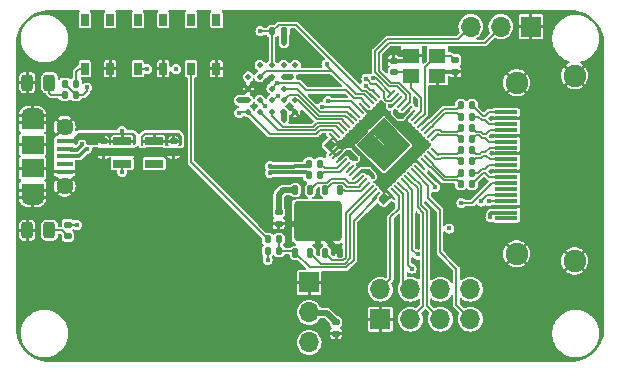
<source format=gbr>
%TF.GenerationSoftware,KiCad,Pcbnew,8.0.2*%
%TF.CreationDate,2024-05-26T20:11:31+02:00*%
%TF.ProjectId,protoB,70726f74-6f42-42e6-9b69-6361645f7063,rev?*%
%TF.SameCoordinates,PXbe7f170PY6de9350*%
%TF.FileFunction,Copper,L1,Top*%
%TF.FilePolarity,Positive*%
%FSLAX46Y46*%
G04 Gerber Fmt 4.6, Leading zero omitted, Abs format (unit mm)*
G04 Created by KiCad (PCBNEW 8.0.2) date 2024-05-26 20:11:31*
%MOMM*%
%LPD*%
G01*
G04 APERTURE LIST*
G04 Aperture macros list*
%AMRoundRect*
0 Rectangle with rounded corners*
0 $1 Rounding radius*
0 $2 $3 $4 $5 $6 $7 $8 $9 X,Y pos of 4 corners*
0 Add a 4 corners polygon primitive as box body*
4,1,4,$2,$3,$4,$5,$6,$7,$8,$9,$2,$3,0*
0 Add four circle primitives for the rounded corners*
1,1,$1+$1,$2,$3*
1,1,$1+$1,$4,$5*
1,1,$1+$1,$6,$7*
1,1,$1+$1,$8,$9*
0 Add four rect primitives between the rounded corners*
20,1,$1+$1,$2,$3,$4,$5,0*
20,1,$1+$1,$4,$5,$6,$7,0*
20,1,$1+$1,$6,$7,$8,$9,0*
20,1,$1+$1,$8,$9,$2,$3,0*%
%AMHorizOval*
0 Thick line with rounded ends*
0 $1 width*
0 $2 $3 position (X,Y) of the first rounded end (center of the circle)*
0 $4 $5 position (X,Y) of the second rounded end (center of the circle)*
0 Add line between two ends*
20,1,$1,$2,$3,$4,$5,0*
0 Add two circle primitives to create the rounded ends*
1,1,$1,$2,$3*
1,1,$1,$4,$5*%
%AMRotRect*
0 Rectangle, with rotation*
0 The origin of the aperture is its center*
0 $1 length*
0 $2 width*
0 $3 Rotation angle, in degrees counterclockwise*
0 Add horizontal line*
21,1,$1,$2,0,0,$3*%
G04 Aperture macros list end*
%TA.AperFunction,SMDPad,CuDef*%
%ADD10RoundRect,0.147500X-0.147500X-0.172500X0.147500X-0.172500X0.147500X0.172500X-0.147500X0.172500X0*%
%TD*%
%TA.AperFunction,SMDPad,CuDef*%
%ADD11R,1.560000X0.650000*%
%TD*%
%TA.AperFunction,SMDPad,CuDef*%
%ADD12RoundRect,0.147500X0.172500X-0.147500X0.172500X0.147500X-0.172500X0.147500X-0.172500X-0.147500X0*%
%TD*%
%TA.AperFunction,SMDPad,CuDef*%
%ADD13RoundRect,0.147500X-0.172500X0.147500X-0.172500X-0.147500X0.172500X-0.147500X0.172500X0.147500X0*%
%TD*%
%TA.AperFunction,SMDPad,CuDef*%
%ADD14RoundRect,0.243750X-0.243750X-0.456250X0.243750X-0.456250X0.243750X0.456250X-0.243750X0.456250X0*%
%TD*%
%TA.AperFunction,SMDPad,CuDef*%
%ADD15RoundRect,0.125000X0.125000X-0.262500X0.125000X0.262500X-0.125000X0.262500X-0.125000X-0.262500X0*%
%TD*%
%TA.AperFunction,SMDPad,CuDef*%
%ADD16RoundRect,0.251600X1.748400X-1.448400X1.748400X1.448400X-1.748400X1.448400X-1.748400X-1.448400X0*%
%TD*%
%TA.AperFunction,ComponentPad*%
%ADD17R,1.700000X1.700000*%
%TD*%
%TA.AperFunction,ComponentPad*%
%ADD18O,1.700000X1.700000*%
%TD*%
%TA.AperFunction,SMDPad,CuDef*%
%ADD19R,0.650000X1.050000*%
%TD*%
%TA.AperFunction,SMDPad,CuDef*%
%ADD20RoundRect,0.147500X0.147500X0.172500X-0.147500X0.172500X-0.147500X-0.172500X0.147500X-0.172500X0*%
%TD*%
%TA.AperFunction,SMDPad,CuDef*%
%ADD21R,1.400000X1.200000*%
%TD*%
%TA.AperFunction,SMDPad,CuDef*%
%ADD22RotRect,1.600000X1.600000X135.000000*%
%TD*%
%TA.AperFunction,SMDPad,CuDef*%
%ADD23HorizOval,0.200000X-0.282843X0.282843X0.282843X-0.282843X0*%
%TD*%
%TA.AperFunction,SMDPad,CuDef*%
%ADD24HorizOval,0.200000X0.282843X0.282843X-0.282843X-0.282843X0*%
%TD*%
%TA.AperFunction,SMDPad,CuDef*%
%ADD25R,1.900000X0.300000*%
%TD*%
%TA.AperFunction,ComponentPad*%
%ADD26C,1.900000*%
%TD*%
%TA.AperFunction,SMDPad,CuDef*%
%ADD27R,1.350000X0.400000*%
%TD*%
%TA.AperFunction,ComponentPad*%
%ADD28O,1.900000X1.200000*%
%TD*%
%TA.AperFunction,SMDPad,CuDef*%
%ADD29R,1.900000X1.200000*%
%TD*%
%TA.AperFunction,ComponentPad*%
%ADD30C,1.450000*%
%TD*%
%TA.AperFunction,SMDPad,CuDef*%
%ADD31R,1.900000X1.500000*%
%TD*%
%TA.AperFunction,SMDPad,CuDef*%
%ADD32RoundRect,0.135000X0.135000X0.185000X-0.135000X0.185000X-0.135000X-0.185000X0.135000X-0.185000X0*%
%TD*%
%TA.AperFunction,SMDPad,CuDef*%
%ADD33C,0.500000*%
%TD*%
%TA.AperFunction,ViaPad*%
%ADD34C,0.450000*%
%TD*%
%TA.AperFunction,Conductor*%
%ADD35C,0.150000*%
%TD*%
%TA.AperFunction,Conductor*%
%ADD36C,0.500000*%
%TD*%
%TA.AperFunction,Conductor*%
%ADD37C,0.200000*%
%TD*%
%TA.AperFunction,Conductor*%
%ADD38C,0.300000*%
%TD*%
%TA.AperFunction,Conductor*%
%ADD39C,0.360000*%
%TD*%
G04 APERTURE END LIST*
D10*
%TO.P,R5,1*%
%TO.N,/USB_D+*%
X25165000Y16150000D03*
%TO.P,R5,2*%
%TO.N,/USB_DX+*%
X26135000Y16150000D03*
%TD*%
%TO.P,R4,1*%
%TO.N,/USB_D-*%
X25165000Y17150000D03*
%TO.P,R4,2*%
%TO.N,/USB_DX-*%
X26135000Y17150000D03*
%TD*%
%TO.P,R2,1*%
%TO.N,+3V3*%
X21665000Y9750000D03*
%TO.P,R2,2*%
%TO.N,/FLASH_~{CS}*%
X22635000Y9750000D03*
%TD*%
D11*
%TO.P,U2,1,IN*%
%TO.N,VBUS*%
X9350000Y19050000D03*
%TO.P,U2,2,GND*%
%TO.N,GND*%
X9350000Y18100000D03*
%TO.P,U2,3,EN*%
%TO.N,VBUS*%
X9350000Y17150000D03*
%TO.P,U2,4*%
%TO.N,N/C*%
X12050000Y17150000D03*
%TO.P,U2,5,OUT*%
%TO.N,+3V3*%
X12050000Y19050000D03*
%TD*%
D12*
%TO.P,C10,1*%
%TO.N,/XOUT*%
X32350000Y24880000D03*
%TO.P,C10,2*%
%TO.N,GND*%
X32350000Y25850000D03*
%TD*%
D13*
%TO.P,R11,1*%
%TO.N,+3V3*%
X4750000Y11985000D03*
%TO.P,R11,2*%
%TO.N,Net-(D2-A)*%
X4750000Y11015000D03*
%TD*%
D14*
%TO.P,D1,1,K*%
%TO.N,GND*%
X1312500Y24000000D03*
%TO.P,D1,2,A*%
%TO.N,Net-(D1-A)*%
X3187500Y24000000D03*
%TD*%
%TO.P,D2,1,K*%
%TO.N,GND*%
X1312500Y11500000D03*
%TO.P,D2,2,A*%
%TO.N,Net-(D2-A)*%
X3187500Y11500000D03*
%TD*%
D15*
%TO.P,U3,1,~{CS}*%
%TO.N,/FLASH_~{CS}*%
X23995000Y9587500D03*
%TO.P,U3,2,SO/IO1*%
%TO.N,/FLASH_SD1*%
X25265000Y9587500D03*
%TO.P,U3,3,~{WP}/IO2*%
%TO.N,/FLASH_SD2*%
X26535000Y9587500D03*
%TO.P,U3,4,GND*%
%TO.N,GND*%
X27805000Y9587500D03*
%TO.P,U3,5,SI/IO0*%
%TO.N,/FLASH_SD0*%
X27805000Y14912500D03*
%TO.P,U3,6,SCK*%
%TO.N,/FLASH_SCK*%
X26535000Y14912500D03*
%TO.P,U3,7,~{HOLD}/IO3*%
%TO.N,/FLASH_SD3*%
X25265000Y14912500D03*
%TO.P,U3,8,VCC*%
%TO.N,+3V3*%
X23995000Y14912500D03*
D16*
%TO.P,U3,9*%
%TO.N,N/C*%
X25900000Y12250000D03*
%TD*%
D13*
%TO.P,C13,1*%
%TO.N,+3V3*%
X22600000Y13035000D03*
%TO.P,C13,2*%
%TO.N,GND*%
X22600000Y12065000D03*
%TD*%
D17*
%TO.P,J6,1,Pin_1*%
%TO.N,GND*%
X25167000Y7080000D03*
D18*
%TO.P,J6,2,Pin_2*%
%TO.N,VBUS*%
X25167000Y4540000D03*
%TO.P,J6,3,Pin_3*%
%TO.N,+3V3*%
X25167000Y2000000D03*
%TD*%
D13*
%TO.P,C24,1*%
%TO.N,VBUS*%
X27450000Y3721000D03*
%TO.P,C24,2*%
%TO.N,GND*%
X27450000Y2751000D03*
%TD*%
D19*
%TO.P,SW1,*%
%TO.N,*%
X12825000Y29325000D03*
%TO.P,SW1,1,1*%
%TO.N,GND*%
X12825000Y25175000D03*
%TO.P,SW1,2,2*%
%TO.N,/RUN_~{RST}*%
X10675000Y25175000D03*
%TO.P,SW1,~*%
%TO.N,N/C*%
X10675000Y29325000D03*
%TD*%
%TO.P,SW2,*%
%TO.N,*%
X17325000Y29325000D03*
%TO.P,SW2,1,1*%
%TO.N,GND*%
X17325000Y25175000D03*
%TO.P,SW2,2,2*%
%TO.N,Net-(R3-Pad2)*%
X15175000Y25175000D03*
%TO.P,SW2,~*%
%TO.N,N/C*%
X15175000Y29325000D03*
%TD*%
D20*
%TO.P,R16,1*%
%TO.N,/DVI_D2-*%
X38985000Y21125000D03*
%TO.P,R16,2*%
%TO.N,/uC_DVI_D2-*%
X38015000Y21125000D03*
%TD*%
%TO.P,R17,1*%
%TO.N,/DVI_D1-*%
X38985000Y19225000D03*
%TO.P,R17,2*%
%TO.N,/uC_DVI_D1-*%
X38015000Y19225000D03*
%TD*%
%TO.P,R15,1*%
%TO.N,/DVI_CK+*%
X38985000Y16375000D03*
%TO.P,R15,2*%
%TO.N,/uC_DVI_CK+*%
X38015000Y16375000D03*
%TD*%
%TO.P,R13,1*%
%TO.N,/DVI_D1+*%
X38985000Y20175000D03*
%TO.P,R13,2*%
%TO.N,/uC_DVI_D1+*%
X38015000Y20175000D03*
%TD*%
%TO.P,R18,1*%
%TO.N,/DVI_D0-*%
X38985000Y17325000D03*
%TO.P,R18,2*%
%TO.N,/uC_DVI_D0-*%
X38015000Y17325000D03*
%TD*%
D19*
%TO.P,SW3,*%
%TO.N,*%
X8325000Y29325000D03*
%TO.P,SW3,1,1*%
%TO.N,GND*%
X8325000Y25175000D03*
%TO.P,SW3,2,2*%
%TO.N,Net-(R20-Pad2)*%
X6175000Y25175000D03*
%TO.P,SW3,~*%
%TO.N,N/C*%
X6175000Y29325000D03*
%TD*%
D20*
%TO.P,R3,1*%
%TO.N,/FLASH_~{CS}*%
X22635000Y10750000D03*
%TO.P,R3,2*%
%TO.N,Net-(R3-Pad2)*%
X21665000Y10750000D03*
%TD*%
D13*
%TO.P,C12,1*%
%TO.N,/XIN*%
X37550000Y25900000D03*
%TO.P,C12,2*%
%TO.N,GND*%
X37550000Y24930000D03*
%TD*%
D21*
%TO.P,Y1,1,1*%
%TO.N,/XOUT*%
X33840000Y24580000D03*
%TO.P,Y1,2,2*%
%TO.N,GND*%
X36040000Y24580000D03*
%TO.P,Y1,3,3*%
%TO.N,/XIN*%
X36040000Y26280000D03*
%TO.P,Y1,4,4*%
%TO.N,GND*%
X33840000Y26280000D03*
%TD*%
D22*
%TO.P,U1,0,GND*%
%TO.N,GND*%
X31500000Y17618629D03*
X32631371Y18750000D03*
X30368629Y18750000D03*
X31500000Y19881371D03*
D23*
%TO.P,U1,1,IOVDD*%
%TO.N,+3V3*%
X32136396Y14436649D03*
%TO.P,U1,2,GPIO0*%
%TO.N,/PIX0*%
X32419239Y14719491D03*
%TO.P,U1,3,GPIO1*%
%TO.N,/PIX1*%
X32702082Y15002334D03*
%TO.P,U1,4,GPIO2*%
%TO.N,/PIX2*%
X32984924Y15285177D03*
%TO.P,U1,5,GPIO3*%
%TO.N,/PIX3*%
X33267767Y15568019D03*
%TO.P,U1,6,GPIO4*%
%TO.N,/UART_TX*%
X33550610Y15850862D03*
%TO.P,U1,7,GPIO5*%
%TO.N,/UART_RX*%
X33833452Y16133705D03*
%TO.P,U1,8,GPIO6*%
%TO.N,/PIXCLK*%
X34116295Y16416548D03*
%TO.P,U1,9,GPIO7*%
%TO.N,/USER_LED_BUTTON*%
X34399138Y16699390D03*
%TO.P,U1,10,IOVDD*%
%TO.N,+3V3*%
X34681981Y16982233D03*
%TO.P,U1,11,GPIO8*%
%TO.N,/uC_DVI_CK-*%
X34964823Y17265076D03*
%TO.P,U1,12,GPIO9*%
%TO.N,/uC_DVI_CK+*%
X35247666Y17547918D03*
%TO.P,U1,13,GPIO10*%
%TO.N,/uC_DVI_D0-*%
X35530509Y17830761D03*
%TO.P,U1,14,GPIO11*%
%TO.N,/uC_DVI_D0+*%
X35813351Y18113604D03*
D24*
%TO.P,U1,15,GPIO12*%
%TO.N,/uC_DVI_D1-*%
X35813351Y19386396D03*
%TO.P,U1,16,GPIO13*%
%TO.N,/uC_DVI_D1+*%
X35530509Y19669239D03*
%TO.P,U1,17,GPIO14*%
%TO.N,/uC_DVI_D2-*%
X35247666Y19952082D03*
%TO.P,U1,18,GPIO15*%
%TO.N,/uC_DVI_D2+*%
X34964823Y20234924D03*
%TO.P,U1,19,TESTEN*%
%TO.N,GND*%
X34681981Y20517767D03*
%TO.P,U1,20,XIN*%
%TO.N,/XIN*%
X34399138Y20800610D03*
%TO.P,U1,21,XOUT*%
%TO.N,/XOUT*%
X34116295Y21083452D03*
%TO.P,U1,22,IOVDD*%
%TO.N,+3V3*%
X33833452Y21366295D03*
%TO.P,U1,23,DVDD*%
%TO.N,+1V1*%
X33550610Y21649138D03*
%TO.P,U1,24,SWCLK*%
%TO.N,/SWCLK*%
X33267767Y21931981D03*
%TO.P,U1,25,SWDIO*%
%TO.N,/SWDIO*%
X32984924Y22214823D03*
%TO.P,U1,26,RUN/~{RST}*%
%TO.N,/RUN_~{RST}*%
X32702082Y22497666D03*
%TO.P,U1,27,GPIO16*%
%TO.N,/uC_DVI_SCL*%
X32419239Y22780509D03*
%TO.P,U1,28,GPIO17*%
%TO.N,/uC_DVI_SDA*%
X32136396Y23063351D03*
D23*
%TO.P,U1,29,GPIO18*%
%TO.N,/uC_DVI_CEC*%
X30863604Y23063351D03*
%TO.P,U1,30,GPIO19*%
%TO.N,/~{CS}*%
X30580761Y22780509D03*
%TO.P,U1,31,GPIO20*%
%TO.N,/CK*%
X30297918Y22497666D03*
%TO.P,U1,32,GPIO21*%
%TO.N,/RWDS*%
X30015076Y22214823D03*
%TO.P,U1,33,IOVDD*%
%TO.N,+3V3*%
X29732233Y21931981D03*
%TO.P,U1,34,GPIO22*%
%TO.N,/DQ0*%
X29449390Y21649138D03*
%TO.P,U1,35,GPIO23*%
%TO.N,/DQ1*%
X29166548Y21366295D03*
%TO.P,U1,36,GPIO24*%
%TO.N,/DQ2*%
X28883705Y21083452D03*
%TO.P,U1,37,GPIO25*%
%TO.N,/DQ3*%
X28600862Y20800610D03*
%TO.P,U1,38,ADC0/GPIO26*%
%TO.N,/DQ4*%
X28318019Y20517767D03*
%TO.P,U1,39,ADC1/GPIO27*%
%TO.N,/DQ5*%
X28035177Y20234924D03*
%TO.P,U1,40,ADC2/GPIO28*%
%TO.N,/DQ6*%
X27752334Y19952082D03*
%TO.P,U1,41,ADC3/GPIO29*%
%TO.N,/DQ7*%
X27469491Y19669239D03*
%TO.P,U1,42,IOVDD*%
%TO.N,+3V3*%
X27186649Y19386396D03*
D24*
%TO.P,U1,43,ADC_IOVDD*%
X27186649Y18113604D03*
%TO.P,U1,44,LDO_IOVDD*%
X27469491Y17830761D03*
%TO.P,U1,45,LDO_VOUT*%
%TO.N,+1V1*%
X27752334Y17547918D03*
%TO.P,U1,46,USB_DM*%
%TO.N,/USB_DX-*%
X28035177Y17265076D03*
%TO.P,U1,47,USB_DP*%
%TO.N,/USB_DX+*%
X28318019Y16982233D03*
%TO.P,U1,48,USB_IOVDD*%
%TO.N,+3V3*%
X28600862Y16699390D03*
%TO.P,U1,49,IOVDD*%
X28883705Y16416548D03*
%TO.P,U1,50,DVDD*%
%TO.N,+1V1*%
X29166548Y16133705D03*
%TO.P,U1,51,QSPI_SD3*%
%TO.N,/FLASH_SD3*%
X29449390Y15850862D03*
%TO.P,U1,52,QSPI_SCK*%
%TO.N,/FLASH_SCK*%
X29732233Y15568019D03*
%TO.P,U1,53,QSPI_SD0*%
%TO.N,/FLASH_SD0*%
X30015076Y15285177D03*
%TO.P,U1,54,QSPI_SD2*%
%TO.N,/FLASH_SD2*%
X30297918Y15002334D03*
%TO.P,U1,55,QSPI_SD1*%
%TO.N,/FLASH_SD1*%
X30580761Y14719491D03*
%TO.P,U1,56,~{QSPI_SS}*%
%TO.N,/FLASH_~{CS}*%
X30863604Y14436649D03*
%TD*%
D13*
%TO.P,C11,1*%
%TO.N,+3V3*%
X13690000Y19035000D03*
%TO.P,C11,2*%
%TO.N,GND*%
X13690000Y18065000D03*
%TD*%
%TO.P,C7,1*%
%TO.N,VBUS*%
X7770000Y19035000D03*
%TO.P,C7,2*%
%TO.N,GND*%
X7770000Y18065000D03*
%TD*%
D17*
%TO.P,J2,1,Pin_1*%
%TO.N,GND*%
X43950000Y28750000D03*
D18*
%TO.P,J2,2,Pin_2*%
%TO.N,/SWCLK*%
X41410000Y28750000D03*
%TO.P,J2,3,Pin_3*%
%TO.N,/SWDIO*%
X38870000Y28750000D03*
%TD*%
D20*
%TO.P,R6,1*%
%TO.N,/USER_LED_BUTTON*%
X5435000Y22950000D03*
%TO.P,R6,2*%
%TO.N,Net-(D1-A)*%
X4465000Y22950000D03*
%TD*%
D10*
%TO.P,R20,1*%
%TO.N,/USER_LED_BUTTON*%
X4465000Y23900000D03*
%TO.P,R20,2*%
%TO.N,Net-(R20-Pad2)*%
X5435000Y23900000D03*
%TD*%
D17*
%TO.P,J4,1,Pin_1*%
%TO.N,GND*%
X31200000Y3975000D03*
D18*
%TO.P,J4,2,Pin_2*%
%TO.N,/PIX0*%
X31200000Y6515000D03*
%TO.P,J4,3,Pin_3*%
%TO.N,/UART_TX*%
X33740000Y3975000D03*
%TO.P,J4,4,Pin_4*%
%TO.N,/PIX1*%
X33740000Y6515000D03*
%TO.P,J4,5,Pin_5*%
%TO.N,/UART_RX*%
X36280000Y3975000D03*
%TO.P,J4,6,Pin_6*%
%TO.N,/PIX2*%
X36280000Y6515000D03*
%TO.P,J4,7,Pin_7*%
%TO.N,/PIXCLK*%
X38820000Y3975000D03*
%TO.P,J4,8,Pin_8*%
%TO.N,/PIX3*%
X38820000Y6515000D03*
%TD*%
D20*
%TO.P,R14,1*%
%TO.N,/DVI_D0+*%
X38985000Y18275000D03*
%TO.P,R14,2*%
%TO.N,/uC_DVI_D0+*%
X38015000Y18275000D03*
%TD*%
%TO.P,R19,1*%
%TO.N,/DVI_CK-*%
X38985000Y15425000D03*
%TO.P,R19,2*%
%TO.N,/uC_DVI_CK-*%
X38015000Y15425000D03*
%TD*%
%TO.P,R12,1*%
%TO.N,/DVI_D2+*%
X38985000Y22075000D03*
%TO.P,R12,2*%
%TO.N,/uC_DVI_D2+*%
X38015000Y22075000D03*
%TD*%
D25*
%TO.P,J5,1,D2+*%
%TO.N,/DVI_D2+*%
X41850000Y21500000D03*
%TO.P,J5,2,D2S*%
%TO.N,GND*%
X41850000Y21000000D03*
%TO.P,J5,3,D2-*%
%TO.N,/DVI_D2-*%
X41850000Y20500000D03*
%TO.P,J5,4,D1+*%
%TO.N,/DVI_D1+*%
X41850000Y20000000D03*
%TO.P,J5,5,D1S*%
%TO.N,GND*%
X41850000Y19500000D03*
%TO.P,J5,6,D1-*%
%TO.N,/DVI_D1-*%
X41850000Y19000000D03*
%TO.P,J5,7,D0+*%
%TO.N,/DVI_D0+*%
X41850000Y18500000D03*
%TO.P,J5,8,D0S*%
%TO.N,GND*%
X41850000Y18000000D03*
%TO.P,J5,9,D0-*%
%TO.N,/DVI_D0-*%
X41850000Y17500000D03*
%TO.P,J5,10,CK+*%
%TO.N,/DVI_CK+*%
X41850000Y17000000D03*
%TO.P,J5,11,CKS*%
%TO.N,GND*%
X41850000Y16500000D03*
%TO.P,J5,12,CK-*%
%TO.N,/DVI_CK-*%
X41850000Y16000000D03*
%TO.P,J5,13,CEC*%
%TO.N,Net-(J5-CEC)*%
X41850000Y15500000D03*
%TO.P,J5,14,UTILITY*%
%TO.N,unconnected-(J5-UTILITY-Pad14)*%
X41850000Y15000000D03*
%TO.P,J5,15,SCL*%
%TO.N,/uC_DVI_SCL*%
X41850000Y14500000D03*
%TO.P,J5,16,SDA*%
%TO.N,/uC_DVI_SDA*%
X41850000Y14000000D03*
%TO.P,J5,17,GND*%
%TO.N,GND*%
X41850000Y13500000D03*
%TO.P,J5,18,+5V*%
%TO.N,VBUS*%
X41850000Y13000000D03*
%TO.P,J5,19,HPD*%
%TO.N,unconnected-(J5-HPD-Pad19)*%
X41850000Y12500000D03*
D26*
%TO.P,J5,SH,SH*%
%TO.N,GND*%
X47650000Y24600000D03*
X42750000Y24000000D03*
X42750000Y9500000D03*
X47650000Y8900000D03*
%TD*%
D27*
%TO.P,J1,1,VBUS*%
%TO.N,VBUS*%
X4462500Y19050000D03*
%TO.P,J1,2,D-*%
%TO.N,/USB_D-*%
X4462500Y18400000D03*
%TO.P,J1,3,D+*%
%TO.N,/USB_D+*%
X4462500Y17750000D03*
%TO.P,J1,4,ID*%
%TO.N,unconnected-(J1-ID-Pad4)*%
X4462500Y17100000D03*
%TO.P,J1,5,GND*%
%TO.N,GND*%
X4462500Y16450000D03*
D28*
%TO.P,J1,6,Shield*%
X1762500Y21250000D03*
D29*
X1762500Y20650000D03*
D30*
X4462500Y20250000D03*
D31*
X1762500Y18750000D03*
X1762500Y16750000D03*
D30*
X4462500Y15250000D03*
D29*
X1762500Y14850000D03*
D28*
X1762500Y14250000D03*
%TD*%
D32*
%TO.P,R21,1*%
%TO.N,+3V3*%
X23060000Y28350000D03*
%TO.P,R21,2*%
%TO.N,/~{CS}*%
X22040000Y28350000D03*
%TD*%
D33*
%TO.P,U4,A2*%
%TO.N,N/C*%
X21010000Y25500000D03*
%TO.P,U4,A3,~{CS}*%
%TO.N,/~{CS}*%
X22010000Y25500000D03*
%TO.P,U4,A4,~{RST}*%
%TO.N,unconnected-(U4-~{RST}-PadA4)*%
X23010000Y25500000D03*
%TO.P,U4,A5*%
%TO.N,N/C*%
X24010000Y25500000D03*
%TO.P,U4,B1,~{CK}*%
%TO.N,unconnected-(U4-~{CK}-PadB1)*%
X20010000Y24500000D03*
%TO.P,U4,B2,CK*%
%TO.N,/CK*%
X21010000Y24500000D03*
%TO.P,U4,B3,VSS*%
%TO.N,GND*%
X22010000Y24500000D03*
%TO.P,U4,B4,VCC*%
%TO.N,+3V3*%
X23010000Y24500000D03*
%TO.P,U4,C1,VSSQ*%
%TO.N,GND*%
X20010000Y23500000D03*
%TO.P,U4,C3,RWDS*%
%TO.N,/RWDS*%
X22010000Y23500000D03*
%TO.P,U4,C4,DQ2*%
%TO.N,/DQ2*%
X23010000Y23500000D03*
%TO.P,U4,D1,VCCQ*%
%TO.N,+3V3*%
X20010000Y22500000D03*
%TO.P,U4,D2,DQ1*%
%TO.N,/DQ1*%
X21010000Y22500000D03*
%TO.P,U4,D3,DQ0*%
%TO.N,/DQ0*%
X22010000Y22500000D03*
%TO.P,U4,D4,DQ3*%
%TO.N,/DQ3*%
X23010000Y22500000D03*
%TO.P,U4,D5,DQ4*%
%TO.N,/DQ4*%
X24010000Y22500000D03*
%TO.P,U4,E1,DQ7*%
%TO.N,/DQ7*%
X20010000Y21500000D03*
%TO.P,U4,E2,DQ6*%
%TO.N,/DQ6*%
X21010000Y21500000D03*
%TO.P,U4,E3,DQ5*%
%TO.N,/DQ5*%
X22010000Y21500000D03*
%TO.P,U4,E4,VCCQ*%
%TO.N,+3V3*%
X23010000Y21500000D03*
%TO.P,U4,E5,VSSQ*%
%TO.N,GND*%
X24010000Y21500000D03*
%TD*%
D34*
%TO.N,+3V3*%
X26850000Y18700000D03*
X31500000Y14150000D03*
X31500000Y15050000D03*
X14100000Y19550000D03*
X13300000Y19550000D03*
X23010000Y20850000D03*
X29650000Y17100000D03*
X13900000Y25150000D03*
X28300000Y18650000D03*
X23050000Y27350000D03*
X21660000Y9000000D03*
X23650000Y24525000D03*
X22580000Y13920000D03*
X33700000Y20150000D03*
X19250000Y22500000D03*
X31150000Y21650000D03*
X22590000Y14510000D03*
X37050000Y11650000D03*
X34200000Y18150000D03*
X5520000Y11970000D03*
%TO.N,GND*%
X43100000Y21000000D03*
X43100000Y19500000D03*
X43100000Y18000000D03*
X43100000Y16500000D03*
X43250000Y13500000D03*
X31250000Y18500000D03*
X32500000Y17750000D03*
X23390000Y14050000D03*
X23390000Y10450000D03*
X31750000Y19000000D03*
X30500000Y19750000D03*
X7000000Y18050000D03*
X7750000Y17300000D03*
X13300000Y17350000D03*
X14100000Y17350000D03*
X40750000Y13500000D03*
X36440859Y15313435D03*
X32250000Y13450000D03*
X30920000Y13470000D03*
X23390000Y12060000D03*
X21740000Y12470000D03*
X38510000Y23000000D03*
X37550000Y24130000D03*
X38380000Y24940000D03*
X31630000Y25850000D03*
X32350000Y26610000D03*
X34180000Y22440000D03*
X29250000Y24450000D03*
X25850000Y24050000D03*
X37550000Y14700000D03*
X49750000Y26750000D03*
X46750000Y29750000D03*
X3750000Y29750000D03*
X750000Y26750000D03*
X750000Y3750000D03*
X3750000Y750000D03*
X46750000Y750000D03*
X49750000Y3750000D03*
X26150000Y19400000D03*
X26300000Y17950000D03*
X10700000Y18100000D03*
X10700000Y17150000D03*
X24600000Y15450000D03*
X21250000Y15800000D03*
X27200000Y10150000D03*
X21250000Y17500000D03*
X40625000Y21000000D03*
X40625000Y19500000D03*
X40625000Y18000000D03*
X40625000Y16500000D03*
X39975000Y15650000D03*
X38450000Y14500000D03*
X39990000Y21780000D03*
X35470000Y21380000D03*
X37160000Y22340000D03*
X35750000Y23530000D03*
X25890000Y10180000D03*
X25890000Y14330000D03*
X22330000Y8960000D03*
X30150000Y25150000D03*
X35950000Y8150000D03*
X18650000Y21950000D03*
X24150000Y26750000D03*
X24550000Y21450000D03*
X21450000Y23050000D03*
X25826586Y22433611D03*
X27275591Y22882834D03*
X34350000Y10050000D03*
X34182822Y8749232D03*
X20550000Y22000000D03*
X19650000Y20150000D03*
X19750000Y25450000D03*
%TO.N,+1V1*%
X30550000Y16050000D03*
X32500000Y21500000D03*
X30149992Y16400008D03*
X29100000Y17550000D03*
X28700000Y17900000D03*
X33010748Y21114040D03*
%TO.N,VBUS*%
X9350000Y16449992D03*
X9350000Y19900000D03*
X40524970Y12600000D03*
%TO.N,/USB_D-*%
X5944939Y18805061D03*
X21850000Y16940000D03*
%TO.N,/USB_D+*%
X21850000Y16360000D03*
X6355061Y18394939D03*
%TO.N,/RUN_~{RST}*%
X11450000Y25150000D03*
X32039782Y21999990D03*
%TO.N,/USER_LED_BUTTON*%
X6350000Y23600000D03*
X35850000Y15150000D03*
%TO.N,Net-(J5-CEC)*%
X38060000Y13820000D03*
%TO.N,/uC_DVI_SCL*%
X30019805Y24344646D03*
X39765574Y13939375D03*
%TO.N,/uC_DVI_SDA*%
X40372355Y13969006D03*
X30619301Y24369301D03*
%TO.N,/uC_DVI_CEC*%
X29956853Y23747955D03*
%TO.N,/PIX3*%
X34350000Y9450000D03*
%TO.N,/PIX2*%
X33850000Y8250000D03*
%TO.N,/~{CS}*%
X21050000Y28350000D03*
%TO.N,/DQ7*%
X19250000Y21450000D03*
%TO.N,/DQ1*%
X26274087Y21968326D03*
X21450000Y22050000D03*
%TO.N,/DQ0*%
X22512605Y22878453D03*
X26754249Y22418326D03*
%TO.N,/RWDS*%
X22450000Y23950000D03*
%TO.N,/CK*%
X26650000Y25550000D03*
%TD*%
D35*
%TO.N,+3V3*%
X5505000Y11985000D02*
X5520000Y11970000D01*
D36*
X23000000Y21490000D02*
X23010000Y21500000D01*
X23060000Y27360000D02*
X23050000Y27350000D01*
D37*
X29567157Y17100000D02*
X29650000Y17100000D01*
X28883705Y16416548D02*
X29567157Y17100000D01*
D35*
X21665000Y9005000D02*
X21660000Y9000000D01*
D36*
X23010000Y21500000D02*
X23010000Y20850000D01*
X22590000Y13930000D02*
X22580000Y13920000D01*
D37*
X34200000Y17464214D02*
X34200000Y18150000D01*
X33475001Y20374999D02*
X33700000Y20150000D01*
D36*
X23060000Y28350000D02*
X23060000Y27360000D01*
D37*
X33833452Y21366295D02*
X33475001Y21007844D01*
D36*
X22600000Y13900000D02*
X22580000Y13920000D01*
D35*
X4750000Y11985000D02*
X5505000Y11985000D01*
D36*
X23995000Y14912500D02*
X22992500Y14912500D01*
D37*
X34681981Y16982233D02*
X34200000Y17464214D01*
X29732233Y21931981D02*
X30082234Y21581980D01*
D36*
X22600000Y13035000D02*
X22600000Y13900000D01*
D35*
X21665000Y9750000D02*
X21665000Y9005000D01*
D36*
X22992500Y14912500D02*
X22590000Y14510000D01*
X22590000Y14510000D02*
X22590000Y13930000D01*
D37*
X27480761Y17830761D02*
X28300000Y18650000D01*
D36*
X23010000Y24500000D02*
X23650000Y24500000D01*
D37*
X33475001Y21007844D02*
X33475001Y20374999D01*
X30082234Y21581980D02*
X31081980Y21581980D01*
X27469491Y17830761D02*
X27480761Y17830761D01*
D36*
X20010000Y22500000D02*
X19250000Y22500000D01*
D37*
X31081980Y21581980D02*
X31150000Y21650000D01*
D36*
X19990000Y22520000D02*
X20010000Y22500000D01*
D35*
%TO.N,GND*%
X35350000Y21185786D02*
X35350000Y21260000D01*
D38*
X33510000Y26610000D02*
X33840000Y26280000D01*
D36*
X23390000Y12060000D02*
X25710000Y12060000D01*
D35*
X34681981Y20517767D02*
X35350000Y21185786D01*
D36*
X22010000Y24500000D02*
X21450000Y23940000D01*
D37*
X21450000Y23940000D02*
X21450000Y23050000D01*
D35*
X35350000Y21260000D02*
X35470000Y21380000D01*
D36*
X25900000Y11492500D02*
X27805000Y9587500D01*
X9385000Y18065000D02*
X9350000Y18100000D01*
D38*
X33410000Y25850000D02*
X33840000Y26280000D01*
X32350000Y26610000D02*
X33510000Y26610000D01*
X36390000Y24930000D02*
X36040000Y24580000D01*
D36*
X25890000Y12240000D02*
X25900000Y12250000D01*
X25890000Y10180000D02*
X25890000Y12240000D01*
D38*
X37550000Y24930000D02*
X36390000Y24930000D01*
X32350000Y25850000D02*
X33410000Y25850000D01*
D37*
%TO.N,+1V1*%
X33550610Y21649138D02*
X33545846Y21649138D01*
X33545846Y21649138D02*
X33010748Y21114040D01*
D38*
%TO.N,VBUS*%
X4462500Y19050000D02*
X5350000Y19050000D01*
D36*
X26665000Y4506000D02*
X27450000Y3721000D01*
D35*
X9350000Y19050000D02*
X9350000Y19900000D01*
D38*
X7474939Y19330061D02*
X7770000Y19035000D01*
D36*
X25167000Y4506000D02*
X26665000Y4506000D01*
D38*
X5630061Y19330061D02*
X7474939Y19330061D01*
X5350000Y19050000D02*
X5630061Y19330061D01*
X41850000Y13000000D02*
X41027002Y13000000D01*
X41002001Y12974999D02*
X40581771Y12974999D01*
X41027002Y13000000D02*
X41002001Y12974999D01*
X40524970Y12918198D02*
X40524970Y12600000D01*
X40581771Y12974999D02*
X40524970Y12918198D01*
D35*
X9350000Y17150000D02*
X9350000Y16449992D01*
%TO.N,/XOUT*%
X34660000Y21627157D02*
X34116295Y21083452D01*
X33540000Y24880000D02*
X33840000Y24580000D01*
X34660000Y22710000D02*
X34660000Y21627157D01*
X32350000Y24880000D02*
X33540000Y24880000D01*
X33840000Y23530000D02*
X34660000Y22710000D01*
X33840000Y24580000D02*
X33840000Y23530000D01*
%TO.N,/XIN*%
X37170000Y26280000D02*
X37550000Y25900000D01*
X34960011Y25300011D02*
X35940000Y26280000D01*
X34399138Y20800610D02*
X34960011Y21361483D01*
X34960011Y21361483D02*
X34960011Y25300011D01*
X35940000Y26280000D02*
X36040000Y26280000D01*
X36040000Y26280000D02*
X37170000Y26280000D01*
%TO.N,/DVI_D2+*%
X40074999Y21150000D02*
X40424999Y21500000D01*
X39910000Y21150000D02*
X40074999Y21150000D01*
X38985000Y22075000D02*
X39910000Y21150000D01*
X40424999Y21500000D02*
X41850000Y21500000D01*
%TO.N,/DVI_D1+*%
X39912134Y19650000D02*
X40125000Y19650000D01*
X38985000Y20175000D02*
X39310000Y19850000D01*
X39310000Y19850000D02*
X39712134Y19850000D01*
X40475000Y20000000D02*
X41850000Y20000000D01*
X39712134Y19850000D02*
X39912134Y19650000D01*
X40125000Y19650000D02*
X40475000Y20000000D01*
%TO.N,/DVI_D0+*%
X40475000Y18500000D02*
X41050000Y18500000D01*
X39600000Y17950000D02*
X39750000Y18100000D01*
X40075000Y18100000D02*
X40475000Y18500000D01*
X39310000Y17950000D02*
X39600000Y17950000D01*
X39750000Y18100000D02*
X40075000Y18100000D01*
X41050000Y18500000D02*
X41850000Y18500000D01*
X38985000Y18275000D02*
X39310000Y17950000D01*
%TO.N,/DVI_CK+*%
X39785735Y16650000D02*
X40074999Y16650000D01*
X39510735Y16375000D02*
X39785735Y16650000D01*
X38985000Y16375000D02*
X39510735Y16375000D01*
X40074999Y16650000D02*
X40424999Y17000000D01*
X40424999Y17000000D02*
X41850000Y17000000D01*
%TO.N,/DVI_D2-*%
X40074999Y20850000D02*
X40424999Y20500000D01*
X39785735Y20850000D02*
X40074999Y20850000D01*
X39510735Y21125000D02*
X39785735Y20850000D01*
X40424999Y20500000D02*
X41850000Y20500000D01*
X38985000Y21125000D02*
X39510735Y21125000D01*
%TO.N,/DVI_D1-*%
X39310000Y19550000D02*
X39587866Y19550000D01*
X40424999Y19000000D02*
X41850000Y19000000D01*
X38985000Y19225000D02*
X39310000Y19550000D01*
X40074999Y19350000D02*
X40424999Y19000000D01*
X39587866Y19550000D02*
X39787866Y19350000D01*
X39787866Y19350000D02*
X40074999Y19350000D01*
%TO.N,/DVI_D0-*%
X39725000Y17650000D02*
X39875000Y17800000D01*
X41050000Y17500000D02*
X41850000Y17500000D01*
X40175000Y17800000D02*
X40475000Y17500000D01*
X38985000Y17325000D02*
X39310000Y17650000D01*
X40475000Y17500000D02*
X41050000Y17500000D01*
X39310000Y17650000D02*
X39725000Y17650000D01*
X39875000Y17800000D02*
X40175000Y17800000D01*
%TO.N,/DVI_CK-*%
X40424999Y16000000D02*
X41850000Y16000000D01*
X40074999Y16350000D02*
X40424999Y16000000D01*
X38985000Y15425000D02*
X39910000Y16350000D01*
X39910000Y16350000D02*
X40074999Y16350000D01*
D39*
%TO.N,/USB_D-*%
X5523517Y18320000D02*
X5944939Y18741422D01*
X5017500Y18320000D02*
X5523517Y18320000D01*
X21895000Y16895000D02*
X21850000Y16940000D01*
X4462500Y18400000D02*
X4937500Y18400000D01*
X24918516Y16900000D02*
X23950000Y16900000D01*
X25155000Y17155000D02*
X24900000Y16900000D01*
X5944939Y18741422D02*
X5944939Y18805061D01*
X4937500Y18400000D02*
X5017500Y18320000D01*
X23891484Y16895000D02*
X21895000Y16895000D01*
D35*
%TO.N,Net-(D1-A)*%
X3350000Y22950000D02*
X3187500Y23112500D01*
X4465000Y22950000D02*
X3350000Y22950000D01*
X3187500Y23112500D02*
X3187500Y24000000D01*
D39*
%TO.N,/USB_D+*%
X5017500Y17830000D02*
X5726483Y17830000D01*
X23688516Y16405000D02*
X21895000Y16405000D01*
X4937500Y17750000D02*
X5017500Y17830000D01*
X21895000Y16405000D02*
X21850000Y16360000D01*
X6291422Y18394939D02*
X6355061Y18394939D01*
X5726483Y17830000D02*
X6291422Y18394939D01*
X4462500Y17750000D02*
X4937500Y17750000D01*
X24900000Y16400000D02*
X23728516Y16400000D01*
X25150000Y16150000D02*
X24895000Y16405000D01*
D35*
%TO.N,/SWCLK*%
X31050011Y25024989D02*
X31050011Y26525733D01*
X32774268Y24000011D02*
X32074989Y24000011D01*
X40029989Y27369989D02*
X41410000Y28750000D01*
X33267767Y21931981D02*
X33700011Y22364225D01*
X33700011Y23074268D02*
X32774268Y24000011D01*
X33700011Y22364225D02*
X33700011Y23074268D01*
X31050011Y26525733D02*
X31894267Y27369989D01*
X31894267Y27369989D02*
X40029989Y27369989D01*
X32074989Y24000011D02*
X31050011Y25024989D01*
%TO.N,/SWDIO*%
X30750000Y26650000D02*
X31770000Y27670000D01*
X38860000Y28750000D02*
X38870000Y28750000D01*
X37780000Y27670000D02*
X38860000Y28750000D01*
X33400000Y22629899D02*
X33400000Y22950000D01*
X32984924Y22214823D02*
X33400000Y22629899D01*
X31770000Y27670000D02*
X37780000Y27670000D01*
X30750000Y24875000D02*
X30750000Y26650000D01*
X33400000Y22950000D02*
X32650000Y23700000D01*
X32650000Y23700000D02*
X31925000Y23700000D01*
X31925000Y23700000D02*
X30750000Y24875000D01*
%TO.N,Net-(D2-A)*%
X4265000Y11500000D02*
X4750000Y11015000D01*
X3187500Y11500000D02*
X4265000Y11500000D01*
%TO.N,/RUN_~{RST}*%
X10700000Y25150000D02*
X10675000Y25175000D01*
X32204406Y21999990D02*
X32039782Y21999990D01*
X32702082Y22497666D02*
X32204406Y21999990D01*
X11450000Y25150000D02*
X10700000Y25150000D01*
%TO.N,Net-(R3-Pad2)*%
X15175000Y17240000D02*
X15175000Y25175000D01*
X21665000Y10750000D02*
X15175000Y17240000D01*
%TO.N,/FLASH_SD3*%
X28524269Y15500000D02*
X28199248Y15825021D01*
X28199248Y15825021D02*
X27023242Y15825021D01*
X27023242Y15825021D02*
X26724455Y15526233D01*
X25585710Y15233210D02*
X25265000Y14912500D01*
X25878733Y15526233D02*
X25585710Y15233210D01*
X29098528Y15500000D02*
X28524269Y15500000D01*
X26724455Y15526233D02*
X25878733Y15526233D01*
X29449390Y15850862D02*
X29098528Y15500000D01*
%TO.N,/FLASH_SCK*%
X29732233Y15568019D02*
X29364203Y15199989D01*
X26855710Y15233210D02*
X26535000Y14912500D01*
X27147511Y15525010D02*
X26855710Y15233210D01*
X28074980Y15525010D02*
X27147511Y15525010D01*
X28400001Y15199989D02*
X28074980Y15525010D01*
X29364203Y15199989D02*
X28400001Y15199989D01*
%TO.N,/FLASH_SD0*%
X29590813Y14860914D02*
X30015076Y15285177D01*
X28155000Y14912500D02*
X28206586Y14860914D01*
X27805000Y14912500D02*
X28155000Y14912500D01*
X28206586Y14860914D02*
X29590813Y14860914D01*
%TO.N,/FLASH_SD2*%
X27147510Y8974990D02*
X26855710Y9266790D01*
X30297918Y15002334D02*
X28280010Y12984426D01*
X26855710Y9266790D02*
X26535000Y9587500D01*
X28074980Y8974990D02*
X27147510Y8974990D01*
X28280010Y12984426D02*
X28280010Y9180020D01*
X28280010Y9180020D02*
X28074980Y8974990D01*
%TO.N,/FLASH_SD1*%
X28649989Y12788719D02*
X30156498Y14295228D01*
X30156498Y14295228D02*
X30580761Y14719491D01*
X28174280Y8650011D02*
X28649989Y9125720D01*
X25265000Y9587500D02*
X26202489Y8650011D01*
X28649989Y9125720D02*
X28649989Y12788719D01*
X26202489Y8650011D02*
X28174280Y8650011D01*
%TO.N,/USB_DX-*%
X26481481Y16750000D02*
X26135000Y17096481D01*
X27520101Y16750000D02*
X26481481Y16750000D01*
X28035177Y17265076D02*
X27520101Y16750000D01*
X26135000Y17096481D02*
X26135000Y17100000D01*
%TO.N,/USB_DX+*%
X27785786Y16450000D02*
X26435000Y16450000D01*
X26135000Y16150000D02*
X26135000Y16100000D01*
X26435000Y16450000D02*
X26135000Y16150000D01*
X28318019Y16982233D02*
X27785786Y16450000D01*
%TO.N,/FLASH_~{CS}*%
X22635000Y9750000D02*
X23832500Y9750000D01*
X30863604Y14195228D02*
X28950000Y12281624D01*
X28950000Y9001452D02*
X28298548Y8350001D01*
X25232499Y8350001D02*
X23995000Y9587500D01*
X30863604Y14436649D02*
X30863604Y14195228D01*
X23832500Y9750000D02*
X23995000Y9587500D01*
X28298548Y8350001D02*
X25232499Y8350001D01*
X28950000Y12281624D02*
X28950000Y9001452D01*
X22635000Y10750000D02*
X22635000Y9750000D01*
%TO.N,/UART_RX*%
X35150000Y13150000D02*
X35150000Y5105000D01*
X35150000Y5105000D02*
X36280000Y3975000D01*
X34650000Y15317157D02*
X34650000Y13650000D01*
X33833452Y16133705D02*
X34650000Y15317157D01*
X34650000Y13650000D02*
X35150000Y13150000D01*
%TO.N,/UART_TX*%
X34815000Y12985000D02*
X34815000Y5050000D01*
X34815000Y5050000D02*
X33740000Y3975000D01*
X33550610Y15850862D02*
X34350000Y15051472D01*
X34350000Y13450000D02*
X34815000Y12985000D01*
X34350000Y15051472D02*
X34350000Y13450000D01*
%TO.N,/USER_LED_BUTTON*%
X6350000Y23600000D02*
X6350000Y23250000D01*
X35850000Y15150000D02*
X35850000Y15250000D01*
X34400610Y16699390D02*
X34399138Y16699390D01*
X5435000Y22950000D02*
X5415000Y22950000D01*
X6350000Y23250000D02*
X6050000Y22950000D01*
X6050000Y22950000D02*
X5435000Y22950000D01*
X5415000Y22950000D02*
X4465000Y23900000D01*
X35850000Y15250000D02*
X34400610Y16699390D01*
%TO.N,Net-(J5-CEC)*%
X41850000Y15500000D02*
X40660197Y15500000D01*
X40660197Y15500000D02*
X38980197Y13820000D01*
X38378198Y13820000D02*
X38060000Y13820000D01*
X38980197Y13820000D02*
X38378198Y13820000D01*
%TO.N,Net-(R20-Pad2)*%
X5435000Y24910000D02*
X5700000Y25175000D01*
X5700000Y25175000D02*
X6175000Y25175000D01*
X5435000Y23900000D02*
X5435000Y24910000D01*
%TO.N,/uC_DVI_SCL*%
X40256411Y14500000D02*
X39765574Y14009163D01*
X30432904Y23919301D02*
X30805698Y23919301D01*
X39765574Y14009163D02*
X39765574Y13939375D01*
X30169301Y24195150D02*
X30169301Y24182904D01*
X32094238Y22455508D02*
X32419239Y22780509D01*
X30805698Y23919301D02*
X31500000Y23224999D01*
X31500000Y23224999D02*
X31500000Y22674441D01*
X30019805Y24344646D02*
X30169301Y24195150D01*
X31718933Y22455508D02*
X32094238Y22455508D01*
X30169301Y24182904D02*
X30432904Y23919301D01*
X31500000Y22674441D02*
X31718933Y22455508D01*
X41850000Y14500000D02*
X40256411Y14500000D01*
%TO.N,/uC_DVI_SDA*%
X41850000Y14000000D02*
X40403349Y14000000D01*
X30619301Y24369301D02*
X30830446Y24369301D01*
X40403349Y14000000D02*
X40372355Y13969006D01*
X30830446Y24369301D02*
X32136396Y23063351D01*
%TO.N,/uC_DVI_CEC*%
X30316456Y23388352D02*
X30538603Y23388352D01*
X29956853Y23747955D02*
X30316456Y23388352D01*
X30538603Y23388352D02*
X30863604Y23063351D01*
%TO.N,/uC_DVI_D2+*%
X38015000Y22075000D02*
X37690000Y21750000D01*
X35450609Y20650000D02*
X35379899Y20650000D01*
X37690000Y21750000D02*
X36550609Y21750000D01*
X35379899Y20650000D02*
X34964823Y20234924D01*
X36550609Y21750000D02*
X35450609Y20650000D01*
%TO.N,/uC_DVI_D1+*%
X35530509Y19669239D02*
X35861270Y20000000D01*
X36400000Y19850000D02*
X37690000Y19850000D01*
X37690000Y19850000D02*
X38015000Y20175000D01*
X36250000Y20000000D02*
X36400000Y19850000D01*
X35861270Y20000000D02*
X36250000Y20000000D01*
%TO.N,/uC_DVI_D0+*%
X36250000Y17950000D02*
X36000000Y17950000D01*
X35813351Y18113604D02*
X35976955Y17950000D01*
X35976955Y17950000D02*
X36250000Y17950000D01*
X37690000Y17950000D02*
X38015000Y18275000D01*
X36000000Y17950000D02*
X35800000Y18150000D01*
X36250000Y17950000D02*
X37690000Y17950000D01*
%TO.N,/uC_DVI_CK+*%
X35700000Y17024875D02*
X35700000Y17095584D01*
X38015000Y16375000D02*
X37690000Y16050000D01*
X35700000Y17095584D02*
X35247666Y17547918D01*
X36674875Y16050000D02*
X35700000Y17024875D01*
X37690000Y16050000D02*
X36674875Y16050000D01*
%TO.N,/uC_DVI_D2-*%
X35645584Y20350000D02*
X35247666Y19952082D01*
X36674875Y21450000D02*
X35645584Y20420709D01*
X35645584Y20420709D02*
X35645584Y20350000D01*
X37690000Y21450000D02*
X36674875Y21450000D01*
X38015000Y21125000D02*
X37690000Y21450000D01*
%TO.N,/uC_DVI_D1-*%
X37690000Y19550000D02*
X38015000Y19225000D01*
X35976955Y19550000D02*
X37690000Y19550000D01*
X35813351Y19386396D02*
X35976955Y19550000D01*
%TO.N,/uC_DVI_D0-*%
X36400000Y17650000D02*
X37690000Y17650000D01*
X36250000Y17500000D02*
X36400000Y17650000D01*
X35530509Y17830761D02*
X35861270Y17500000D01*
X35861270Y17500000D02*
X36250000Y17500000D01*
X37690000Y17650000D02*
X38015000Y17325000D01*
%TO.N,/uC_DVI_CK-*%
X35379899Y16850000D02*
X34964823Y17265076D01*
X37690000Y15750000D02*
X36550000Y15750000D01*
X36550000Y15750000D02*
X35450000Y16850000D01*
X35450000Y16850000D02*
X35379899Y16850000D01*
X38015000Y15425000D02*
X37690000Y15750000D01*
%TO.N,/PIXCLK*%
X35250000Y14215901D02*
X36250000Y13215901D01*
X37650000Y5145000D02*
X38820000Y3975000D01*
X37650000Y8250000D02*
X37650000Y5145000D01*
X35250000Y15282843D02*
X35250000Y14215901D01*
X34116295Y16416548D02*
X35250000Y15282843D01*
X36250000Y13215901D02*
X36250000Y9650000D01*
X36250000Y9650000D02*
X37650000Y8250000D01*
%TO.N,/PIX1*%
X32702082Y15002334D02*
X33149934Y14554482D01*
X33149934Y7105066D02*
X33740000Y6515000D01*
X33149934Y14554482D02*
X33149934Y7105066D01*
%TO.N,/PIX3*%
X33900000Y14935786D02*
X33900000Y9863603D01*
X34313603Y9450000D02*
X34350000Y9450000D01*
X33267767Y15568019D02*
X33900000Y14935786D01*
X33900000Y9863603D02*
X34313603Y9450000D01*
%TO.N,/PIX0*%
X32744239Y14394491D02*
X32744239Y13307842D01*
X32050000Y7365000D02*
X31200000Y6515000D01*
X32744239Y13307842D02*
X32050000Y12613603D01*
X32050000Y12613603D02*
X32050000Y7365000D01*
X32419239Y14719491D02*
X32744239Y14394491D01*
%TO.N,/PIX2*%
X33850000Y8250000D02*
X33550000Y8550000D01*
X33550000Y8550000D02*
X33550000Y14720101D01*
X33550000Y14720101D02*
X32984924Y15285177D01*
%TO.N,/~{CS}*%
X24055000Y28895000D02*
X22585000Y28895000D01*
X22040000Y28350000D02*
X22040000Y28240000D01*
X29957249Y23297955D02*
X29652045Y23297955D01*
X22040000Y28240000D02*
X22010000Y28210000D01*
X22585000Y28895000D02*
X22040000Y28350000D01*
X22040000Y28350000D02*
X21050000Y28350000D01*
X30580761Y22780509D02*
X30474695Y22780509D01*
X29652045Y23297955D02*
X24055000Y28895000D01*
X30474695Y22780509D02*
X29957249Y23297955D01*
X22010000Y28210000D02*
X22010000Y25500000D01*
%TO.N,/DQ3*%
X23485000Y22975000D02*
X23010000Y22500000D01*
X28207233Y21194239D02*
X25987513Y21194239D01*
X24206752Y22975000D02*
X23485000Y22975000D01*
X28600862Y20800610D02*
X28207233Y21194239D01*
X25987513Y21194239D02*
X24206752Y22975000D01*
%TO.N,/DQ2*%
X28366853Y21494239D02*
X26111777Y21494239D01*
X28883705Y21083452D02*
X28777640Y21083452D01*
X26111777Y21494239D02*
X24106016Y23500000D01*
X28777640Y21083452D02*
X28366853Y21494239D01*
X24106016Y23500000D02*
X23010000Y23500000D01*
%TO.N,/DQ7*%
X20010000Y21500000D02*
X19300000Y21500000D01*
X26107842Y19994239D02*
X25763603Y19650000D01*
X27469491Y19669239D02*
X27144491Y19994239D01*
X21860000Y19650000D02*
X20010000Y21500000D01*
X19300000Y21500000D02*
X19250000Y21450000D01*
X25763603Y19650000D02*
X21860000Y19650000D01*
X27144491Y19994239D02*
X26107842Y19994239D01*
%TO.N,/DQ1*%
X28564517Y21968326D02*
X26274087Y21968326D01*
X29166548Y21366295D02*
X28564517Y21968326D01*
X21450000Y22060000D02*
X21010000Y22500000D01*
X21450000Y22050000D02*
X21450000Y22060000D01*
%TO.N,/DQ4*%
X25805761Y20894239D02*
X24200000Y22500000D01*
X27941547Y20894239D02*
X25805761Y20894239D01*
X24200000Y22500000D02*
X24010000Y22500000D01*
X28318019Y20517767D02*
X27941547Y20894239D01*
%TO.N,/DQ0*%
X22134152Y22500000D02*
X22010000Y22500000D01*
X28680202Y22418326D02*
X26754249Y22418326D01*
X22512605Y22878453D02*
X22134152Y22500000D01*
X29449390Y21649138D02*
X28680202Y22418326D01*
%TO.N,/DQ6*%
X25983578Y20294239D02*
X25639339Y19950000D01*
X27410177Y20294239D02*
X25983578Y20294239D01*
X22560000Y19950000D02*
X21010000Y21500000D01*
X25639339Y19950000D02*
X22560000Y19950000D01*
X27752334Y19952082D02*
X27410177Y20294239D01*
%TO.N,/RWDS*%
X24325000Y23975000D02*
X22485000Y23975000D01*
X28977781Y22697955D02*
X28325736Y23350000D01*
X22460000Y23950000D02*
X22450000Y23950000D01*
X22450000Y23950000D02*
X22450000Y23940000D01*
X28325736Y23350000D02*
X24950000Y23350000D01*
X24950000Y23350000D02*
X24325000Y23975000D01*
X29531944Y22697955D02*
X28977781Y22697955D01*
X22485000Y23975000D02*
X22460000Y23950000D01*
X22450000Y23940000D02*
X22010000Y23500000D01*
X30015076Y22214823D02*
X29531944Y22697955D01*
%TO.N,/DQ5*%
X22010000Y21178249D02*
X22010000Y21500000D01*
X27675862Y20594239D02*
X25859314Y20594239D01*
X25859314Y20594239D02*
X25515075Y20250000D01*
X25515075Y20250000D02*
X22938249Y20250000D01*
X22938249Y20250000D02*
X22010000Y21178249D01*
X28035177Y20234924D02*
X27675862Y20594239D01*
%TO.N,/CK*%
X29797629Y22997955D02*
X29102045Y22997955D01*
X26650000Y25450000D02*
X26650000Y25550000D01*
X30297918Y22497666D02*
X29797629Y22997955D01*
X29102045Y22997955D02*
X27125000Y24975000D01*
X21485000Y24975000D02*
X21010000Y24500000D01*
X27125000Y24975000D02*
X26650000Y25450000D01*
X27125000Y24975000D02*
X21485000Y24975000D01*
%TD*%
%TA.AperFunction,Conductor*%
%TO.N,+1V1*%
G36*
X32485175Y21794667D02*
G01*
X32485368Y21794432D01*
X32489717Y21790083D01*
X32560184Y21719616D01*
X32610038Y21698966D01*
X32652250Y21681481D01*
X32652253Y21681480D01*
X32670424Y21681480D01*
X32715679Y21662735D01*
X32734424Y21617480D01*
X32734424Y21599308D01*
X32772560Y21507241D01*
X32843027Y21436774D01*
X32908127Y21409809D01*
X32935093Y21398639D01*
X32935096Y21398638D01*
X33034752Y21398638D01*
X33126821Y21436774D01*
X33474768Y21784723D01*
X33520023Y21803467D01*
X33565278Y21784722D01*
X33686192Y21663808D01*
X33704937Y21618553D01*
X33686198Y21573304D01*
X33682559Y21569664D01*
X33682552Y21569657D01*
X33333104Y21220208D01*
X33262637Y21149742D01*
X33224501Y21057675D01*
X33224501Y21051011D01*
X33205756Y21005756D01*
X33118745Y20918745D01*
X33073490Y20900000D01*
X32776510Y20900000D01*
X32731255Y20918745D01*
X32268745Y21381255D01*
X32250000Y21426510D01*
X32250000Y21623491D01*
X32268744Y21668745D01*
X32394668Y21794669D01*
X32439920Y21813412D01*
X32485175Y21794667D01*
G37*
%TD.AperFunction*%
%TD*%
%TA.AperFunction,Conductor*%
%TO.N,GND*%
G36*
X11024000Y18444500D02*
G01*
X11024002Y18444500D01*
X11051745Y18444500D01*
X11051756Y18444500D01*
X11067001Y18445249D01*
X11067017Y18445251D01*
X11067025Y18445251D01*
X11081429Y18446670D01*
X11081431Y18446671D01*
X11081436Y18446671D01*
X11081442Y18446673D01*
X11090741Y18450000D01*
X13020594Y18450000D01*
X13048244Y18444500D01*
X13048246Y18444500D01*
X13207196Y18444500D01*
X13207200Y18444500D01*
X13243557Y18450000D01*
X14145150Y18450000D01*
X14172800Y18444500D01*
X14172802Y18444500D01*
X14219346Y18444500D01*
X14219348Y18444500D01*
X14246998Y18450000D01*
X14550000Y18450000D01*
X14550000Y17750000D01*
X7200000Y17750000D01*
X7200000Y18450000D01*
X10996350Y18450000D01*
X11024000Y18444500D01*
G37*
%TD.AperFunction*%
%TD*%
%TA.AperFunction,Conductor*%
%TO.N,+1V1*%
G36*
X30318745Y16681255D02*
G01*
X30681255Y16318745D01*
X30700000Y16273490D01*
X30700000Y16032000D01*
X30681255Y15986745D01*
X30674400Y15980800D01*
X30544405Y15883305D01*
X30496954Y15871148D01*
X30460750Y15889250D01*
X30150000Y16200000D01*
X30018675Y16200000D01*
X29973420Y16218745D01*
X29959548Y16239505D01*
X29944597Y16275602D01*
X29874130Y16346069D01*
X29782063Y16384205D01*
X29782061Y16384205D01*
X29682405Y16384205D01*
X29682404Y16384205D01*
X29590336Y16346069D01*
X29242388Y15998122D01*
X29197133Y15979377D01*
X29151878Y15998122D01*
X29045255Y16104745D01*
X29026510Y16150000D01*
X29045255Y16195255D01*
X29531255Y16681255D01*
X29576510Y16700000D01*
X30273490Y16700000D01*
X30318745Y16681255D01*
G37*
%TD.AperFunction*%
%TD*%
%TA.AperFunction,Conductor*%
%TO.N,+1V1*%
G36*
X28718745Y18281255D02*
G01*
X29304745Y17695255D01*
X29323490Y17650000D01*
X29304745Y17604745D01*
X29118745Y17418745D01*
X29073490Y17400000D01*
X28846708Y17400000D01*
X28801454Y17418745D01*
X28801453Y17418746D01*
X28742761Y17477439D01*
X28742759Y17477440D01*
X28650692Y17515576D01*
X28650690Y17515576D01*
X28632520Y17515576D01*
X28587265Y17534321D01*
X28568520Y17579576D01*
X28568520Y17597747D01*
X28568519Y17597750D01*
X28530778Y17688864D01*
X28530384Y17689816D01*
X28459917Y17760283D01*
X28367850Y17798419D01*
X28367848Y17798419D01*
X28268192Y17798419D01*
X28268191Y17798419D01*
X28176123Y17760283D01*
X27834585Y17418745D01*
X27789330Y17400000D01*
X27726510Y17400000D01*
X27681255Y17418745D01*
X27591750Y17508250D01*
X27573005Y17553505D01*
X27591742Y17598751D01*
X27594407Y17601417D01*
X27615183Y17615301D01*
X27622658Y17618397D01*
X28255333Y18251075D01*
X28295249Y18267608D01*
X28295024Y18269031D01*
X28299999Y18269820D01*
X28300000Y18269819D01*
X28417482Y18288426D01*
X28426506Y18293025D01*
X28455562Y18300000D01*
X28673490Y18300000D01*
X28718745Y18281255D01*
G37*
%TD.AperFunction*%
%TD*%
%TA.AperFunction,Conductor*%
%TO.N,+3V3*%
G36*
X14121674Y19728326D02*
G01*
X14378326Y19471674D01*
X14400000Y19419348D01*
X14400000Y18780652D01*
X14378326Y18728326D01*
X14271674Y18621674D01*
X14219348Y18600000D01*
X14172800Y18600000D01*
X14120474Y18621674D01*
X14098800Y18674000D01*
X14109934Y18709959D01*
X14109418Y18710187D01*
X14111383Y18714638D01*
X14111748Y18715816D01*
X14112185Y18716455D01*
X14157113Y18818207D01*
X14157114Y18818211D01*
X14160000Y18843084D01*
X14160000Y18910000D01*
X13220001Y18910000D01*
X13220001Y18843085D01*
X13222885Y18818210D01*
X13267814Y18716455D01*
X13268252Y18715816D01*
X13268394Y18715143D01*
X13270582Y18710187D01*
X13269536Y18709726D01*
X13279939Y18660398D01*
X13249016Y18612948D01*
X13207200Y18600000D01*
X13200000Y18600000D01*
X13050000Y18600000D01*
X13048244Y18600000D01*
X12995918Y18621674D01*
X12974244Y18674000D01*
X12975666Y18688436D01*
X12980000Y18710226D01*
X12980000Y18925000D01*
X11120001Y18925000D01*
X11120001Y18710222D01*
X11124334Y18688435D01*
X11113284Y18632886D01*
X11066191Y18601422D01*
X11051756Y18600000D01*
X11024000Y18600000D01*
X10971674Y18621674D01*
X10950000Y18674000D01*
X10950000Y19389774D01*
X11120000Y19389774D01*
X11120000Y19175000D01*
X11925000Y19175000D01*
X12175000Y19175000D01*
X12979999Y19175000D01*
X12979999Y19226917D01*
X13220000Y19226917D01*
X13220000Y19160000D01*
X13565000Y19160000D01*
X13815000Y19160000D01*
X14159999Y19160000D01*
X14159999Y19226916D01*
X14157114Y19251791D01*
X14112187Y19353541D01*
X14033540Y19432188D01*
X13931793Y19477114D01*
X13931789Y19477115D01*
X13906917Y19480000D01*
X13815000Y19480000D01*
X13815000Y19160000D01*
X13565000Y19160000D01*
X13565000Y19480000D01*
X13473083Y19480000D01*
X13448209Y19477115D01*
X13346459Y19432188D01*
X13267812Y19353541D01*
X13222886Y19251794D01*
X13222885Y19251790D01*
X13220000Y19226917D01*
X12979999Y19226917D01*
X12979999Y19389779D01*
X12971298Y19433525D01*
X12938144Y19483144D01*
X12938143Y19483145D01*
X12888527Y19516297D01*
X12844773Y19525000D01*
X12175000Y19525000D01*
X12175000Y19175000D01*
X11925000Y19175000D01*
X11925000Y19525000D01*
X11255229Y19525000D01*
X11211473Y19516297D01*
X11161856Y19483145D01*
X11161855Y19483144D01*
X11128703Y19433528D01*
X11120000Y19389774D01*
X10950000Y19389774D01*
X10950000Y19469348D01*
X10971674Y19521674D01*
X11178326Y19728326D01*
X11230652Y19750000D01*
X14069348Y19750000D01*
X14121674Y19728326D01*
G37*
%TD.AperFunction*%
%TD*%
%TA.AperFunction,Conductor*%
%TO.N,+3V3*%
G36*
X31317908Y22537627D02*
G01*
X31381265Y22474270D01*
X31381267Y22474269D01*
X31524112Y22331424D01*
X31524115Y22331420D01*
X31527762Y22327773D01*
X31527763Y22327772D01*
X31591197Y22264338D01*
X31598291Y22261400D01*
X31602447Y22259678D01*
X31602448Y22259678D01*
X31602450Y22259677D01*
X31660871Y22235478D01*
X31695507Y22200841D01*
X31695506Y22151857D01*
X31693403Y22147296D01*
X31678208Y22117473D01*
X31678207Y22117472D01*
X31659601Y21999991D01*
X31659601Y21999990D01*
X31678207Y21882510D01*
X31678207Y21882509D01*
X31678208Y21882508D01*
X31732209Y21776525D01*
X31816317Y21692417D01*
X31922300Y21638416D01*
X32039782Y21619809D01*
X32039783Y21619810D01*
X32040511Y21619694D01*
X32082277Y21594101D01*
X32094500Y21556482D01*
X32094500Y21426507D01*
X32106334Y21367007D01*
X32106337Y21366998D01*
X32125081Y21321748D01*
X32125086Y21321739D01*
X32158787Y21271303D01*
X32621302Y20808788D01*
X32671738Y20775087D01*
X32671744Y20775084D01*
X32671748Y20775081D01*
X32696495Y20764831D01*
X32716997Y20756338D01*
X32717006Y20756335D01*
X32776506Y20744500D01*
X32776510Y20744500D01*
X32938525Y20744500D01*
X32948537Y20743712D01*
X33010747Y20733859D01*
X33010747Y20733860D01*
X33010748Y20733859D01*
X33128230Y20752466D01*
X33145882Y20761461D01*
X33150430Y20763558D01*
X33178252Y20775081D01*
X33193222Y20785085D01*
X33199717Y20788891D01*
X33234213Y20806467D01*
X33318321Y20890575D01*
X33336206Y20925679D01*
X33340017Y20932177D01*
X33349416Y20946242D01*
X33349417Y20946246D01*
X33349420Y20946249D01*
X33360333Y20972601D01*
X33362416Y20977121D01*
X33372322Y20996558D01*
X33374124Y21007941D01*
X33378207Y21022415D01*
X33389592Y21049901D01*
X33403461Y21070657D01*
X33443058Y21110252D01*
X33443059Y21110253D01*
X33791732Y21458928D01*
X33836986Y21477672D01*
X33882241Y21458927D01*
X33929617Y21411551D01*
X33948362Y21366296D01*
X33929617Y21321041D01*
X33459265Y20850690D01*
X33459266Y20850688D01*
X33500875Y20833454D01*
X33500881Y20833452D01*
X33518952Y20833452D01*
X33564207Y20814707D01*
X33582952Y20769452D01*
X33582952Y20750779D01*
X33621088Y20658712D01*
X33691555Y20588245D01*
X33756655Y20561280D01*
X33783621Y20550110D01*
X33783624Y20550109D01*
X33801795Y20550109D01*
X33847050Y20531364D01*
X33865795Y20486109D01*
X33865795Y20467937D01*
X33903158Y20377735D01*
X33903931Y20375870D01*
X33974398Y20305403D01*
X34039498Y20278438D01*
X34066464Y20267268D01*
X34066467Y20267267D01*
X34084638Y20267267D01*
X34129893Y20248522D01*
X34148638Y20203267D01*
X34148638Y20185094D01*
X34186774Y20093027D01*
X34257241Y20022560D01*
X34315883Y19998270D01*
X34349307Y19984425D01*
X34349310Y19984424D01*
X34367480Y19984424D01*
X34412735Y19965679D01*
X34431480Y19920424D01*
X34431480Y19902251D01*
X34447592Y19863354D01*
X34469616Y19810184D01*
X34540083Y19739717D01*
X34605183Y19712752D01*
X34632149Y19701582D01*
X34632152Y19701581D01*
X34650323Y19701581D01*
X34695578Y19682836D01*
X34714323Y19637581D01*
X34714323Y19619409D01*
X34724494Y19594855D01*
X34752459Y19527342D01*
X34822926Y19456875D01*
X34888026Y19429910D01*
X34914992Y19418740D01*
X34914995Y19418739D01*
X34933166Y19418739D01*
X34978421Y19399994D01*
X34997166Y19354739D01*
X34997166Y19336566D01*
X35019554Y19282518D01*
X35035302Y19244499D01*
X35105769Y19174032D01*
X35170869Y19147067D01*
X35197835Y19135897D01*
X35197838Y19135896D01*
X35216008Y19135896D01*
X35261263Y19117151D01*
X35280008Y19071896D01*
X35280008Y19053723D01*
X35294052Y19019819D01*
X35318144Y18961656D01*
X35388611Y18891189D01*
X35450616Y18865506D01*
X35460492Y18861415D01*
X35495128Y18826779D01*
X35500000Y18802287D01*
X35500000Y18697714D01*
X35481255Y18652459D01*
X35460492Y18638586D01*
X35388611Y18608812D01*
X35318144Y18538345D01*
X35280008Y18446278D01*
X35280008Y18428104D01*
X35261263Y18382849D01*
X35216008Y18364104D01*
X35197835Y18364104D01*
X35105768Y18325968D01*
X35035302Y18255502D01*
X34997166Y18163435D01*
X34997166Y18145261D01*
X34978421Y18100006D01*
X34933166Y18081261D01*
X34914992Y18081261D01*
X34822925Y18043125D01*
X34752459Y17972659D01*
X34714323Y17880592D01*
X34714323Y17862419D01*
X34695578Y17817164D01*
X34650323Y17798419D01*
X34632149Y17798419D01*
X34540082Y17760283D01*
X34469616Y17689817D01*
X34431480Y17597750D01*
X34431480Y17579076D01*
X34412735Y17533821D01*
X34367480Y17515076D01*
X34349407Y17515076D01*
X34307795Y17497841D01*
X34778147Y17027489D01*
X34796892Y16982234D01*
X34778147Y16936979D01*
X34727235Y16886067D01*
X34681980Y16867322D01*
X34636725Y16886067D01*
X34166373Y17356419D01*
X34149138Y17314807D01*
X34149138Y17296733D01*
X34130393Y17251478D01*
X34085138Y17232733D01*
X34066464Y17232733D01*
X33974397Y17194597D01*
X33903931Y17124131D01*
X33865795Y17032064D01*
X33865795Y17013891D01*
X33847050Y16968636D01*
X33801795Y16949891D01*
X33783621Y16949891D01*
X33691554Y16911755D01*
X33621088Y16841289D01*
X33582952Y16749222D01*
X33582952Y16731048D01*
X33564207Y16685793D01*
X33518952Y16667048D01*
X33500778Y16667048D01*
X33408711Y16628912D01*
X33338245Y16558446D01*
X33300109Y16466379D01*
X33300109Y16448205D01*
X33281364Y16402950D01*
X33236109Y16384205D01*
X33217936Y16384205D01*
X33125869Y16346069D01*
X33055403Y16275603D01*
X33017267Y16183536D01*
X33017267Y16165362D01*
X32998522Y16120107D01*
X32953267Y16101362D01*
X32935093Y16101362D01*
X32843026Y16063226D01*
X32772560Y15992760D01*
X32734424Y15900693D01*
X32734424Y15882520D01*
X32715679Y15837265D01*
X32670424Y15818520D01*
X32652250Y15818520D01*
X32560183Y15780384D01*
X32489717Y15709918D01*
X32451581Y15617851D01*
X32451581Y15599677D01*
X32432836Y15554422D01*
X32387581Y15535677D01*
X32369408Y15535677D01*
X32277341Y15497541D01*
X32206875Y15427075D01*
X32168739Y15335008D01*
X32168739Y15316834D01*
X32149994Y15271579D01*
X32104739Y15252834D01*
X32086565Y15252834D01*
X31994498Y15214698D01*
X31924032Y15144232D01*
X31885896Y15052165D01*
X31885896Y15033492D01*
X31867151Y14988237D01*
X31821896Y14969492D01*
X31803822Y14969492D01*
X31762209Y14952257D01*
X32232561Y14481905D01*
X32251306Y14436650D01*
X32232561Y14391395D01*
X32017829Y14176663D01*
X32011584Y14161585D01*
X31545032Y13695033D01*
X31499777Y13676288D01*
X31454746Y13694811D01*
X31092187Y14053815D01*
X31073219Y14098977D01*
X31078090Y14123782D01*
X31089105Y14150374D01*
X31089105Y14240083D01*
X31089105Y14245235D01*
X31089104Y14245249D01*
X31089104Y14281379D01*
X31107849Y14326634D01*
X31232591Y14451376D01*
X31358811Y14577596D01*
X31396947Y14669664D01*
X31396947Y14769223D01*
X31603553Y14769223D01*
X31603553Y14669762D01*
X31641613Y14577878D01*
X31888907Y14330584D01*
X31994974Y14436650D01*
X31620788Y14810835D01*
X31603553Y14769223D01*
X31396947Y14769223D01*
X31396947Y14769320D01*
X31396740Y14769819D01*
X31359205Y14860437D01*
X31358811Y14861389D01*
X31288344Y14931856D01*
X31284969Y14933254D01*
X31196277Y14969992D01*
X31196275Y14969992D01*
X31178104Y14969992D01*
X31132849Y14988737D01*
X31114104Y15033992D01*
X31114104Y15052162D01*
X31114103Y15052165D01*
X31102933Y15079131D01*
X31075968Y15144231D01*
X31005501Y15214698D01*
X30913434Y15252834D01*
X30913432Y15252834D01*
X30895261Y15252834D01*
X30850006Y15271579D01*
X30831261Y15316834D01*
X30831261Y15335005D01*
X30831260Y15335008D01*
X30820090Y15361974D01*
X30793125Y15427074D01*
X30722658Y15497541D01*
X30630591Y15535677D01*
X30630589Y15535677D01*
X30612419Y15535677D01*
X30567164Y15554422D01*
X30548419Y15599677D01*
X30548419Y15614908D01*
X30567164Y15660163D01*
X30602406Y15678120D01*
X30667482Y15688426D01*
X30773465Y15742427D01*
X30857573Y15826535D01*
X30911574Y15932518D01*
X30930181Y16050000D01*
X30930098Y16050521D01*
X30911574Y16167481D01*
X30911574Y16167482D01*
X30858197Y16272240D01*
X30852453Y16288805D01*
X30843664Y16332997D01*
X30824919Y16378252D01*
X30824918Y16378254D01*
X30824913Y16378262D01*
X30791212Y16428698D01*
X30428697Y16791213D01*
X30378261Y16824914D01*
X30378252Y16824919D01*
X30333002Y16843663D01*
X30332993Y16843666D01*
X30273494Y16855500D01*
X30273490Y16855500D01*
X29576510Y16855500D01*
X29576506Y16855500D01*
X29517006Y16843666D01*
X29516997Y16843663D01*
X29471747Y16824919D01*
X29471745Y16824918D01*
X29437748Y16802201D01*
X29404081Y16795505D01*
X28928959Y16320383D01*
X28883704Y16301638D01*
X28838449Y16320383D01*
X28787538Y16371294D01*
X28768793Y16416549D01*
X28787538Y16461804D01*
X29257889Y16932155D01*
X29257889Y16932156D01*
X29216278Y16949392D01*
X29197706Y16949392D01*
X29152451Y16968137D01*
X29133706Y17013392D01*
X29133706Y17031958D01*
X29133705Y17031963D01*
X29109111Y17091338D01*
X29109111Y17140322D01*
X29143747Y17174958D01*
X29158221Y17179041D01*
X29217482Y17188426D01*
X29323465Y17242427D01*
X29407573Y17326535D01*
X29461574Y17432518D01*
X29480181Y17550000D01*
X29473438Y17592571D01*
X29474832Y17619150D01*
X29477660Y17629702D01*
X29467154Y17709507D01*
X29467153Y17709509D01*
X29467153Y17709511D01*
X29456298Y17735715D01*
X29448409Y17754762D01*
X29448406Y17754766D01*
X29448403Y17754772D01*
X29414702Y17805208D01*
X28828697Y18391213D01*
X28778261Y18424914D01*
X28778252Y18424919D01*
X28733002Y18443663D01*
X28732993Y18443666D01*
X28673494Y18455500D01*
X28673490Y18455500D01*
X28455562Y18455500D01*
X28455555Y18455500D01*
X28419274Y18451206D01*
X28419264Y18451204D01*
X28390205Y18444229D01*
X28383369Y18441707D01*
X28371238Y18438542D01*
X28279533Y18424016D01*
X28279487Y18424012D01*
X28266528Y18421956D01*
X28266515Y18421954D01*
X28258452Y18420677D01*
X28235744Y18411272D01*
X28195828Y18394739D01*
X28195826Y18394739D01*
X28195824Y18394737D01*
X28195821Y18394736D01*
X28145379Y18361032D01*
X28012787Y18228442D01*
X28005625Y18225476D01*
X27595134Y17814984D01*
X27592167Y17807820D01*
X27533705Y17749357D01*
X27524012Y17741400D01*
X27507998Y17730698D01*
X27506745Y17729768D01*
X27506142Y17730581D01*
X27461932Y17717295D01*
X27423116Y17735715D01*
X27045225Y18113605D01*
X27328069Y18113605D01*
X27469491Y17972184D01*
X27843675Y18346368D01*
X27843675Y18346369D01*
X27802064Y18363605D01*
X27783493Y18363605D01*
X27738238Y18382350D01*
X27719493Y18427605D01*
X27719493Y18446174D01*
X27719492Y18446177D01*
X27702255Y18487791D01*
X27328069Y18113605D01*
X27045225Y18113605D01*
X26939159Y18219671D01*
X26913471Y18219671D01*
X26911980Y18219055D01*
X26867001Y18237578D01*
X26742263Y18361093D01*
X27080582Y18361093D01*
X27186649Y18255026D01*
X27560833Y18629211D01*
X27560833Y18629212D01*
X27519222Y18646448D01*
X27419762Y18646448D01*
X27327879Y18608388D01*
X27327877Y18608387D01*
X27080582Y18361093D01*
X26742263Y18361093D01*
X26445479Y18654967D01*
X26426511Y18700129D01*
X26445032Y18745475D01*
X26449513Y18750000D01*
X29083810Y18750000D01*
X29095491Y18691278D01*
X29120359Y18654060D01*
X30251730Y17522689D01*
X31404060Y16370359D01*
X31441278Y16345491D01*
X31500000Y16333810D01*
X31558722Y16345491D01*
X31595940Y16370359D01*
X32603230Y17377651D01*
X32619422Y17389415D01*
X32723465Y17442427D01*
X32807573Y17526535D01*
X32860585Y17630578D01*
X32872349Y17646770D01*
X33879641Y18654060D01*
X33904509Y18691278D01*
X33916190Y18750000D01*
X33904509Y18808722D01*
X33879641Y18845940D01*
X32727311Y19998270D01*
X31595940Y21129641D01*
X31595939Y21129642D01*
X31558724Y21154508D01*
X31558722Y21154509D01*
X31500000Y21166190D01*
X31441277Y21154509D01*
X31441275Y21154508D01*
X31404060Y21129642D01*
X30396768Y20122351D01*
X30380569Y20110582D01*
X30276537Y20057575D01*
X30192425Y19973463D01*
X30139418Y19869431D01*
X30127649Y19853232D01*
X29120358Y18845940D01*
X29095492Y18808725D01*
X29095491Y18808723D01*
X29095491Y18808722D01*
X29083810Y18750000D01*
X26449513Y18750000D01*
X26748284Y19051698D01*
X26834648Y19138909D01*
X27080582Y19138909D01*
X27327878Y18891613D01*
X27419762Y18853553D01*
X27419767Y18853552D01*
X27519218Y18853552D01*
X27519219Y18853553D01*
X27560833Y18870791D01*
X27186649Y19244975D01*
X27080582Y19138909D01*
X26834648Y19138909D01*
X27191526Y19499287D01*
X27231904Y19482562D01*
X27702254Y19012212D01*
X27719492Y19053826D01*
X27719493Y19053827D01*
X27719493Y19071896D01*
X27738238Y19117151D01*
X27783493Y19135896D01*
X27802162Y19135896D01*
X27894231Y19174032D01*
X27964698Y19244499D01*
X28002834Y19336568D01*
X28002834Y19354739D01*
X28021579Y19399994D01*
X28066834Y19418739D01*
X28085005Y19418739D01*
X28177074Y19456875D01*
X28247541Y19527342D01*
X28285677Y19619411D01*
X28285677Y19637581D01*
X28304422Y19682836D01*
X28349677Y19701581D01*
X28367848Y19701581D01*
X28459917Y19739717D01*
X28530384Y19810184D01*
X28568520Y19902253D01*
X28568520Y19920424D01*
X28587265Y19965679D01*
X28632520Y19984424D01*
X28650690Y19984424D01*
X28742759Y20022560D01*
X28813226Y20093027D01*
X28851362Y20185096D01*
X28851362Y20203267D01*
X28870107Y20248522D01*
X28915362Y20267267D01*
X28933533Y20267267D01*
X29025602Y20305403D01*
X29096069Y20375870D01*
X29134205Y20467939D01*
X29134205Y20486109D01*
X29152950Y20531364D01*
X29198205Y20550109D01*
X29216376Y20550109D01*
X29308445Y20588245D01*
X29378912Y20658712D01*
X29417048Y20750781D01*
X29417048Y20768952D01*
X29435793Y20814207D01*
X29481048Y20832952D01*
X29499219Y20832952D01*
X29591288Y20871088D01*
X29661755Y20941555D01*
X29699891Y21033624D01*
X29699891Y21051795D01*
X29718636Y21097050D01*
X29763891Y21115795D01*
X29782061Y21115795D01*
X29874130Y21153931D01*
X29944597Y21224398D01*
X29982733Y21316467D01*
X29982733Y21335137D01*
X30001478Y21380392D01*
X30046733Y21399137D01*
X30064802Y21399137D01*
X30064803Y21399138D01*
X30106417Y21416376D01*
X29636067Y21886726D01*
X29617322Y21931981D01*
X29629343Y21961004D01*
X29701994Y22034368D01*
X29732233Y22046892D01*
X29777488Y22028147D01*
X30247838Y21557797D01*
X30265076Y21599411D01*
X30265077Y21599412D01*
X30265077Y21617480D01*
X30283822Y21662735D01*
X30329077Y21681480D01*
X30347747Y21681480D01*
X30439816Y21719616D01*
X30510283Y21790083D01*
X30548419Y21882152D01*
X30548419Y21900323D01*
X30567164Y21945578D01*
X30612419Y21964323D01*
X30630589Y21964323D01*
X30722658Y22002459D01*
X30793125Y22072926D01*
X30831261Y22164995D01*
X30831261Y22183166D01*
X30850006Y22228421D01*
X30895261Y22247166D01*
X30913432Y22247166D01*
X31005501Y22285302D01*
X31075968Y22355769D01*
X31114104Y22447838D01*
X31114104Y22466008D01*
X31132849Y22511263D01*
X31178104Y22530008D01*
X31196275Y22530008D01*
X31248161Y22551501D01*
X31297144Y22551501D01*
X31317908Y22537627D01*
G37*
%TD.AperFunction*%
%TA.AperFunction,Conductor*%
G36*
X28611114Y16830559D02*
G01*
X28697028Y16744645D01*
X28715773Y16699390D01*
X28697028Y16654135D01*
X28646117Y16603224D01*
X28600862Y16584479D01*
X28555607Y16603224D01*
X28469693Y16689138D01*
X28450948Y16734393D01*
X28469691Y16779646D01*
X28520606Y16830561D01*
X28565859Y16849304D01*
X28611114Y16830559D01*
G37*
%TD.AperFunction*%
%TD*%
%TA.AperFunction,Conductor*%
%TO.N,GND*%
G36*
X35094501Y13981785D02*
G01*
X35945505Y13130781D01*
X35973281Y13076266D01*
X35974500Y13060779D01*
X35974500Y9595200D01*
X36013790Y9500347D01*
X36016443Y9493942D01*
X37345505Y8164880D01*
X37373281Y8110365D01*
X37374500Y8094878D01*
X37374500Y7091049D01*
X37355593Y7032858D01*
X37306093Y6996894D01*
X37244907Y6996894D01*
X37195407Y7032858D01*
X37188190Y7044380D01*
X37183204Y7053708D01*
X37157685Y7101450D01*
X37157025Y7102254D01*
X37050413Y7232162D01*
X37026410Y7261410D01*
X37026404Y7261415D01*
X36866452Y7392684D01*
X36683954Y7490232D01*
X36485934Y7550301D01*
X36485929Y7550302D01*
X36280003Y7570583D01*
X36279997Y7570583D01*
X36074070Y7550302D01*
X36074065Y7550301D01*
X35876045Y7490232D01*
X35693547Y7392684D01*
X35693547Y7392683D01*
X35587305Y7305493D01*
X35530328Y7283193D01*
X35471125Y7298642D01*
X35432310Y7345939D01*
X35425500Y7382021D01*
X35425500Y13204800D01*
X35419802Y13218557D01*
X35383558Y13306058D01*
X35174112Y13515504D01*
X34954496Y13735121D01*
X34926719Y13789637D01*
X34925500Y13805124D01*
X34925500Y13911779D01*
X34944407Y13969970D01*
X34993907Y14005934D01*
X35055093Y14005934D01*
X35094501Y13981785D01*
G37*
%TD.AperFunction*%
%TA.AperFunction,Conductor*%
G36*
X33993916Y9200244D02*
G01*
X33995963Y9202290D01*
X34001470Y9196783D01*
X34001472Y9196780D01*
X34096780Y9101472D01*
X34216874Y9040281D01*
X34324945Y9023165D01*
X34349999Y9019196D01*
X34349999Y9019197D01*
X34350000Y9019196D01*
X34425013Y9031077D01*
X34485445Y9021506D01*
X34528710Y8978241D01*
X34539500Y8933296D01*
X34539500Y7427158D01*
X34520593Y7368967D01*
X34471093Y7333003D01*
X34409907Y7333003D01*
X34377695Y7350630D01*
X34339444Y7382021D01*
X34326452Y7392684D01*
X34143954Y7490232D01*
X33945934Y7550301D01*
X33945929Y7550302D01*
X33740003Y7570583D01*
X33739997Y7570583D01*
X33534138Y7550308D01*
X33474374Y7563420D01*
X33433731Y7609157D01*
X33425434Y7648831D01*
X33425434Y7833811D01*
X33444341Y7892002D01*
X33493841Y7927966D01*
X33555027Y7927966D01*
X33594435Y7903817D01*
X33596780Y7901472D01*
X33716874Y7840281D01*
X33850000Y7819196D01*
X33983126Y7840281D01*
X34103220Y7901472D01*
X34198528Y7996780D01*
X34259719Y8116874D01*
X34280804Y8250000D01*
X34259719Y8383126D01*
X34198528Y8503220D01*
X34103220Y8598528D01*
X34103217Y8598530D01*
X33983129Y8659718D01*
X33983127Y8659719D01*
X33909012Y8671458D01*
X33854496Y8699236D01*
X33826719Y8753753D01*
X33825500Y8769239D01*
X33825500Y9134295D01*
X33844407Y9192486D01*
X33893907Y9228450D01*
X33955093Y9228450D01*
X33993916Y9200244D01*
G37*
%TD.AperFunction*%
%TA.AperFunction,Conductor*%
G36*
X27974452Y10379425D02*
G01*
X28003047Y10325333D01*
X28004510Y10308376D01*
X28004510Y10274000D01*
X27985603Y10215809D01*
X27936103Y10179845D01*
X27934609Y10179609D01*
X27930000Y10174999D01*
X27930000Y9561500D01*
X27911093Y9503309D01*
X27861593Y9467345D01*
X27831000Y9462500D01*
X27355002Y9462500D01*
X27355001Y9462499D01*
X27355001Y9396122D01*
X27336094Y9337931D01*
X27286594Y9301967D01*
X27225408Y9301967D01*
X27185998Y9326118D01*
X27103192Y9408923D01*
X27103191Y9408925D01*
X27014495Y9497622D01*
X26986718Y9552139D01*
X26985499Y9567625D01*
X26985499Y9888135D01*
X26985498Y9888146D01*
X26979259Y9935545D01*
X26979259Y9935547D01*
X26930748Y10039577D01*
X26930747Y10039578D01*
X26930747Y10039579D01*
X26849579Y10120747D01*
X26763733Y10160778D01*
X26718987Y10202505D01*
X26707312Y10262566D01*
X26733170Y10318019D01*
X26786684Y10347682D01*
X26805571Y10349501D01*
X27535606Y10349501D01*
X27593797Y10330594D01*
X27629761Y10281094D01*
X27629761Y10219908D01*
X27593797Y10170408D01*
X27577445Y10160777D01*
X27490714Y10120334D01*
X27409666Y10039286D01*
X27361232Y9935419D01*
X27361231Y9935418D01*
X27355000Y9888084D01*
X27355000Y9712501D01*
X27355001Y9712500D01*
X27679999Y9712500D01*
X27680000Y9712501D01*
X27680000Y10175000D01*
X27671330Y10183669D01*
X27643552Y10238186D01*
X27653123Y10298618D01*
X27696387Y10341883D01*
X27727542Y10350920D01*
X27727508Y10351077D01*
X27729842Y10351587D01*
X27732101Y10352243D01*
X27733400Y10352364D01*
X27862038Y10397376D01*
X27862039Y10397378D01*
X27869041Y10399827D01*
X27869774Y10397731D01*
X27919524Y10406379D01*
X27974452Y10379425D01*
G37*
%TD.AperFunction*%
%TA.AperFunction,Conductor*%
G36*
X26322614Y10330594D02*
G01*
X26358578Y10281094D01*
X26358578Y10219908D01*
X26322614Y10170408D01*
X26306263Y10160777D01*
X26220423Y10120749D01*
X26139253Y10039579D01*
X26090741Y9935545D01*
X26084500Y9888138D01*
X26084500Y9396623D01*
X26065593Y9338432D01*
X26016093Y9302468D01*
X25954907Y9302468D01*
X25915496Y9326620D01*
X25744495Y9497622D01*
X25716718Y9552138D01*
X25715499Y9567625D01*
X25715499Y9888135D01*
X25715498Y9888146D01*
X25709259Y9935545D01*
X25709259Y9935547D01*
X25660748Y10039577D01*
X25660747Y10039578D01*
X25660747Y10039579D01*
X25579579Y10120747D01*
X25579577Y10120748D01*
X25579576Y10120749D01*
X25493736Y10160777D01*
X25448988Y10202505D01*
X25437313Y10262566D01*
X25463171Y10318019D01*
X25516685Y10347682D01*
X25535568Y10349501D01*
X26264424Y10349501D01*
X26322614Y10330594D01*
G37*
%TD.AperFunction*%
%TA.AperFunction,Conductor*%
G36*
X34344504Y13065881D02*
G01*
X34510504Y12899881D01*
X34538281Y12845364D01*
X34539500Y12829877D01*
X34539500Y9966705D01*
X34520593Y9908514D01*
X34471093Y9872550D01*
X34425014Y9868924D01*
X34350003Y9880804D01*
X34350000Y9880804D01*
X34332840Y9878087D01*
X34272408Y9887661D01*
X34247353Y9905865D01*
X34204496Y9948722D01*
X34176719Y10003239D01*
X34175500Y10018726D01*
X34175500Y12995877D01*
X34194407Y13054068D01*
X34243907Y13090032D01*
X34305093Y13090032D01*
X34344504Y13065881D01*
G37*
%TD.AperFunction*%
%TA.AperFunction,Conductor*%
G36*
X26030446Y15191588D02*
G01*
X26073710Y15148324D01*
X26084500Y15103379D01*
X26084500Y14611866D01*
X26084501Y14611855D01*
X26090740Y14564456D01*
X26090740Y14564454D01*
X26139251Y14460424D01*
X26139252Y14460423D01*
X26139253Y14460421D01*
X26220421Y14379253D01*
X26306264Y14339224D01*
X26351011Y14297496D01*
X26362686Y14237435D01*
X26336828Y14181982D01*
X26283314Y14152319D01*
X26264424Y14150500D01*
X25535576Y14150500D01*
X25477385Y14169407D01*
X25441421Y14218907D01*
X25441421Y14280093D01*
X25477385Y14329593D01*
X25493729Y14339221D01*
X25579579Y14379253D01*
X25660747Y14460421D01*
X25709259Y14564455D01*
X25715500Y14611861D01*
X25715499Y14932378D01*
X25734406Y14990567D01*
X25744496Y15002381D01*
X25758989Y15016874D01*
X25819267Y15077151D01*
X25819267Y15077152D01*
X25833189Y15091074D01*
X25833190Y15091077D01*
X25915499Y15173385D01*
X25970014Y15201160D01*
X26030446Y15191588D01*
G37*
%TD.AperFunction*%
%TA.AperFunction,Conductor*%
G36*
X31544945Y20006350D02*
G01*
X31570004Y19988144D01*
X32738144Y18820004D01*
X32765921Y18765487D01*
X32756350Y18705055D01*
X32738144Y18679996D01*
X31570004Y17511856D01*
X31515487Y17484079D01*
X31455055Y17493650D01*
X31429996Y17511856D01*
X30261856Y18679996D01*
X30234079Y18734513D01*
X30236532Y18750001D01*
X30545406Y18750001D01*
X30545406Y18750000D01*
X30850875Y18444530D01*
X30850876Y18444530D01*
X31500000Y17795407D01*
X32149124Y18444530D01*
X32454594Y18750000D01*
X32454594Y18750001D01*
X32149124Y19055471D01*
X32149124Y19055470D01*
X31500000Y19704594D01*
X30850876Y19055470D01*
X30850875Y19055471D01*
X30545406Y18750001D01*
X30236532Y18750001D01*
X30243650Y18794945D01*
X30261856Y18820004D01*
X31429996Y19988144D01*
X31484513Y20015921D01*
X31544945Y20006350D01*
G37*
%TD.AperFunction*%
%TA.AperFunction,Conductor*%
G36*
X23576942Y22345010D02*
G01*
X23600053Y22313200D01*
X23627117Y22253939D01*
X23627118Y22253937D01*
X23682375Y22190166D01*
X23711952Y22156032D01*
X23825614Y22082986D01*
X23864346Y22035620D01*
X23867839Y21974534D01*
X23834759Y21923062D01*
X23825612Y21916416D01*
X23791976Y21894801D01*
X24010000Y21676777D01*
X24009999Y21676777D01*
X24405030Y21281746D01*
X24405031Y21281747D01*
X24446211Y21371916D01*
X24446211Y21371918D01*
X24464627Y21499998D01*
X24464627Y21500003D01*
X24448898Y21609398D01*
X24459331Y21669687D01*
X24503209Y21712329D01*
X24563771Y21721037D01*
X24616894Y21693491D01*
X25522918Y20787467D01*
X25550695Y20732950D01*
X25541124Y20672518D01*
X25522918Y20647460D01*
X25429957Y20554497D01*
X25375441Y20526719D01*
X25359953Y20525500D01*
X23514315Y20525500D01*
X23456124Y20544407D01*
X23420160Y20593907D01*
X23420160Y20655093D01*
X23428580Y20674003D01*
X23429798Y20676113D01*
X23429799Y20676114D01*
X23460500Y20790691D01*
X23460500Y21105201D01*
X23791976Y21105201D01*
X23821142Y21086457D01*
X23945298Y21050001D01*
X23945301Y21050000D01*
X24074699Y21050000D01*
X24074701Y21050001D01*
X24198859Y21086458D01*
X24198865Y21086461D01*
X24228022Y21105199D01*
X24228022Y21105200D01*
X24009999Y21323223D01*
X23791976Y21105201D01*
X23460500Y21105201D01*
X23460500Y21191156D01*
X23479407Y21249347D01*
X23528907Y21285311D01*
X23577079Y21288583D01*
X23614968Y21281747D01*
X23833222Y21500000D01*
X23614967Y21718255D01*
X23601648Y21689089D01*
X23560276Y21644011D01*
X23500310Y21631859D01*
X23444653Y21657276D01*
X23425859Y21680711D01*
X23421022Y21689089D01*
X23413224Y21702596D01*
X23408921Y21710941D01*
X23392882Y21746063D01*
X23392881Y21746064D01*
X23392881Y21746065D01*
X23384827Y21755359D01*
X23373906Y21770695D01*
X23370488Y21776615D01*
X23342433Y21804671D01*
X23337619Y21809842D01*
X23308050Y21843966D01*
X23308051Y21843966D01*
X23303253Y21847049D01*
X23286778Y21860325D01*
X23286614Y21860489D01*
X23279301Y21864711D01*
X23267714Y21871401D01*
X23246583Y21883601D01*
X23242574Y21886045D01*
X23237045Y21889598D01*
X23199069Y21914004D01*
X23199068Y21914005D01*
X23194849Y21916716D01*
X23156117Y21964082D01*
X23152624Y22025168D01*
X23185704Y22076640D01*
X23194849Y22083284D01*
X23253851Y22121202D01*
X23308049Y22156033D01*
X23392882Y22253937D01*
X23419947Y22313200D01*
X23461319Y22358277D01*
X23521286Y22370428D01*
X23576942Y22345010D01*
G37*
%TD.AperFunction*%
%TA.AperFunction,Conductor*%
G36*
X20584855Y22335503D02*
G01*
X20601339Y22310383D01*
X20627117Y22253939D01*
X20627118Y22253937D01*
X20682375Y22190166D01*
X20711952Y22156032D01*
X20825150Y22083284D01*
X20863882Y22035918D01*
X20867375Y21974832D01*
X20834295Y21923360D01*
X20825150Y21916716D01*
X20711952Y21843969D01*
X20627117Y21746062D01*
X20600053Y21686801D01*
X20558681Y21641724D01*
X20498714Y21629573D01*
X20443058Y21654991D01*
X20419947Y21686801D01*
X20394879Y21741690D01*
X20392882Y21746063D01*
X20308049Y21843967D01*
X20199069Y21914004D01*
X20194848Y21916717D01*
X20156117Y21964083D01*
X20152625Y22025169D01*
X20185704Y22076641D01*
X20194848Y22083285D01*
X20199064Y22085995D01*
X20199069Y22085996D01*
X20242599Y22113973D01*
X20246597Y22116408D01*
X20256344Y22122036D01*
X20286614Y22139511D01*
X20286765Y22139663D01*
X20303257Y22152955D01*
X20308049Y22156033D01*
X20337625Y22190169D01*
X20342429Y22195328D01*
X20370489Y22223386D01*
X20373909Y22229310D01*
X20384821Y22244635D01*
X20392882Y22253937D01*
X20408921Y22289059D01*
X20413233Y22297423D01*
X20416581Y22303220D01*
X20425550Y22318755D01*
X20471015Y22359695D01*
X20531865Y22366093D01*
X20584855Y22335503D01*
G37*
%TD.AperFunction*%
%TA.AperFunction,Conductor*%
G36*
X34144515Y22835870D02*
G01*
X34355504Y22624881D01*
X34383281Y22570364D01*
X34384500Y22554877D01*
X34384500Y22012750D01*
X34365593Y21954559D01*
X34316093Y21918595D01*
X34254907Y21918595D01*
X34236005Y21927011D01*
X34232288Y21929157D01*
X34232279Y21929161D01*
X34193790Y21939474D01*
X34142476Y21972798D01*
X34123789Y22009474D01*
X34113474Y22047969D01*
X34073913Y22116492D01*
X34017964Y22172441D01*
X34013102Y22175248D01*
X33972162Y22220716D01*
X33965765Y22281566D01*
X33971135Y22298863D01*
X33975511Y22309425D01*
X33975511Y22765866D01*
X33994418Y22824057D01*
X34043918Y22860021D01*
X34105104Y22860021D01*
X34144515Y22835870D01*
G37*
%TD.AperFunction*%
%TA.AperFunction,Conductor*%
G36*
X28228804Y23055593D02*
G01*
X28240617Y23045504D01*
X28423291Y22862830D01*
X28451068Y22808313D01*
X28441497Y22747881D01*
X28398232Y22704616D01*
X28353287Y22693826D01*
X27121505Y22693826D01*
X27063314Y22712733D01*
X27051502Y22722822D01*
X27007470Y22766853D01*
X27007466Y22766856D01*
X26887378Y22828044D01*
X26887376Y22828045D01*
X26754249Y22849130D01*
X26621121Y22828045D01*
X26621119Y22828044D01*
X26501031Y22766856D01*
X26405719Y22671544D01*
X26344531Y22551456D01*
X26344530Y22551455D01*
X26332848Y22477696D01*
X26305070Y22423180D01*
X26250554Y22395403D01*
X26140959Y22378045D01*
X26140957Y22378044D01*
X26020869Y22316856D01*
X26020867Y22316855D01*
X26020867Y22316854D01*
X25925559Y22221546D01*
X25925558Y22221545D01*
X25920050Y22216036D01*
X25917538Y22218548D01*
X25880319Y22191585D01*
X25819134Y22191670D01*
X25779854Y22215778D01*
X25436323Y22559309D01*
X25090134Y22905497D01*
X25062358Y22960013D01*
X25071929Y23020445D01*
X25115194Y23063710D01*
X25160139Y23074500D01*
X28170613Y23074500D01*
X28228804Y23055593D01*
G37*
%TD.AperFunction*%
%TA.AperFunction,Conductor*%
G36*
X27028068Y24680593D02*
G01*
X27039881Y24670504D01*
X27915881Y23794504D01*
X27943658Y23739987D01*
X27934087Y23679555D01*
X27890822Y23636290D01*
X27845877Y23625500D01*
X25105124Y23625500D01*
X25046933Y23644407D01*
X25035121Y23654496D01*
X24481057Y24208558D01*
X24469746Y24213243D01*
X24469745Y24213243D01*
X24379800Y24250500D01*
X24379799Y24250500D01*
X24178558Y24250500D01*
X24120367Y24269407D01*
X24084403Y24318907D01*
X24082931Y24375123D01*
X24084453Y24380804D01*
X24100500Y24440691D01*
X24100500Y24559309D01*
X24096328Y24574879D01*
X24099530Y24635978D01*
X24138036Y24683528D01*
X24191955Y24699500D01*
X26969877Y24699500D01*
X27028068Y24680593D01*
G37*
%TD.AperFunction*%
%TA.AperFunction,Conductor*%
G36*
X32918151Y27075582D02*
G01*
X32954115Y27026082D01*
X32954115Y26964896D01*
X32951627Y26958155D01*
X32940000Y26899701D01*
X32940000Y26405001D01*
X32940001Y26405000D01*
X34739999Y26405000D01*
X34740000Y26405001D01*
X34740000Y26899698D01*
X34739999Y26899701D01*
X34726494Y26967599D01*
X34727768Y26967853D01*
X34723776Y27018603D01*
X34755747Y27070771D01*
X34812275Y27094184D01*
X34820040Y27094489D01*
X35059409Y27094489D01*
X35117600Y27075582D01*
X35153564Y27026082D01*
X35153564Y26964896D01*
X35151165Y26958396D01*
X35139501Y26899759D01*
X35139500Y26899747D01*
X35139500Y25910123D01*
X35120593Y25851932D01*
X35110509Y25840126D01*
X34957186Y25686801D01*
X34909004Y25638619D01*
X34854487Y25610842D01*
X34794055Y25620413D01*
X34750790Y25663678D01*
X34740000Y25708623D01*
X34740000Y26154999D01*
X34739999Y26155000D01*
X32914608Y26155000D01*
X32911828Y26153584D01*
X32902899Y26155000D01*
X32898993Y26155000D01*
X32898993Y26155620D01*
X32851398Y26163167D01*
X32815263Y26194586D01*
X32811549Y26199890D01*
X32724890Y26286549D01*
X32613826Y26338339D01*
X32613828Y26338339D01*
X32563225Y26345000D01*
X32475001Y26345000D01*
X32475000Y26344999D01*
X32475000Y25824000D01*
X32456093Y25765809D01*
X32406593Y25729845D01*
X32376000Y25725000D01*
X31830001Y25725000D01*
X31830000Y25724999D01*
X31830000Y25661775D01*
X31836661Y25611173D01*
X31888451Y25500110D01*
X31953203Y25435358D01*
X31980980Y25380841D01*
X31971409Y25320409D01*
X31953203Y25295351D01*
X31890364Y25232512D01*
X31839355Y25128172D01*
X31839355Y25128170D01*
X31830307Y25066062D01*
X31829500Y25060525D01*
X31829500Y24874124D01*
X31810593Y24815933D01*
X31761093Y24779969D01*
X31699907Y24779969D01*
X31660496Y24804120D01*
X31354507Y25110109D01*
X31326730Y25164626D01*
X31325511Y25180113D01*
X31325511Y26038226D01*
X31830000Y26038226D01*
X31830000Y25975001D01*
X31830001Y25975000D01*
X32224999Y25975000D01*
X32225000Y25975001D01*
X32225000Y26344999D01*
X32224999Y26345000D01*
X32136774Y26345000D01*
X32086172Y26338339D01*
X31975109Y26286549D01*
X31888451Y26199891D01*
X31836661Y26088828D01*
X31830000Y26038226D01*
X31325511Y26038226D01*
X31325511Y26370610D01*
X31344418Y26428801D01*
X31354507Y26440614D01*
X31979387Y27065493D01*
X32033904Y27093270D01*
X32049391Y27094489D01*
X32859960Y27094489D01*
X32918151Y27075582D01*
G37*
%TD.AperFunction*%
%TA.AperFunction,Conductor*%
G36*
X23958068Y28600593D02*
G01*
X23969881Y28590504D01*
X26476031Y26084354D01*
X26503808Y26029837D01*
X26494237Y25969405D01*
X26450973Y25926141D01*
X26396781Y25898529D01*
X26301470Y25803218D01*
X26240282Y25683130D01*
X26240281Y25683128D01*
X26219196Y25550001D01*
X26219196Y25550000D01*
X26240281Y25416873D01*
X26251709Y25394444D01*
X26261280Y25334012D01*
X26233502Y25279496D01*
X26178985Y25251719D01*
X26163499Y25250500D01*
X24543337Y25250500D01*
X24485146Y25269407D01*
X24449182Y25318907D01*
X24448528Y25364357D01*
X24445690Y25364765D01*
X24465133Y25499998D01*
X24465133Y25500003D01*
X24446697Y25628226D01*
X24432071Y25660252D01*
X24392882Y25746063D01*
X24308049Y25843967D01*
X24308048Y25843968D01*
X24308047Y25843969D01*
X24199073Y25914002D01*
X24199070Y25914004D01*
X24199069Y25914004D01*
X24199066Y25914005D01*
X24074774Y25950500D01*
X24074772Y25950500D01*
X23945228Y25950500D01*
X23945225Y25950500D01*
X23820933Y25914005D01*
X23820926Y25914002D01*
X23711952Y25843969D01*
X23627117Y25746062D01*
X23600053Y25686801D01*
X23558681Y25641724D01*
X23498714Y25629573D01*
X23443058Y25654991D01*
X23419947Y25686801D01*
X23402501Y25725000D01*
X23392882Y25746063D01*
X23308049Y25843967D01*
X23308048Y25843968D01*
X23308047Y25843969D01*
X23199073Y25914002D01*
X23199070Y25914004D01*
X23199069Y25914004D01*
X23199066Y25914005D01*
X23074774Y25950500D01*
X23074772Y25950500D01*
X22945228Y25950500D01*
X22945225Y25950500D01*
X22820933Y25914005D01*
X22820926Y25914002D01*
X22711952Y25843969D01*
X22627117Y25746062D01*
X22600053Y25686801D01*
X22558681Y25641724D01*
X22498714Y25629573D01*
X22443058Y25654991D01*
X22419947Y25686801D01*
X22402501Y25725000D01*
X22392882Y25746063D01*
X22365177Y25778037D01*
X22309680Y25842086D01*
X22285863Y25898445D01*
X22285500Y25906916D01*
X22285500Y27783274D01*
X22304407Y27841465D01*
X22342659Y27872998D01*
X22370404Y27885935D01*
X22440498Y27956030D01*
X22495013Y27983805D01*
X22555445Y27974234D01*
X22598710Y27930969D01*
X22609500Y27886024D01*
X22609500Y27459661D01*
X22606127Y27434040D01*
X22599501Y27409311D01*
X22599501Y27409309D01*
X22599501Y27290691D01*
X22630201Y27176113D01*
X22630202Y27176111D01*
X22630203Y27176108D01*
X22689507Y27073391D01*
X22689509Y27073389D01*
X22689511Y27073386D01*
X22773386Y26989511D01*
X22773388Y26989510D01*
X22773390Y26989508D01*
X22876107Y26930204D01*
X22876108Y26930204D01*
X22876113Y26930201D01*
X22990691Y26899501D01*
X22990693Y26899501D01*
X23109307Y26899501D01*
X23109309Y26899501D01*
X23223887Y26930201D01*
X23326614Y26989511D01*
X23420489Y27083386D01*
X23479799Y27186113D01*
X23490344Y27225469D01*
X23510500Y27300691D01*
X23510500Y28025784D01*
X23519775Y28067622D01*
X23524068Y28076827D01*
X23530500Y28125684D01*
X23530500Y28520500D01*
X23549407Y28578691D01*
X23598907Y28614655D01*
X23629500Y28619500D01*
X23899877Y28619500D01*
X23958068Y28600593D01*
G37*
%TD.AperFunction*%
%TA.AperFunction,Conductor*%
G36*
X5706591Y30155593D02*
G01*
X5742555Y30106093D01*
X5742555Y30044907D01*
X5711552Y30002237D01*
X5712343Y30001446D01*
X5707353Y29996457D01*
X5706591Y29995407D01*
X5705644Y29994748D01*
X5705445Y29994549D01*
X5661134Y29928234D01*
X5661132Y29928228D01*
X5649501Y29869759D01*
X5649500Y29869747D01*
X5649500Y28780254D01*
X5649501Y28780242D01*
X5661132Y28721773D01*
X5661134Y28721767D01*
X5687265Y28682660D01*
X5705448Y28655448D01*
X5771769Y28611133D01*
X5816231Y28602289D01*
X5830241Y28599502D01*
X5830246Y28599502D01*
X5830252Y28599500D01*
X5830253Y28599500D01*
X6519747Y28599500D01*
X6519748Y28599500D01*
X6578231Y28611133D01*
X6644552Y28655448D01*
X6688867Y28721769D01*
X6700500Y28780252D01*
X6700500Y29869748D01*
X6688867Y29928231D01*
X6644552Y29994552D01*
X6644548Y29994555D01*
X6637657Y30001446D01*
X6639014Y30002804D01*
X6608718Y30041236D01*
X6606317Y30102374D01*
X6640311Y30153248D01*
X6697715Y30174424D01*
X6701600Y30174500D01*
X7798400Y30174500D01*
X7856591Y30155593D01*
X7892555Y30106093D01*
X7892555Y30044907D01*
X7861552Y30002237D01*
X7862343Y30001446D01*
X7857353Y29996457D01*
X7856591Y29995407D01*
X7855644Y29994748D01*
X7855445Y29994549D01*
X7811134Y29928234D01*
X7811132Y29928228D01*
X7799501Y29869759D01*
X7799500Y29869747D01*
X7799500Y28780254D01*
X7799501Y28780242D01*
X7811132Y28721773D01*
X7811134Y28721767D01*
X7837265Y28682660D01*
X7855448Y28655448D01*
X7921769Y28611133D01*
X7966231Y28602289D01*
X7980241Y28599502D01*
X7980246Y28599502D01*
X7980252Y28599500D01*
X7980253Y28599500D01*
X8669747Y28599500D01*
X8669748Y28599500D01*
X8728231Y28611133D01*
X8794552Y28655448D01*
X8838867Y28721769D01*
X8850500Y28780252D01*
X8850500Y29869748D01*
X8838867Y29928231D01*
X8794552Y29994552D01*
X8794548Y29994555D01*
X8787657Y30001446D01*
X8789014Y30002804D01*
X8758718Y30041236D01*
X8756317Y30102374D01*
X8790311Y30153248D01*
X8847715Y30174424D01*
X8851600Y30174500D01*
X10148400Y30174500D01*
X10206591Y30155593D01*
X10242555Y30106093D01*
X10242555Y30044907D01*
X10211552Y30002237D01*
X10212343Y30001446D01*
X10207353Y29996457D01*
X10206591Y29995407D01*
X10205644Y29994748D01*
X10205445Y29994549D01*
X10161134Y29928234D01*
X10161132Y29928228D01*
X10149501Y29869759D01*
X10149500Y29869747D01*
X10149500Y28780254D01*
X10149501Y28780242D01*
X10161132Y28721773D01*
X10161134Y28721767D01*
X10187265Y28682660D01*
X10205448Y28655448D01*
X10271769Y28611133D01*
X10316231Y28602289D01*
X10330241Y28599502D01*
X10330246Y28599502D01*
X10330252Y28599500D01*
X10330253Y28599500D01*
X11019747Y28599500D01*
X11019748Y28599500D01*
X11078231Y28611133D01*
X11144552Y28655448D01*
X11188867Y28721769D01*
X11200500Y28780252D01*
X11200500Y29869748D01*
X11188867Y29928231D01*
X11144552Y29994552D01*
X11144548Y29994555D01*
X11137657Y30001446D01*
X11139014Y30002804D01*
X11108718Y30041236D01*
X11106317Y30102374D01*
X11140311Y30153248D01*
X11197715Y30174424D01*
X11201600Y30174500D01*
X12298400Y30174500D01*
X12356591Y30155593D01*
X12392555Y30106093D01*
X12392555Y30044907D01*
X12361552Y30002237D01*
X12362343Y30001446D01*
X12357353Y29996457D01*
X12356591Y29995407D01*
X12355644Y29994748D01*
X12355445Y29994549D01*
X12311134Y29928234D01*
X12311132Y29928228D01*
X12299501Y29869759D01*
X12299500Y29869747D01*
X12299500Y28780254D01*
X12299501Y28780242D01*
X12311132Y28721773D01*
X12311134Y28721767D01*
X12337265Y28682660D01*
X12355448Y28655448D01*
X12421769Y28611133D01*
X12466231Y28602289D01*
X12480241Y28599502D01*
X12480246Y28599502D01*
X12480252Y28599500D01*
X12480253Y28599500D01*
X13169747Y28599500D01*
X13169748Y28599500D01*
X13228231Y28611133D01*
X13294552Y28655448D01*
X13338867Y28721769D01*
X13350500Y28780252D01*
X13350500Y29869748D01*
X13338867Y29928231D01*
X13294552Y29994552D01*
X13294548Y29994555D01*
X13287657Y30001446D01*
X13289014Y30002804D01*
X13258718Y30041236D01*
X13256317Y30102374D01*
X13290311Y30153248D01*
X13347715Y30174424D01*
X13351600Y30174500D01*
X14648400Y30174500D01*
X14706591Y30155593D01*
X14742555Y30106093D01*
X14742555Y30044907D01*
X14711552Y30002237D01*
X14712343Y30001446D01*
X14707353Y29996457D01*
X14706591Y29995407D01*
X14705644Y29994748D01*
X14705445Y29994549D01*
X14661134Y29928234D01*
X14661132Y29928228D01*
X14649501Y29869759D01*
X14649500Y29869747D01*
X14649500Y28780254D01*
X14649501Y28780242D01*
X14661132Y28721773D01*
X14661134Y28721767D01*
X14687265Y28682660D01*
X14705448Y28655448D01*
X14771769Y28611133D01*
X14816231Y28602289D01*
X14830241Y28599502D01*
X14830246Y28599502D01*
X14830252Y28599500D01*
X14830253Y28599500D01*
X15519747Y28599500D01*
X15519748Y28599500D01*
X15578231Y28611133D01*
X15644552Y28655448D01*
X15688867Y28721769D01*
X15700500Y28780252D01*
X15700500Y29869748D01*
X15688867Y29928231D01*
X15644552Y29994552D01*
X15644548Y29994555D01*
X15637657Y30001446D01*
X15639014Y30002804D01*
X15608718Y30041236D01*
X15606317Y30102374D01*
X15640311Y30153248D01*
X15697715Y30174424D01*
X15701600Y30174500D01*
X16798400Y30174500D01*
X16856591Y30155593D01*
X16892555Y30106093D01*
X16892555Y30044907D01*
X16861552Y30002237D01*
X16862343Y30001446D01*
X16857353Y29996457D01*
X16856591Y29995407D01*
X16855644Y29994748D01*
X16855445Y29994549D01*
X16811134Y29928234D01*
X16811132Y29928228D01*
X16799501Y29869759D01*
X16799500Y29869747D01*
X16799500Y28780254D01*
X16799501Y28780242D01*
X16811132Y28721773D01*
X16811134Y28721767D01*
X16837265Y28682660D01*
X16855448Y28655448D01*
X16921769Y28611133D01*
X16966231Y28602289D01*
X16980241Y28599502D01*
X16980246Y28599502D01*
X16980252Y28599500D01*
X16980253Y28599500D01*
X17669747Y28599500D01*
X17669748Y28599500D01*
X17728231Y28611133D01*
X17794552Y28655448D01*
X17838867Y28721769D01*
X17850500Y28780252D01*
X17850500Y29869748D01*
X17838867Y29928231D01*
X17794552Y29994552D01*
X17794548Y29994555D01*
X17787657Y30001446D01*
X17789014Y30002804D01*
X17758718Y30041236D01*
X17756317Y30102374D01*
X17790311Y30153248D01*
X17847715Y30174424D01*
X17851600Y30174500D01*
X47225469Y30174500D01*
X47247227Y30174500D01*
X47252777Y30174345D01*
X47571893Y30156423D01*
X47582916Y30155181D01*
X47895291Y30102107D01*
X47906085Y30099644D01*
X48210564Y30011925D01*
X48221035Y30008261D01*
X48513758Y29887010D01*
X48523760Y29882193D01*
X48801061Y29728935D01*
X48810462Y29723028D01*
X49068860Y29539684D01*
X49077539Y29532763D01*
X49118224Y29496405D01*
X49313796Y29321632D01*
X49321631Y29313797D01*
X49409095Y29215925D01*
X49532762Y29077540D01*
X49539683Y29068861D01*
X49723027Y28810463D01*
X49728934Y28801062D01*
X49882192Y28523761D01*
X49887009Y28513759D01*
X50008258Y28221040D01*
X50011925Y28210561D01*
X50065159Y28025784D01*
X50089791Y27940282D01*
X50099639Y27906101D01*
X50102109Y27895277D01*
X50155179Y27582922D01*
X50156422Y27571890D01*
X50174344Y27252778D01*
X50174500Y27247227D01*
X50174500Y3252774D01*
X50174344Y3247223D01*
X50156422Y2928111D01*
X50155179Y2917079D01*
X50102109Y2604724D01*
X50099639Y2593900D01*
X50011925Y2289440D01*
X50008258Y2278961D01*
X49887009Y1986242D01*
X49882192Y1976240D01*
X49728934Y1698939D01*
X49723027Y1689538D01*
X49539683Y1431140D01*
X49532762Y1422461D01*
X49321639Y1186212D01*
X49313788Y1178361D01*
X49077539Y967238D01*
X49068860Y960317D01*
X48810462Y776973D01*
X48801061Y771066D01*
X48523760Y617808D01*
X48513758Y612991D01*
X48221039Y491742D01*
X48210560Y488075D01*
X47906100Y400361D01*
X47895276Y397891D01*
X47582921Y344821D01*
X47571889Y343578D01*
X47252778Y325656D01*
X47247227Y325500D01*
X3252773Y325500D01*
X3247222Y325656D01*
X2928110Y343578D01*
X2917078Y344821D01*
X2604723Y397891D01*
X2593899Y400361D01*
X2289439Y488075D01*
X2278960Y491742D01*
X1986241Y612991D01*
X1976239Y617808D01*
X1698938Y771066D01*
X1689537Y776973D01*
X1431139Y960317D01*
X1422460Y967238D01*
X1312631Y1065386D01*
X1186203Y1178369D01*
X1178368Y1186204D01*
X975200Y1413550D01*
X967237Y1422461D01*
X960316Y1431140D01*
X776972Y1689538D01*
X771065Y1698939D01*
X617807Y1976240D01*
X612990Y1986242D01*
X501252Y2256000D01*
X491739Y2278965D01*
X488074Y2289440D01*
X480868Y2314452D01*
X400356Y2593915D01*
X397893Y2604709D01*
X350929Y2881120D01*
X749500Y2881120D01*
X749500Y2618880D01*
X783730Y2358884D01*
X824713Y2205934D01*
X851600Y2105589D01*
X851604Y2105576D01*
X951953Y1863311D01*
X951955Y1863307D01*
X951957Y1863303D01*
X1083076Y1636197D01*
X1242718Y1428149D01*
X1428149Y1242718D01*
X1636197Y1083076D01*
X1863303Y951957D01*
X2105581Y851602D01*
X2358884Y783730D01*
X2618880Y749500D01*
X2618881Y749500D01*
X2881119Y749500D01*
X2881120Y749500D01*
X3141116Y783730D01*
X3394419Y851602D01*
X3636697Y951957D01*
X3863803Y1083076D01*
X4071851Y1242718D01*
X4257282Y1428149D01*
X4416924Y1636197D01*
X4548043Y1863303D01*
X4604667Y2000004D01*
X24111417Y2000004D01*
X24111417Y1999997D01*
X24131698Y1794071D01*
X24131699Y1794066D01*
X24191768Y1596046D01*
X24289316Y1413548D01*
X24372762Y1311869D01*
X24420590Y1253590D01*
X24420595Y1253586D01*
X24580547Y1122317D01*
X24580548Y1122317D01*
X24580550Y1122315D01*
X24763046Y1024768D01*
X24900997Y982922D01*
X24961065Y964700D01*
X24961070Y964699D01*
X25166997Y944417D01*
X25167000Y944417D01*
X25167003Y944417D01*
X25372929Y964699D01*
X25372934Y964700D01*
X25381301Y967238D01*
X25570954Y1024768D01*
X25753450Y1122315D01*
X25913410Y1253590D01*
X26044685Y1413550D01*
X26142232Y1596046D01*
X26202300Y1794066D01*
X26202301Y1794071D01*
X26222583Y1999997D01*
X26222583Y2000004D01*
X26202301Y2205930D01*
X26202300Y2205935D01*
X26169382Y2314452D01*
X26142232Y2403954D01*
X26044685Y2586450D01*
X26034190Y2599238D01*
X26012228Y2625999D01*
X26930000Y2625999D01*
X26930000Y2562775D01*
X26936661Y2512173D01*
X26988451Y2401110D01*
X27075109Y2314452D01*
X27186173Y2262662D01*
X27186171Y2262662D01*
X27236774Y2256001D01*
X27236779Y2256000D01*
X27324999Y2256000D01*
X27325000Y2256001D01*
X27325000Y2625999D01*
X27575000Y2625999D01*
X27575000Y2256001D01*
X27575001Y2256000D01*
X27663221Y2256000D01*
X27663225Y2256001D01*
X27713827Y2262662D01*
X27824890Y2314452D01*
X27911548Y2401110D01*
X27963338Y2512173D01*
X27969999Y2562775D01*
X27970000Y2562779D01*
X27970000Y2625999D01*
X27969999Y2626000D01*
X27575001Y2626000D01*
X27575000Y2625999D01*
X27325000Y2625999D01*
X27324999Y2626000D01*
X26930001Y2626000D01*
X26930000Y2625999D01*
X26012228Y2625999D01*
X25913414Y2746405D01*
X25913410Y2746410D01*
X25886828Y2768225D01*
X25753452Y2877684D01*
X25570954Y2975232D01*
X25372934Y3035301D01*
X25372929Y3035302D01*
X25167003Y3055583D01*
X25166997Y3055583D01*
X24961070Y3035302D01*
X24961065Y3035301D01*
X24763045Y2975232D01*
X24580547Y2877684D01*
X24420595Y2746415D01*
X24420585Y2746405D01*
X24289316Y2586453D01*
X24191768Y2403955D01*
X24131699Y2205935D01*
X24131698Y2205930D01*
X24111417Y2000004D01*
X4604667Y2000004D01*
X4648398Y2105581D01*
X4716270Y2358884D01*
X4750500Y2618880D01*
X4750500Y2881120D01*
X4716270Y3141116D01*
X4648398Y3394419D01*
X4548043Y3636697D01*
X4416924Y3863803D01*
X4257282Y4071851D01*
X4071851Y4257282D01*
X3863803Y4416924D01*
X3863804Y4416924D01*
X3863802Y4416925D01*
X3724519Y4497339D01*
X3650621Y4540004D01*
X24111417Y4540004D01*
X24111417Y4539997D01*
X24131698Y4334071D01*
X24131699Y4334066D01*
X24191768Y4136046D01*
X24289316Y3953548D01*
X24420585Y3793596D01*
X24420590Y3793590D01*
X24420595Y3793586D01*
X24580547Y3662317D01*
X24580548Y3662317D01*
X24580550Y3662315D01*
X24763046Y3564768D01*
X24900997Y3522922D01*
X24961065Y3504700D01*
X24961070Y3504699D01*
X25166997Y3484417D01*
X25167000Y3484417D01*
X25167003Y3484417D01*
X25372929Y3504699D01*
X25372934Y3504700D01*
X25570954Y3564768D01*
X25753450Y3662315D01*
X25913410Y3793590D01*
X26044685Y3953550D01*
X26071207Y4003170D01*
X26115313Y4045575D01*
X26158517Y4055500D01*
X26437389Y4055500D01*
X26495580Y4036593D01*
X26507393Y4026504D01*
X26900504Y3633393D01*
X26928281Y3578876D01*
X26929500Y3563389D01*
X26929500Y3540472D01*
X26939355Y3472830D01*
X26990364Y3368489D01*
X27053204Y3305649D01*
X27080980Y3251134D01*
X27071409Y3190702D01*
X27053203Y3165644D01*
X26988452Y3100893D01*
X26936661Y2989828D01*
X26930000Y2939226D01*
X26930000Y2876001D01*
X26930001Y2876000D01*
X27969999Y2876000D01*
X27970000Y2876001D01*
X27970000Y2881120D01*
X45749500Y2881120D01*
X45749500Y2618880D01*
X45783730Y2358884D01*
X45824713Y2205934D01*
X45851600Y2105589D01*
X45851604Y2105576D01*
X45951953Y1863311D01*
X45951955Y1863307D01*
X45951957Y1863303D01*
X46083076Y1636197D01*
X46242718Y1428149D01*
X46428149Y1242718D01*
X46636197Y1083076D01*
X46863303Y951957D01*
X47105581Y851602D01*
X47358884Y783730D01*
X47618880Y749500D01*
X47618881Y749500D01*
X47881119Y749500D01*
X47881120Y749500D01*
X48141116Y783730D01*
X48394419Y851602D01*
X48636697Y951957D01*
X48863803Y1083076D01*
X49071851Y1242718D01*
X49257282Y1428149D01*
X49416924Y1636197D01*
X49548043Y1863303D01*
X49648398Y2105581D01*
X49716270Y2358884D01*
X49750500Y2618880D01*
X49750500Y2881120D01*
X49716270Y3141116D01*
X49648398Y3394419D01*
X49548043Y3636697D01*
X49416924Y3863803D01*
X49257282Y4071851D01*
X49071851Y4257282D01*
X48863803Y4416924D01*
X48863804Y4416924D01*
X48863802Y4416925D01*
X48724519Y4497339D01*
X48636697Y4548043D01*
X48636693Y4548045D01*
X48636689Y4548047D01*
X48394424Y4648396D01*
X48394423Y4648397D01*
X48394419Y4648398D01*
X48141116Y4716270D01*
X48141111Y4716271D01*
X48141110Y4716271D01*
X47881120Y4750500D01*
X47618880Y4750500D01*
X47618879Y4750500D01*
X47358889Y4716271D01*
X47358886Y4716271D01*
X47358884Y4716270D01*
X47173464Y4666588D01*
X47105588Y4648400D01*
X47105575Y4648396D01*
X46863310Y4548047D01*
X46636197Y4416925D01*
X46428152Y4257285D01*
X46242715Y4071848D01*
X46083075Y3863803D01*
X45951953Y3636690D01*
X45851604Y3394425D01*
X45851602Y3394419D01*
X45790303Y3165644D01*
X45783729Y3141111D01*
X45755277Y2925001D01*
X45749500Y2881120D01*
X27970000Y2881120D01*
X27970000Y2939221D01*
X27969999Y2939226D01*
X27963338Y2989828D01*
X27911548Y3100891D01*
X27846796Y3165643D01*
X27819019Y3220160D01*
X27828590Y3280592D01*
X27846794Y3305648D01*
X27909636Y3368489D01*
X27960645Y3472830D01*
X27970500Y3540472D01*
X27970500Y3901528D01*
X27960645Y3969170D01*
X27909636Y4073511D01*
X27827511Y4155636D01*
X27723170Y4206645D01*
X27723171Y4206645D01*
X27706259Y4209109D01*
X27655528Y4216500D01*
X27655525Y4216500D01*
X27632612Y4216500D01*
X27574421Y4235407D01*
X27562609Y4245496D01*
X26963402Y4844701D01*
X30150000Y4844701D01*
X30150000Y4100001D01*
X30150001Y4100000D01*
X30715856Y4100000D01*
X30700000Y4040826D01*
X30700000Y3909174D01*
X30715856Y3850000D01*
X30150001Y3850000D01*
X30150000Y3849999D01*
X30150000Y3105300D01*
X30161603Y3046964D01*
X30205806Y2980811D01*
X30205810Y2980807D01*
X30271963Y2936604D01*
X30330299Y2925001D01*
X30330303Y2925000D01*
X31074999Y2925000D01*
X31075000Y2925001D01*
X31075000Y3490856D01*
X31134174Y3475000D01*
X31265826Y3475000D01*
X31325000Y3490856D01*
X31325000Y2925001D01*
X31325001Y2925000D01*
X32069697Y2925000D01*
X32069700Y2925001D01*
X32128036Y2936604D01*
X32194189Y2980807D01*
X32194193Y2980811D01*
X32238396Y3046964D01*
X32249999Y3105300D01*
X32250000Y3105303D01*
X32250000Y3849999D01*
X32249999Y3850000D01*
X31684144Y3850000D01*
X31700000Y3909174D01*
X31700000Y4040826D01*
X31684144Y4100000D01*
X32249999Y4100000D01*
X32250000Y4100001D01*
X32250000Y4844698D01*
X32249999Y4844701D01*
X32238396Y4903037D01*
X32194193Y4969190D01*
X32194189Y4969194D01*
X32128036Y5013397D01*
X32069700Y5025000D01*
X31325001Y5025000D01*
X31325000Y5024999D01*
X31325000Y4459145D01*
X31265826Y4475000D01*
X31134174Y4475000D01*
X31075000Y4459145D01*
X31075000Y5024999D01*
X31074999Y5025000D01*
X30330299Y5025000D01*
X30271963Y5013397D01*
X30205810Y4969194D01*
X30205806Y4969190D01*
X30161603Y4903037D01*
X30150000Y4844701D01*
X26963402Y4844701D01*
X26941614Y4866489D01*
X26941609Y4866493D01*
X26838890Y4925798D01*
X26838886Y4925800D01*
X26814673Y4932288D01*
X26814673Y4932287D01*
X26724309Y4956500D01*
X26724307Y4956500D01*
X26194864Y4956500D01*
X26136673Y4975407D01*
X26107554Y5008831D01*
X26106769Y5010300D01*
X26044685Y5126450D01*
X26027875Y5146933D01*
X25913414Y5286405D01*
X25913410Y5286410D01*
X25896701Y5300123D01*
X25753452Y5417684D01*
X25570954Y5515232D01*
X25372934Y5575301D01*
X25372929Y5575302D01*
X25167003Y5595583D01*
X25166997Y5595583D01*
X24961070Y5575302D01*
X24961065Y5575301D01*
X24763045Y5515232D01*
X24580547Y5417684D01*
X24420595Y5286415D01*
X24420585Y5286405D01*
X24289316Y5126453D01*
X24191768Y4943955D01*
X24131699Y4745935D01*
X24131698Y4745930D01*
X24111417Y4540004D01*
X3650621Y4540004D01*
X3636697Y4548043D01*
X3636693Y4548045D01*
X3636689Y4548047D01*
X3394424Y4648396D01*
X3394423Y4648397D01*
X3394419Y4648398D01*
X3141116Y4716270D01*
X3141111Y4716271D01*
X3141110Y4716271D01*
X2881120Y4750500D01*
X2618880Y4750500D01*
X2618879Y4750500D01*
X2358889Y4716271D01*
X2358886Y4716271D01*
X2358884Y4716270D01*
X2173464Y4666588D01*
X2105588Y4648400D01*
X2105575Y4648396D01*
X1863310Y4548047D01*
X1636197Y4416925D01*
X1428152Y4257285D01*
X1242715Y4071848D01*
X1083075Y3863803D01*
X951953Y3636690D01*
X851604Y3394425D01*
X851602Y3394419D01*
X790303Y3165644D01*
X783729Y3141111D01*
X755277Y2925001D01*
X749500Y2881120D01*
X350929Y2881120D01*
X344819Y2917084D01*
X343577Y2928111D01*
X340617Y2980811D01*
X325656Y3247223D01*
X325500Y3252774D01*
X325500Y11374999D01*
X625001Y11374999D01*
X625001Y10990305D01*
X627811Y10960322D01*
X671991Y10834062D01*
X671994Y10834057D01*
X751424Y10726431D01*
X751430Y10726425D01*
X859056Y10646995D01*
X859061Y10646992D01*
X985315Y10602814D01*
X985324Y10602812D01*
X1015297Y10600001D01*
X1187500Y10600001D01*
X1187500Y11374999D01*
X1437500Y11374999D01*
X1437500Y10600002D01*
X1437501Y10600001D01*
X1609695Y10600001D01*
X1639678Y10602812D01*
X1765938Y10646992D01*
X1765943Y10646995D01*
X1873569Y10726425D01*
X1873575Y10726431D01*
X1953005Y10834057D01*
X1953008Y10834062D01*
X1997186Y10960316D01*
X1997188Y10960325D01*
X1999999Y10990297D01*
X2000000Y10990298D01*
X2000000Y11374999D01*
X1999999Y11375000D01*
X1437501Y11375000D01*
X1437500Y11374999D01*
X1187500Y11374999D01*
X1187499Y11375000D01*
X625002Y11375000D01*
X625001Y11374999D01*
X325500Y11374999D01*
X325500Y12009704D01*
X625000Y12009704D01*
X625000Y11625001D01*
X625001Y11625000D01*
X1187499Y11625000D01*
X1187500Y11625001D01*
X1187500Y12399999D01*
X1437500Y12399999D01*
X1437500Y11625001D01*
X1437501Y11625000D01*
X1999998Y11625000D01*
X1999999Y11625001D01*
X1999999Y12009696D01*
X1999992Y12009774D01*
X2499500Y12009774D01*
X2499500Y10990227D01*
X2502313Y10960232D01*
X2502315Y10960223D01*
X2546543Y10833825D01*
X2546544Y10833824D01*
X2546545Y10833821D01*
X2626070Y10726070D01*
X2733821Y10646545D01*
X2860226Y10602314D01*
X2890226Y10599501D01*
X2890230Y10599500D01*
X2890236Y10599500D01*
X3484770Y10599500D01*
X3484772Y10599501D01*
X3514774Y10602314D01*
X3641179Y10646545D01*
X3748930Y10726070D01*
X3828455Y10833821D01*
X3872686Y10960226D01*
X3875499Y10990228D01*
X3875500Y10990230D01*
X3875500Y11125500D01*
X3894407Y11183691D01*
X3943907Y11219655D01*
X3974500Y11224500D01*
X4109877Y11224500D01*
X4168068Y11205593D01*
X4179881Y11195504D01*
X4200504Y11174881D01*
X4228281Y11120364D01*
X4229500Y11104877D01*
X4229500Y10834472D01*
X4239355Y10766830D01*
X4290364Y10662489D01*
X4372489Y10580364D01*
X4476830Y10529355D01*
X4544472Y10519500D01*
X4544475Y10519500D01*
X4955524Y10519500D01*
X4955528Y10519500D01*
X5023170Y10529355D01*
X5127511Y10580364D01*
X5209636Y10662489D01*
X5260645Y10766830D01*
X5270500Y10834472D01*
X5270500Y11195528D01*
X5260645Y11263170D01*
X5209636Y11367511D01*
X5147148Y11429999D01*
X5119373Y11484513D01*
X5128944Y11544945D01*
X5147149Y11570002D01*
X5153809Y11576662D01*
X5170766Y11593620D01*
X5225280Y11621397D01*
X5285708Y11611828D01*
X5386874Y11560281D01*
X5520000Y11539196D01*
X5653126Y11560281D01*
X5773220Y11621472D01*
X5868528Y11716780D01*
X5929719Y11836874D01*
X5950804Y11970000D01*
X5929719Y12103126D01*
X5868528Y12223220D01*
X5773220Y12318528D01*
X5773217Y12318530D01*
X5653129Y12379718D01*
X5653127Y12379719D01*
X5520000Y12400804D01*
X5386872Y12379719D01*
X5305586Y12338302D01*
X5245154Y12328731D01*
X5190640Y12356507D01*
X5127511Y12419636D01*
X5023170Y12470645D01*
X5023171Y12470645D01*
X5006259Y12473109D01*
X4955528Y12480500D01*
X4544472Y12480500D01*
X4503886Y12474587D01*
X4476828Y12470645D01*
X4372489Y12419636D01*
X4290364Y12337511D01*
X4239355Y12233172D01*
X4239355Y12233170D01*
X4229595Y12166176D01*
X4229500Y12165525D01*
X4229500Y11874500D01*
X4210593Y11816309D01*
X4161093Y11780345D01*
X4130500Y11775500D01*
X3974500Y11775500D01*
X3916309Y11794407D01*
X3880345Y11843907D01*
X3875500Y11874500D01*
X3875500Y12009770D01*
X3875499Y12009774D01*
X3872695Y12039676D01*
X3872686Y12039774D01*
X3828455Y12166179D01*
X3748930Y12273930D01*
X3641179Y12353455D01*
X3641176Y12353456D01*
X3641175Y12353457D01*
X3514777Y12397685D01*
X3514776Y12397686D01*
X3514774Y12397686D01*
X3514771Y12397687D01*
X3514768Y12397687D01*
X3484773Y12400500D01*
X3484764Y12400500D01*
X2890236Y12400500D01*
X2890226Y12400500D01*
X2860231Y12397687D01*
X2860222Y12397685D01*
X2733824Y12353457D01*
X2626071Y12273931D01*
X2626069Y12273929D01*
X2610786Y12253221D01*
X2560209Y12184692D01*
X2546543Y12166176D01*
X2502315Y12039778D01*
X2502313Y12039769D01*
X2499500Y12009774D01*
X1999992Y12009774D01*
X1997188Y12039679D01*
X1953008Y12165939D01*
X1953005Y12165944D01*
X1873575Y12273570D01*
X1873569Y12273576D01*
X1765943Y12353006D01*
X1765938Y12353009D01*
X1639684Y12397187D01*
X1639675Y12397189D01*
X1609703Y12400000D01*
X1437501Y12400000D01*
X1437500Y12399999D01*
X1187500Y12399999D01*
X1187499Y12400000D01*
X1015303Y12400000D01*
X985321Y12397189D01*
X859061Y12353009D01*
X859056Y12353006D01*
X751430Y12273576D01*
X751424Y12273570D01*
X671994Y12165944D01*
X671991Y12165939D01*
X627813Y12039685D01*
X627811Y12039676D01*
X625000Y12009704D01*
X325500Y12009704D01*
X325500Y14724999D01*
X612500Y14724999D01*
X612500Y14375001D01*
X612501Y14375000D01*
X1138258Y14375000D01*
X1132944Y14365796D01*
X1112500Y14289496D01*
X1112500Y14210504D01*
X1132944Y14134204D01*
X1138258Y14125000D01*
X621691Y14125000D01*
X643242Y14016652D01*
X703548Y13871060D01*
X703552Y13871051D01*
X791099Y13740031D01*
X791102Y13740027D01*
X902526Y13628603D01*
X902530Y13628600D01*
X1033550Y13541053D01*
X1033559Y13541049D01*
X1179150Y13480743D01*
X1333704Y13450001D01*
X1333708Y13450000D01*
X1637499Y13450000D01*
X1637500Y13450001D01*
X1637500Y13950000D01*
X1887500Y13950000D01*
X1887500Y13450001D01*
X1887501Y13450000D01*
X2191292Y13450000D01*
X2191295Y13450001D01*
X2345849Y13480743D01*
X2491440Y13541049D01*
X2491449Y13541053D01*
X2622469Y13628600D01*
X2622473Y13628603D01*
X2733897Y13740027D01*
X2733900Y13740031D01*
X2821447Y13871051D01*
X2821451Y13871060D01*
X2881757Y14016652D01*
X2903309Y14125000D01*
X2386742Y14125000D01*
X2392056Y14134204D01*
X2412500Y14210504D01*
X2412500Y14289496D01*
X2392056Y14365796D01*
X2386742Y14375000D01*
X2912499Y14375000D01*
X2912500Y14375001D01*
X2912500Y14724999D01*
X2912499Y14725000D01*
X612501Y14725000D01*
X612500Y14724999D01*
X325500Y14724999D01*
X325500Y16624999D01*
X612500Y16624999D01*
X612500Y15980300D01*
X624103Y15921964D01*
X668306Y15855811D01*
X668310Y15855807D01*
X740882Y15807315D01*
X778761Y15759265D01*
X781163Y15698127D01*
X747170Y15647253D01*
X740882Y15642685D01*
X668310Y15594194D01*
X668306Y15594190D01*
X624103Y15528037D01*
X612500Y15469701D01*
X612500Y14975001D01*
X612501Y14975000D01*
X2912499Y14975000D01*
X2912500Y14975001D01*
X2912500Y15250000D01*
X3532405Y15250000D01*
X3552730Y15056621D01*
X3612818Y14871692D01*
X3612820Y14871687D01*
X3710038Y14703302D01*
X3723771Y14688051D01*
X4086672Y15050953D01*
X4122416Y14989044D01*
X4201544Y14909916D01*
X4263450Y14874175D01*
X3902661Y14513385D01*
X3902661Y14513384D01*
X3997448Y14444517D01*
X3997457Y14444511D01*
X4175078Y14365430D01*
X4175088Y14365427D01*
X4365282Y14325000D01*
X4559718Y14325000D01*
X4749911Y14365427D01*
X4749921Y14365430D01*
X4927542Y14444511D01*
X4927546Y14444514D01*
X5022337Y14513385D01*
X4661548Y14874174D01*
X4723456Y14909916D01*
X4802584Y14989044D01*
X4838326Y15050951D01*
X5201227Y14688050D01*
X5214959Y14703300D01*
X5214966Y14703310D01*
X5312179Y14871687D01*
X5312181Y14871692D01*
X5372269Y15056621D01*
X5392594Y15250000D01*
X5372269Y15443380D01*
X5312181Y15628309D01*
X5312179Y15628314D01*
X5214964Y15796694D01*
X5214961Y15796698D01*
X5201227Y15811951D01*
X4838326Y15449050D01*
X4802584Y15510956D01*
X4723456Y15590084D01*
X4661547Y15625828D01*
X5054609Y16018888D01*
X5056612Y16016885D01*
X5086540Y16042456D01*
X5124446Y16050000D01*
X5157197Y16050000D01*
X5157200Y16050001D01*
X5215536Y16061604D01*
X5281689Y16105807D01*
X5281693Y16105811D01*
X5325896Y16171964D01*
X5337499Y16230300D01*
X5337500Y16230303D01*
X5337500Y16324999D01*
X5337499Y16325000D01*
X3587501Y16325000D01*
X3587500Y16324999D01*
X3587500Y16230300D01*
X3599103Y16171964D01*
X3643306Y16105811D01*
X3643310Y16105807D01*
X3709463Y16061604D01*
X3767799Y16050001D01*
X3767803Y16050000D01*
X3800551Y16050000D01*
X3858742Y16031093D01*
X3868778Y16017279D01*
X3870389Y16018889D01*
X4263451Y15625827D01*
X4201544Y15590084D01*
X4122416Y15510956D01*
X4086673Y15449049D01*
X3723771Y15811951D01*
X3710037Y15796697D01*
X3612817Y15628308D01*
X3552730Y15443380D01*
X3532405Y15250000D01*
X2912500Y15250000D01*
X2912500Y15469698D01*
X2912499Y15469701D01*
X2900896Y15528037D01*
X2856693Y15594190D01*
X2856687Y15594196D01*
X2784118Y15642685D01*
X2746238Y15690734D01*
X2743836Y15751873D01*
X2777829Y15802746D01*
X2784118Y15807315D01*
X2856687Y15855805D01*
X2856693Y15855811D01*
X2900896Y15921964D01*
X2912499Y15980300D01*
X2912500Y15980303D01*
X2912500Y16624999D01*
X2912499Y16625000D01*
X612501Y16625000D01*
X612500Y16624999D01*
X325500Y16624999D01*
X325500Y18624999D01*
X612500Y18624999D01*
X612500Y17980300D01*
X624103Y17921964D01*
X668306Y17855811D01*
X668311Y17855806D01*
X703467Y17832315D01*
X741346Y17784265D01*
X743748Y17723127D01*
X709755Y17672253D01*
X703467Y17667685D01*
X668311Y17644195D01*
X668306Y17644190D01*
X624103Y17578037D01*
X612500Y17519701D01*
X612500Y16875001D01*
X612501Y16875000D01*
X2912499Y16875000D01*
X2912500Y16875001D01*
X2912500Y17519698D01*
X2912499Y17519701D01*
X2900896Y17578037D01*
X2856693Y17644190D01*
X2856690Y17644193D01*
X2821533Y17667684D01*
X2783653Y17715734D01*
X2781251Y17776872D01*
X2815244Y17827746D01*
X2821533Y17832316D01*
X2856690Y17855808D01*
X2856693Y17855811D01*
X2900896Y17921964D01*
X2912499Y17980300D01*
X2912500Y17980303D01*
X2912500Y18624999D01*
X2912499Y18625000D01*
X612501Y18625000D01*
X612500Y18624999D01*
X325500Y18624999D01*
X325500Y20524999D01*
X612500Y20524999D01*
X612500Y20030300D01*
X624103Y19971964D01*
X668306Y19905811D01*
X668310Y19905807D01*
X740882Y19857315D01*
X778761Y19809265D01*
X781163Y19748127D01*
X747170Y19697253D01*
X740882Y19692685D01*
X668310Y19644194D01*
X668306Y19644190D01*
X624103Y19578037D01*
X612500Y19519701D01*
X612500Y18875001D01*
X612501Y18875000D01*
X2912499Y18875000D01*
X2912500Y18875001D01*
X2912500Y19519698D01*
X2912499Y19519701D01*
X2900896Y19578037D01*
X2856693Y19644190D01*
X2856687Y19644196D01*
X2784118Y19692685D01*
X2746238Y19740734D01*
X2743836Y19801873D01*
X2777829Y19852746D01*
X2784118Y19857315D01*
X2856687Y19905805D01*
X2856693Y19905811D01*
X2900896Y19971964D01*
X2912499Y20030300D01*
X2912500Y20030303D01*
X2912500Y20250000D01*
X3532405Y20250000D01*
X3552730Y20056621D01*
X3612818Y19871692D01*
X3612820Y19871687D01*
X3710038Y19703302D01*
X3723771Y19688051D01*
X4086672Y20050953D01*
X4122416Y19989044D01*
X4201544Y19909916D01*
X4263450Y19874174D01*
X3870390Y19481113D01*
X3868100Y19483403D01*
X3838384Y19458030D01*
X3800513Y19450500D01*
X3767752Y19450500D01*
X3767751Y19450500D01*
X3767741Y19450499D01*
X3709272Y19438868D01*
X3709266Y19438866D01*
X3642951Y19394555D01*
X3642945Y19394549D01*
X3598634Y19328234D01*
X3598632Y19328228D01*
X3587001Y19269759D01*
X3587000Y19269747D01*
X3587000Y18830254D01*
X3587001Y18830242D01*
X3598632Y18771770D01*
X3602314Y18762881D01*
X3607111Y18701884D01*
X3602314Y18687119D01*
X3598632Y18678231D01*
X3587001Y18619759D01*
X3587000Y18619747D01*
X3587000Y18180254D01*
X3587001Y18180242D01*
X3598632Y18121770D01*
X3602314Y18112881D01*
X3607111Y18051884D01*
X3602314Y18037119D01*
X3598632Y18028231D01*
X3587001Y17969759D01*
X3587000Y17969747D01*
X3587000Y17530254D01*
X3587001Y17530242D01*
X3598632Y17471770D01*
X3602314Y17462881D01*
X3607111Y17401884D01*
X3602314Y17387119D01*
X3598632Y17378231D01*
X3587001Y17319759D01*
X3587000Y17319747D01*
X3587000Y16880254D01*
X3587001Y16880242D01*
X3596947Y16830245D01*
X3598633Y16821769D01*
X3598634Y16821768D01*
X3602366Y16812757D01*
X3598649Y16811218D01*
X3610096Y16770471D01*
X3602641Y16736578D01*
X3599104Y16728040D01*
X3587500Y16669701D01*
X3587500Y16575001D01*
X3587501Y16575000D01*
X5337499Y16575000D01*
X5337500Y16575001D01*
X5337500Y16669698D01*
X5337499Y16669701D01*
X5325896Y16728037D01*
X5322359Y16736576D01*
X5317558Y16797573D01*
X5323969Y16812208D01*
X5322635Y16812760D01*
X5326362Y16821763D01*
X5326367Y16821769D01*
X5338000Y16880252D01*
X5338000Y17319748D01*
X5335725Y17331186D01*
X5342917Y17391947D01*
X5384449Y17436877D01*
X5432823Y17449500D01*
X5776578Y17449500D01*
X5776578Y17449501D01*
X5873350Y17475431D01*
X5960115Y17525524D01*
X6374589Y17939999D01*
X7250000Y17939999D01*
X7250000Y17876775D01*
X7256661Y17826173D01*
X7308451Y17715110D01*
X7395109Y17628452D01*
X7506173Y17576662D01*
X7506171Y17576662D01*
X7556774Y17570001D01*
X7556779Y17570000D01*
X7644999Y17570000D01*
X7645000Y17570001D01*
X7645000Y17939999D01*
X7895000Y17939999D01*
X7895000Y17570001D01*
X7895001Y17570000D01*
X7983221Y17570000D01*
X7983225Y17570001D01*
X8033827Y17576662D01*
X8144892Y17628453D01*
X8228932Y17712493D01*
X8283448Y17740271D01*
X8343881Y17730700D01*
X8381251Y17697492D01*
X8392637Y17680452D01*
X8409246Y17621564D01*
X8392637Y17570448D01*
X8381134Y17553234D01*
X8381132Y17553228D01*
X8369501Y17494759D01*
X8369500Y17494747D01*
X8369500Y16805254D01*
X8369501Y16805242D01*
X8381132Y16746773D01*
X8381134Y16746767D01*
X8415761Y16694945D01*
X8425448Y16680448D01*
X8491769Y16636133D01*
X8536231Y16627289D01*
X8550241Y16624502D01*
X8550246Y16624502D01*
X8550252Y16624500D01*
X8830921Y16624500D01*
X8889112Y16605593D01*
X8925076Y16556093D01*
X8928702Y16510013D01*
X8919196Y16449993D01*
X8919196Y16449992D01*
X8940281Y16316865D01*
X8940282Y16316863D01*
X8991449Y16216443D01*
X9001472Y16196772D01*
X9096780Y16101464D01*
X9216874Y16040273D01*
X9350000Y16019188D01*
X9483126Y16040273D01*
X9603220Y16101464D01*
X9698528Y16196772D01*
X9759719Y16316866D01*
X9780804Y16449992D01*
X9780804Y16449993D01*
X9771298Y16510013D01*
X9780870Y16570445D01*
X9824134Y16613710D01*
X9869079Y16624500D01*
X10149747Y16624500D01*
X10149748Y16624500D01*
X10208231Y16636133D01*
X10274552Y16680448D01*
X10318867Y16746769D01*
X10330500Y16805252D01*
X10330500Y17494747D01*
X11069500Y17494747D01*
X11069500Y16805254D01*
X11069501Y16805242D01*
X11081132Y16746773D01*
X11081134Y16746767D01*
X11115761Y16694945D01*
X11125448Y16680448D01*
X11191769Y16636133D01*
X11236231Y16627289D01*
X11250241Y16624502D01*
X11250246Y16624502D01*
X11250252Y16624500D01*
X11250253Y16624500D01*
X12849747Y16624500D01*
X12849748Y16624500D01*
X12908231Y16636133D01*
X12974552Y16680448D01*
X13018867Y16746769D01*
X13030500Y16805252D01*
X13030500Y17494748D01*
X13028546Y17504569D01*
X13025537Y17519698D01*
X13018867Y17553231D01*
X12974552Y17619552D01*
X12971541Y17621564D01*
X12908233Y17663866D01*
X12908231Y17663867D01*
X12908228Y17663868D01*
X12908227Y17663868D01*
X12849758Y17675499D01*
X12849748Y17675500D01*
X11250252Y17675500D01*
X11250251Y17675500D01*
X11250241Y17675499D01*
X11191772Y17663868D01*
X11191766Y17663866D01*
X11125451Y17619555D01*
X11125445Y17619549D01*
X11081134Y17553234D01*
X11081132Y17553228D01*
X11069501Y17494759D01*
X11069500Y17494747D01*
X10330500Y17494747D01*
X10330500Y17494748D01*
X10328546Y17504569D01*
X10325537Y17519698D01*
X10318867Y17553231D01*
X10307662Y17570000D01*
X10307363Y17570448D01*
X10290754Y17629337D01*
X10307363Y17680452D01*
X10318396Y17696964D01*
X10329999Y17755300D01*
X10330000Y17755303D01*
X10330000Y17939999D01*
X13170000Y17939999D01*
X13170000Y17876775D01*
X13176661Y17826173D01*
X13228451Y17715110D01*
X13315109Y17628452D01*
X13426173Y17576662D01*
X13426171Y17576662D01*
X13476774Y17570001D01*
X13476779Y17570000D01*
X13564999Y17570000D01*
X13565000Y17570001D01*
X13565000Y17939999D01*
X13815000Y17939999D01*
X13815000Y17570001D01*
X13815001Y17570000D01*
X13903221Y17570000D01*
X13903225Y17570001D01*
X13953827Y17576662D01*
X14064890Y17628452D01*
X14151548Y17715110D01*
X14203338Y17826173D01*
X14209999Y17876775D01*
X14210000Y17876779D01*
X14210000Y17939999D01*
X14209999Y17940000D01*
X13815001Y17940000D01*
X13815000Y17939999D01*
X13565000Y17939999D01*
X13564999Y17940000D01*
X13170001Y17940000D01*
X13170000Y17939999D01*
X10330000Y17939999D01*
X10330000Y17974999D01*
X10329999Y17975000D01*
X8370001Y17975000D01*
X8363997Y17968996D01*
X8309480Y17941219D01*
X8293993Y17940000D01*
X7895001Y17940000D01*
X7895000Y17939999D01*
X7645000Y17939999D01*
X7644999Y17940000D01*
X7250001Y17940000D01*
X7250000Y17939999D01*
X6374589Y17939999D01*
X6384201Y17949611D01*
X6438712Y17977385D01*
X6488187Y17985220D01*
X6608281Y18046411D01*
X6703589Y18141719D01*
X6764780Y18261813D01*
X6785865Y18394939D01*
X6782702Y18414907D01*
X6780310Y18430013D01*
X6789881Y18490445D01*
X6833146Y18533710D01*
X6878091Y18544500D01*
X7213491Y18544500D01*
X7271682Y18525593D01*
X7307646Y18476093D01*
X7307646Y18414907D01*
X7303215Y18403660D01*
X7256661Y18303828D01*
X7250000Y18253226D01*
X7250000Y18190001D01*
X7250001Y18190000D01*
X8289999Y18190000D01*
X8296003Y18196004D01*
X8350520Y18223781D01*
X8366007Y18225000D01*
X10329999Y18225000D01*
X10330000Y18225001D01*
X10330000Y18445972D01*
X10348907Y18504163D01*
X10398407Y18540127D01*
X10414585Y18543509D01*
X10414577Y18543551D01*
X10418925Y18544417D01*
X10419313Y18544497D01*
X10419341Y18544500D01*
X10419348Y18544500D01*
X10497989Y18560143D01*
X10550315Y18581817D01*
X10616984Y18626364D01*
X10616986Y18626367D01*
X10618749Y18627544D01*
X10677637Y18644153D01*
X10735041Y18622976D01*
X10765215Y18583114D01*
X10781815Y18543036D01*
X10818443Y18484741D01*
X10818445Y18484739D01*
X10893033Y18431817D01*
X10945359Y18410143D01*
X11024000Y18394500D01*
X11024001Y18394500D01*
X11051742Y18394500D01*
X11051756Y18394500D01*
X11071902Y18395490D01*
X11086337Y18396912D01*
X11094910Y18397939D01*
X11180354Y18430551D01*
X11227447Y18462015D01*
X11264920Y18497441D01*
X11320195Y18523677D01*
X11332931Y18524500D01*
X12762990Y18524500D01*
X12821181Y18505593D01*
X12834961Y18490855D01*
X12835989Y18491826D01*
X12842687Y18484742D01*
X12842689Y18484739D01*
X12917277Y18431817D01*
X12969603Y18410143D01*
X13048244Y18394500D01*
X13048245Y18394500D01*
X13075711Y18394500D01*
X13133902Y18375593D01*
X13169866Y18326093D01*
X13173864Y18282580D01*
X13170000Y18253229D01*
X13170000Y18190001D01*
X13170001Y18190000D01*
X14209999Y18190000D01*
X14210000Y18190001D01*
X14210000Y18253221D01*
X14204216Y18297152D01*
X14215366Y18357313D01*
X14259748Y18399431D01*
X14283055Y18407173D01*
X14297989Y18410143D01*
X14350315Y18431817D01*
X14416984Y18476364D01*
X14523636Y18583016D01*
X14568183Y18649685D01*
X14589857Y18702011D01*
X14605500Y18780652D01*
X14605500Y19419348D01*
X14589857Y19497989D01*
X14570383Y19545004D01*
X14568184Y19550313D01*
X14566219Y19553254D01*
X14531191Y19605676D01*
X14515727Y19645189D01*
X14515044Y19649500D01*
X14509719Y19683126D01*
X14509717Y19683129D01*
X14509716Y19683133D01*
X14448529Y19803218D01*
X14448528Y19803220D01*
X14353220Y19898528D01*
X14353217Y19898530D01*
X14233129Y19959718D01*
X14233127Y19959719D01*
X14100000Y19980804D01*
X14065944Y19975410D01*
X13959178Y19958500D01*
X13959128Y19958813D01*
X13938209Y19955500D01*
X13461791Y19955500D01*
X13440871Y19958813D01*
X13440822Y19958500D01*
X13334056Y19975410D01*
X13300000Y19980804D01*
X13265944Y19975410D01*
X13159178Y19958500D01*
X13159128Y19958813D01*
X13138209Y19955500D01*
X11230651Y19955500D01*
X11152009Y19939857D01*
X11099687Y19918185D01*
X11033016Y19873636D01*
X11033006Y19873628D01*
X10840135Y19680757D01*
X10785619Y19652980D01*
X10725187Y19662551D01*
X10687818Y19695760D01*
X10673636Y19716984D01*
X10516984Y19873636D01*
X10450315Y19918183D01*
X10450314Y19918184D01*
X10450312Y19918185D01*
X10397990Y19939857D01*
X10319348Y19955500D01*
X9856568Y19955500D01*
X9798377Y19974407D01*
X9762413Y20023907D01*
X9761558Y20027465D01*
X9759719Y20033122D01*
X9759719Y20033126D01*
X9698528Y20153220D01*
X9603220Y20248528D01*
X9603217Y20248530D01*
X9483129Y20309718D01*
X9483127Y20309719D01*
X9350000Y20330804D01*
X9216872Y20309719D01*
X9216870Y20309718D01*
X9096782Y20248530D01*
X9001470Y20153218D01*
X8940282Y20033130D01*
X8937874Y20025718D01*
X8934930Y20026675D01*
X8913417Y19984478D01*
X8858894Y19956715D01*
X8843432Y19955500D01*
X5630651Y19955500D01*
X5552011Y19939857D01*
X5498877Y19917849D01*
X5437880Y19913050D01*
X5385711Y19945020D01*
X5362298Y20001549D01*
X5366839Y20039909D01*
X5372268Y20056620D01*
X5392594Y20250000D01*
X5372269Y20443380D01*
X5312181Y20628309D01*
X5312179Y20628314D01*
X5214964Y20796694D01*
X5214961Y20796698D01*
X5201227Y20811951D01*
X4838326Y20449050D01*
X4802584Y20510956D01*
X4723456Y20590084D01*
X4661548Y20625827D01*
X5022337Y20986616D01*
X5022337Y20986617D01*
X4927551Y21055484D01*
X4927542Y21055490D01*
X4749921Y21134571D01*
X4749911Y21134574D01*
X4559718Y21175000D01*
X4365282Y21175000D01*
X4175088Y21134574D01*
X4175082Y21134572D01*
X3997459Y21055490D01*
X3997451Y21055485D01*
X3902661Y20986617D01*
X4263451Y20625827D01*
X4201544Y20590084D01*
X4122416Y20510956D01*
X4086673Y20449049D01*
X3723771Y20811951D01*
X3710037Y20796697D01*
X3612817Y20628308D01*
X3552730Y20443380D01*
X3532405Y20250000D01*
X2912500Y20250000D01*
X2912500Y20524999D01*
X2912499Y20525000D01*
X612501Y20525000D01*
X612500Y20524999D01*
X325500Y20524999D01*
X325500Y21124999D01*
X612500Y21124999D01*
X612500Y20775001D01*
X612501Y20775000D01*
X2912499Y20775000D01*
X2912500Y20775001D01*
X2912500Y21124999D01*
X2912499Y21125000D01*
X2386742Y21125000D01*
X2392056Y21134204D01*
X2412500Y21210504D01*
X2412500Y21289496D01*
X2392056Y21365796D01*
X2386742Y21375000D01*
X2903308Y21375000D01*
X2903308Y21375001D01*
X2881757Y21483349D01*
X2821451Y21628941D01*
X2821447Y21628950D01*
X2733900Y21759970D01*
X2733897Y21759974D01*
X2622473Y21871398D01*
X2622469Y21871401D01*
X2491449Y21958948D01*
X2491440Y21958952D01*
X2345849Y22019258D01*
X2191295Y22050000D01*
X1887501Y22050000D01*
X1887500Y22049999D01*
X1887500Y21550000D01*
X1637500Y21550000D01*
X1637500Y22049999D01*
X1637499Y22050000D01*
X1333704Y22050000D01*
X1179150Y22019258D01*
X1033559Y21958952D01*
X1033550Y21958948D01*
X902530Y21871401D01*
X902526Y21871398D01*
X791102Y21759974D01*
X791099Y21759970D01*
X703552Y21628950D01*
X703548Y21628941D01*
X643242Y21483349D01*
X621691Y21375001D01*
X621692Y21375000D01*
X1138258Y21375000D01*
X1132944Y21365796D01*
X1112500Y21289496D01*
X1112500Y21210504D01*
X1132944Y21134204D01*
X1138258Y21125000D01*
X612501Y21125000D01*
X612500Y21124999D01*
X325500Y21124999D01*
X325500Y23874999D01*
X625001Y23874999D01*
X625001Y23490305D01*
X627811Y23460322D01*
X671991Y23334062D01*
X671994Y23334057D01*
X751424Y23226431D01*
X751430Y23226425D01*
X859056Y23146995D01*
X859061Y23146992D01*
X985315Y23102814D01*
X985324Y23102812D01*
X1015297Y23100001D01*
X1187500Y23100001D01*
X1187500Y23874999D01*
X1437500Y23874999D01*
X1437500Y23100002D01*
X1437501Y23100001D01*
X1609695Y23100001D01*
X1639678Y23102812D01*
X1765938Y23146992D01*
X1765943Y23146995D01*
X1873569Y23226425D01*
X1873575Y23226431D01*
X1953005Y23334057D01*
X1953008Y23334062D01*
X1997186Y23460316D01*
X1997188Y23460325D01*
X1999999Y23490297D01*
X2000000Y23490298D01*
X2000000Y23874999D01*
X1999999Y23875000D01*
X1437501Y23875000D01*
X1437500Y23874999D01*
X1187500Y23874999D01*
X1187499Y23875000D01*
X625002Y23875000D01*
X625001Y23874999D01*
X325500Y23874999D01*
X325500Y24509704D01*
X625000Y24509704D01*
X625000Y24125001D01*
X625001Y24125000D01*
X1187499Y24125000D01*
X1187500Y24125001D01*
X1187500Y24899999D01*
X1437500Y24899999D01*
X1437500Y24125001D01*
X1437501Y24125000D01*
X1999998Y24125000D01*
X1999999Y24125001D01*
X1999999Y24509696D01*
X1999992Y24509774D01*
X2499500Y24509774D01*
X2499500Y23490227D01*
X2502313Y23460232D01*
X2502315Y23460223D01*
X2546543Y23333825D01*
X2546544Y23333824D01*
X2546545Y23333821D01*
X2626070Y23226070D01*
X2733821Y23146545D01*
X2857352Y23103320D01*
X2906030Y23066256D01*
X2916116Y23047763D01*
X2940824Y22988114D01*
X2940824Y22988113D01*
X2953941Y22956443D01*
X3193943Y22716441D01*
X3295198Y22674500D01*
X3295200Y22674500D01*
X3918695Y22674500D01*
X3976886Y22655593D01*
X4007635Y22618981D01*
X4030364Y22572489D01*
X4112489Y22490364D01*
X4216830Y22439355D01*
X4284472Y22429500D01*
X4284475Y22429500D01*
X4645524Y22429500D01*
X4645528Y22429500D01*
X4713170Y22439355D01*
X4817511Y22490364D01*
X4879998Y22552852D01*
X4934513Y22580627D01*
X4994945Y22571056D01*
X5020000Y22552853D01*
X5082489Y22490364D01*
X5186830Y22439355D01*
X5254472Y22429500D01*
X5254475Y22429500D01*
X5615524Y22429500D01*
X5615528Y22429500D01*
X5683170Y22439355D01*
X5787511Y22490364D01*
X5869636Y22572489D01*
X5892364Y22618981D01*
X5934908Y22662954D01*
X5981305Y22674500D01*
X6104799Y22674500D01*
X6104800Y22674500D01*
X6206058Y22716443D01*
X6283557Y22793942D01*
X6283556Y22793942D01*
X6583557Y23093941D01*
X6608414Y23153952D01*
X6625500Y23195200D01*
X6625500Y23232745D01*
X6644407Y23290936D01*
X6654490Y23302743D01*
X6698528Y23346780D01*
X6759719Y23466874D01*
X6780804Y23600000D01*
X6759719Y23733126D01*
X6735835Y23780000D01*
X6698529Y23853218D01*
X6698528Y23853220D01*
X6603220Y23948528D01*
X6603217Y23948530D01*
X6483129Y24009718D01*
X6483127Y24009719D01*
X6350000Y24030804D01*
X6216872Y24009719D01*
X6216870Y24009718D01*
X6096782Y23948530D01*
X6090475Y23943947D01*
X6089041Y23945921D01*
X6044987Y23923474D01*
X5984555Y23933045D01*
X5941290Y23976310D01*
X5930500Y24021255D01*
X5930500Y24105525D01*
X5927663Y24125000D01*
X5920645Y24173170D01*
X5869636Y24277511D01*
X5866648Y24280499D01*
X5838873Y24335013D01*
X5848444Y24395445D01*
X5891709Y24438710D01*
X5936654Y24449500D01*
X6519747Y24449500D01*
X6519748Y24449500D01*
X6578231Y24461133D01*
X6644552Y24505448D01*
X6688867Y24571769D01*
X6700500Y24630252D01*
X6700500Y25049999D01*
X7800000Y25049999D01*
X7800000Y24630300D01*
X7811603Y24571964D01*
X7855806Y24505811D01*
X7855810Y24505807D01*
X7921963Y24461604D01*
X7980299Y24450001D01*
X7980303Y24450000D01*
X8199999Y24450000D01*
X8200000Y24450001D01*
X8200000Y25049999D01*
X8450000Y25049999D01*
X8450000Y24450001D01*
X8450001Y24450000D01*
X8669697Y24450000D01*
X8669700Y24450001D01*
X8728036Y24461604D01*
X8794189Y24505807D01*
X8794193Y24505811D01*
X8838396Y24571964D01*
X8849999Y24630300D01*
X8850000Y24630303D01*
X8850000Y25049999D01*
X8849999Y25050000D01*
X8450001Y25050000D01*
X8450000Y25049999D01*
X8200000Y25049999D01*
X8199999Y25050000D01*
X7800001Y25050000D01*
X7800000Y25049999D01*
X6700500Y25049999D01*
X6700500Y25719701D01*
X7800000Y25719701D01*
X7800000Y25300001D01*
X7800001Y25300000D01*
X8199999Y25300000D01*
X8200000Y25300001D01*
X8200000Y25899999D01*
X8450000Y25899999D01*
X8450000Y25300001D01*
X8450001Y25300000D01*
X8849999Y25300000D01*
X8850000Y25300001D01*
X8850000Y25719698D01*
X8849999Y25719701D01*
X8849990Y25719747D01*
X10149500Y25719747D01*
X10149500Y24630254D01*
X10149501Y24630242D01*
X10161132Y24571773D01*
X10161134Y24571767D01*
X10205205Y24505811D01*
X10205448Y24505448D01*
X10271769Y24461133D01*
X10316231Y24452289D01*
X10330241Y24449502D01*
X10330246Y24449502D01*
X10330252Y24449500D01*
X10330253Y24449500D01*
X11019747Y24449500D01*
X11019748Y24449500D01*
X11078231Y24461133D01*
X11144552Y24505448D01*
X11188867Y24571769D01*
X11200500Y24630252D01*
X11200500Y24642799D01*
X11219407Y24700990D01*
X11268907Y24736954D01*
X11314987Y24740580D01*
X11316873Y24740282D01*
X11316874Y24740281D01*
X11450000Y24719196D01*
X11583126Y24740281D01*
X11703220Y24801472D01*
X11798528Y24896780D01*
X11859719Y25016874D01*
X11864965Y25049999D01*
X12300000Y25049999D01*
X12300000Y24630300D01*
X12311603Y24571964D01*
X12355806Y24505811D01*
X12355810Y24505807D01*
X12421963Y24461604D01*
X12480299Y24450001D01*
X12480303Y24450000D01*
X12699999Y24450000D01*
X12700000Y24450001D01*
X12700000Y25049999D01*
X12699999Y25050000D01*
X12300001Y25050000D01*
X12300000Y25049999D01*
X11864965Y25049999D01*
X11880804Y25150000D01*
X11879848Y25156033D01*
X11868922Y25225021D01*
X11859719Y25283126D01*
X11828374Y25344643D01*
X11798529Y25403218D01*
X11798528Y25403220D01*
X11703220Y25498528D01*
X11703217Y25498530D01*
X11583129Y25559718D01*
X11583127Y25559719D01*
X11450000Y25580804D01*
X11316874Y25559719D01*
X11316873Y25559719D01*
X11314987Y25559420D01*
X11254555Y25568991D01*
X11211290Y25612256D01*
X11200500Y25657201D01*
X11200500Y25719701D01*
X12300000Y25719701D01*
X12300000Y25300001D01*
X12300001Y25300000D01*
X12699999Y25300000D01*
X12700000Y25300001D01*
X12700000Y25899999D01*
X12950000Y25899999D01*
X12950000Y24450001D01*
X12950001Y24450000D01*
X13169697Y24450000D01*
X13169700Y24450001D01*
X13228036Y24461604D01*
X13294189Y24505807D01*
X13294193Y24505811D01*
X13338396Y24571964D01*
X13349999Y24630300D01*
X13350000Y24630303D01*
X13350000Y24879828D01*
X13368907Y24938019D01*
X13418407Y24973983D01*
X13479593Y24973983D01*
X13529093Y24938019D01*
X13537203Y24924785D01*
X13551472Y24896780D01*
X13646780Y24801472D01*
X13766874Y24740281D01*
X13900000Y24719196D01*
X14033126Y24740281D01*
X14153220Y24801472D01*
X14248528Y24896780D01*
X14309719Y25016874D01*
X14330804Y25150000D01*
X14329848Y25156033D01*
X14318922Y25225021D01*
X14309719Y25283126D01*
X14278374Y25344643D01*
X14248529Y25403218D01*
X14248528Y25403220D01*
X14153220Y25498528D01*
X14153217Y25498530D01*
X14033129Y25559718D01*
X14033127Y25559719D01*
X13900000Y25580804D01*
X13766872Y25559719D01*
X13766870Y25559718D01*
X13646782Y25498530D01*
X13551471Y25403219D01*
X13537209Y25375227D01*
X13493945Y25331963D01*
X13433512Y25322392D01*
X13378996Y25350170D01*
X13351219Y25404687D01*
X13350000Y25420173D01*
X13350000Y25719698D01*
X13349999Y25719701D01*
X13349990Y25719747D01*
X14649500Y25719747D01*
X14649500Y24630254D01*
X14649501Y24630242D01*
X14661132Y24571773D01*
X14661134Y24571767D01*
X14705205Y24505811D01*
X14705448Y24505448D01*
X14771769Y24461133D01*
X14819816Y24451576D01*
X14873198Y24421680D01*
X14898814Y24366115D01*
X14899500Y24354479D01*
X14899500Y17185200D01*
X14940231Y17086867D01*
X14941443Y17083942D01*
X21140505Y10884880D01*
X21168281Y10830365D01*
X21169500Y10814878D01*
X21169500Y10544472D01*
X21177384Y10490359D01*
X21179355Y10476829D01*
X21204859Y10424660D01*
X21230364Y10372489D01*
X21282851Y10320002D01*
X21310627Y10265487D01*
X21301056Y10205055D01*
X21282852Y10180000D01*
X21252853Y10150000D01*
X21230364Y10127511D01*
X21179355Y10023172D01*
X21177558Y10010839D01*
X21169500Y9955528D01*
X21169500Y9544472D01*
X21172102Y9526616D01*
X21179355Y9476829D01*
X21186360Y9462500D01*
X21230364Y9372489D01*
X21273493Y9329360D01*
X21301269Y9274845D01*
X21291698Y9214414D01*
X21250281Y9133128D01*
X21229196Y9000001D01*
X21229196Y9000000D01*
X21250281Y8866873D01*
X21250282Y8866871D01*
X21307919Y8753753D01*
X21311472Y8746780D01*
X21406780Y8651472D01*
X21526874Y8590281D01*
X21660000Y8569196D01*
X21793126Y8590281D01*
X21913220Y8651472D01*
X22008528Y8746780D01*
X22069719Y8866874D01*
X22090804Y9000000D01*
X22069719Y9133126D01*
X22031676Y9207788D01*
X22022105Y9268219D01*
X22049880Y9322734D01*
X22079998Y9352851D01*
X22134515Y9380627D01*
X22194947Y9371055D01*
X22220000Y9352853D01*
X22282489Y9290364D01*
X22386830Y9239355D01*
X22454472Y9229500D01*
X22454475Y9229500D01*
X22815524Y9229500D01*
X22815528Y9229500D01*
X22883170Y9239355D01*
X22987511Y9290364D01*
X23069636Y9372489D01*
X23092364Y9418981D01*
X23134908Y9462954D01*
X23181305Y9474500D01*
X23445501Y9474500D01*
X23503692Y9455593D01*
X23539656Y9406093D01*
X23544501Y9375500D01*
X23544501Y9286855D01*
X23550740Y9239456D01*
X23550740Y9239454D01*
X23599251Y9135424D01*
X23599252Y9135423D01*
X23599253Y9135421D01*
X23680421Y9054253D01*
X23784455Y9005741D01*
X23831861Y8999500D01*
X24152376Y8999501D01*
X24210566Y8980594D01*
X24222380Y8970505D01*
X24893881Y8299004D01*
X24921658Y8244487D01*
X24912087Y8184055D01*
X24868822Y8140790D01*
X24823877Y8130000D01*
X24297299Y8130000D01*
X24238963Y8118397D01*
X24172810Y8074194D01*
X24172806Y8074190D01*
X24128603Y8008037D01*
X24117000Y7949701D01*
X24117000Y7205001D01*
X24117001Y7205000D01*
X24682856Y7205000D01*
X24667000Y7145826D01*
X24667000Y7014174D01*
X24682856Y6955000D01*
X24117001Y6955000D01*
X24117000Y6954999D01*
X24117000Y6210300D01*
X24128603Y6151964D01*
X24172806Y6085811D01*
X24172810Y6085807D01*
X24238963Y6041604D01*
X24297299Y6030001D01*
X24297303Y6030000D01*
X25041999Y6030000D01*
X25042000Y6030001D01*
X25042000Y6595856D01*
X25101174Y6580000D01*
X25232826Y6580000D01*
X25292000Y6595856D01*
X25292000Y6030001D01*
X25292001Y6030000D01*
X26036697Y6030000D01*
X26036700Y6030001D01*
X26095036Y6041604D01*
X26161189Y6085807D01*
X26161193Y6085811D01*
X26205396Y6151964D01*
X26216999Y6210300D01*
X26217000Y6210303D01*
X26217000Y6954999D01*
X26216999Y6955000D01*
X25651144Y6955000D01*
X25667000Y7014174D01*
X25667000Y7145826D01*
X25651144Y7205000D01*
X26216999Y7205000D01*
X26217000Y7205001D01*
X26217000Y7949698D01*
X26216999Y7949701D01*
X26215710Y7956183D01*
X26222899Y8016945D01*
X26264430Y8061876D01*
X26312807Y8074501D01*
X28353347Y8074501D01*
X28353348Y8074501D01*
X28454606Y8116444D01*
X28532105Y8193943D01*
X28532104Y8193943D01*
X29183558Y8845394D01*
X29192455Y8866874D01*
X29225500Y8946651D01*
X29225500Y12126501D01*
X29244407Y12184692D01*
X29254496Y12196505D01*
X30053868Y12995877D01*
X30887074Y13829084D01*
X30941589Y13856859D01*
X31002021Y13847288D01*
X31026732Y13829428D01*
X31272122Y13586444D01*
X31310153Y13548786D01*
X31376569Y13504762D01*
X31376571Y13504761D01*
X31421591Y13486242D01*
X31421594Y13486241D01*
X31421602Y13486238D01*
X31488254Y13471111D01*
X31578418Y13486430D01*
X31623673Y13505175D01*
X31690342Y13549723D01*
X32074343Y13933726D01*
X32128858Y13961502D01*
X32189290Y13951931D01*
X32214347Y13933726D01*
X32234725Y13913349D01*
X32234728Y13913346D01*
X32303251Y13873785D01*
X32303253Y13873785D01*
X32303254Y13873784D01*
X32313420Y13871060D01*
X32379677Y13853306D01*
X32379686Y13853306D01*
X32382652Y13852915D01*
X32384598Y13851987D01*
X32385945Y13851626D01*
X32385878Y13851377D01*
X32437879Y13826579D01*
X32467080Y13772811D01*
X32468739Y13754761D01*
X32468739Y13462966D01*
X32449832Y13404775D01*
X32439743Y13392962D01*
X31893942Y12847160D01*
X31893941Y12847161D01*
X31816446Y12769665D01*
X31816444Y12769663D01*
X31816443Y12769661D01*
X31799282Y12728231D01*
X31774500Y12668403D01*
X31774500Y7564245D01*
X31755593Y7506054D01*
X31706093Y7470090D01*
X31644907Y7470090D01*
X31628832Y7476935D01*
X31603959Y7490230D01*
X31603954Y7490232D01*
X31405934Y7550301D01*
X31405929Y7550302D01*
X31200003Y7570583D01*
X31199997Y7570583D01*
X30994070Y7550302D01*
X30994065Y7550301D01*
X30796045Y7490232D01*
X30613547Y7392684D01*
X30453595Y7261415D01*
X30453585Y7261405D01*
X30322316Y7101453D01*
X30224768Y6918955D01*
X30164699Y6720935D01*
X30164698Y6720930D01*
X30144417Y6515004D01*
X30144417Y6514997D01*
X30164698Y6309071D01*
X30164699Y6309066D01*
X30224768Y6111046D01*
X30322316Y5928548D01*
X30448361Y5774962D01*
X30453590Y5768590D01*
X30453595Y5768586D01*
X30613547Y5637317D01*
X30613548Y5637317D01*
X30613550Y5637315D01*
X30796046Y5539768D01*
X30933997Y5497922D01*
X30994065Y5479700D01*
X30994070Y5479699D01*
X31199997Y5459417D01*
X31200000Y5459417D01*
X31200003Y5459417D01*
X31405929Y5479699D01*
X31405934Y5479700D01*
X31603954Y5539768D01*
X31786450Y5637315D01*
X31946410Y5768590D01*
X32077685Y5928550D01*
X32175232Y6111046D01*
X32235300Y6309066D01*
X32235301Y6309071D01*
X32255583Y6514997D01*
X32255583Y6515004D01*
X32235301Y6720930D01*
X32235300Y6720935D01*
X32217078Y6781003D01*
X32175232Y6918954D01*
X32146564Y6972586D01*
X32135809Y7032817D01*
X32162510Y7087869D01*
X32163841Y7089227D01*
X32283558Y7208942D01*
X32305293Y7261415D01*
X32325500Y7310199D01*
X32325500Y12458480D01*
X32344407Y12516671D01*
X32354496Y12528484D01*
X32705430Y12879418D01*
X32759947Y12907195D01*
X32820379Y12897624D01*
X32863644Y12854359D01*
X32874434Y12809414D01*
X32874434Y7148922D01*
X32862744Y7102254D01*
X32764770Y6918960D01*
X32764768Y6918955D01*
X32704699Y6720935D01*
X32704698Y6720930D01*
X32684417Y6515004D01*
X32684417Y6514997D01*
X32704698Y6309071D01*
X32704699Y6309066D01*
X32764768Y6111046D01*
X32862316Y5928548D01*
X32988361Y5774962D01*
X32993590Y5768590D01*
X32993595Y5768586D01*
X33153547Y5637317D01*
X33153548Y5637317D01*
X33153550Y5637315D01*
X33336046Y5539768D01*
X33473997Y5497922D01*
X33534065Y5479700D01*
X33534070Y5479699D01*
X33739997Y5459417D01*
X33740000Y5459417D01*
X33740003Y5459417D01*
X33945929Y5479699D01*
X33945934Y5479700D01*
X34143954Y5539768D01*
X34326450Y5637315D01*
X34377696Y5679372D01*
X34434671Y5701671D01*
X34493874Y5686223D01*
X34532690Y5638926D01*
X34539500Y5602843D01*
X34539500Y5205124D01*
X34520593Y5146933D01*
X34510503Y5135120D01*
X34314255Y4938873D01*
X34259739Y4911096D01*
X34199307Y4920667D01*
X34197584Y4921567D01*
X34143959Y4950230D01*
X34143954Y4950232D01*
X33945934Y5010301D01*
X33945929Y5010302D01*
X33740003Y5030583D01*
X33739997Y5030583D01*
X33534070Y5010302D01*
X33534065Y5010301D01*
X33336045Y4950232D01*
X33153547Y4852684D01*
X32993595Y4721415D01*
X32993585Y4721405D01*
X32862316Y4561453D01*
X32764768Y4378955D01*
X32704699Y4180935D01*
X32704698Y4180930D01*
X32684417Y3975004D01*
X32684417Y3974997D01*
X32704698Y3769071D01*
X32704699Y3769066D01*
X32764768Y3571046D01*
X32862316Y3388548D01*
X32930348Y3305651D01*
X32993590Y3228590D01*
X32993595Y3228586D01*
X33153547Y3097317D01*
X33153548Y3097317D01*
X33153550Y3097315D01*
X33336046Y2999768D01*
X33473997Y2957922D01*
X33534065Y2939700D01*
X33534070Y2939699D01*
X33739997Y2919417D01*
X33740000Y2919417D01*
X33740003Y2919417D01*
X33945929Y2939699D01*
X33945934Y2939700D01*
X34143954Y2999768D01*
X34326450Y3097315D01*
X34486410Y3228590D01*
X34617685Y3388550D01*
X34715232Y3571046D01*
X34775300Y3769066D01*
X34775301Y3769071D01*
X34795583Y3974997D01*
X34795583Y3975004D01*
X34775301Y4180930D01*
X34775300Y4180935D01*
X34728848Y4334066D01*
X34715232Y4378954D01*
X34715229Y4378960D01*
X34686565Y4432587D01*
X34675809Y4492819D01*
X34702510Y4547871D01*
X34703812Y4549198D01*
X34939997Y4785383D01*
X34994512Y4813159D01*
X35054944Y4803588D01*
X35080003Y4785382D01*
X35316128Y4549257D01*
X35343905Y4494740D01*
X35334334Y4434308D01*
X35333434Y4432585D01*
X35304770Y4378960D01*
X35304768Y4378955D01*
X35244699Y4180935D01*
X35244698Y4180930D01*
X35224417Y3975004D01*
X35224417Y3974997D01*
X35244698Y3769071D01*
X35244699Y3769066D01*
X35304768Y3571046D01*
X35402316Y3388548D01*
X35470348Y3305651D01*
X35533590Y3228590D01*
X35533595Y3228586D01*
X35693547Y3097317D01*
X35693548Y3097317D01*
X35693550Y3097315D01*
X35876046Y2999768D01*
X36013997Y2957922D01*
X36074065Y2939700D01*
X36074070Y2939699D01*
X36279997Y2919417D01*
X36280000Y2919417D01*
X36280003Y2919417D01*
X36485929Y2939699D01*
X36485934Y2939700D01*
X36683954Y2999768D01*
X36866450Y3097315D01*
X37026410Y3228590D01*
X37157685Y3388550D01*
X37255232Y3571046D01*
X37315300Y3769066D01*
X37315301Y3769071D01*
X37335583Y3974997D01*
X37335583Y3975004D01*
X37315301Y4180930D01*
X37315300Y4180935D01*
X37268848Y4334066D01*
X37255232Y4378954D01*
X37157685Y4561450D01*
X37086327Y4648400D01*
X37026414Y4721405D01*
X37026410Y4721410D01*
X36990964Y4750500D01*
X36866452Y4852684D01*
X36683954Y4950232D01*
X36485934Y5010301D01*
X36485929Y5010302D01*
X36280003Y5030583D01*
X36279997Y5030583D01*
X36074070Y5010302D01*
X36074065Y5010301D01*
X35876045Y4950232D01*
X35876040Y4950230D01*
X35822414Y4921566D01*
X35762181Y4910810D01*
X35707130Y4937512D01*
X35705742Y4938873D01*
X35454496Y5190120D01*
X35426719Y5244636D01*
X35425500Y5260123D01*
X35425500Y5647980D01*
X35444407Y5706171D01*
X35493907Y5742135D01*
X35555093Y5742135D01*
X35587303Y5724509D01*
X35615132Y5701671D01*
X35693547Y5637317D01*
X35693548Y5637317D01*
X35693550Y5637315D01*
X35876046Y5539768D01*
X36013997Y5497922D01*
X36074065Y5479700D01*
X36074070Y5479699D01*
X36279997Y5459417D01*
X36280000Y5459417D01*
X36280003Y5459417D01*
X36485929Y5479699D01*
X36485934Y5479700D01*
X36683954Y5539768D01*
X36866450Y5637315D01*
X37026410Y5768590D01*
X37157685Y5928550D01*
X37188190Y5985622D01*
X37232296Y6028027D01*
X37292904Y6036410D01*
X37346865Y6007567D01*
X37373566Y5952516D01*
X37374500Y5938952D01*
X37374500Y5090201D01*
X37374499Y5090201D01*
X37407595Y5010301D01*
X37416441Y4988945D01*
X37416442Y4988944D01*
X37416443Y4988942D01*
X37856129Y4549256D01*
X37883905Y4494741D01*
X37874334Y4434309D01*
X37873434Y4432586D01*
X37844770Y4378960D01*
X37844768Y4378955D01*
X37784699Y4180935D01*
X37784698Y4180930D01*
X37764417Y3975004D01*
X37764417Y3974997D01*
X37784698Y3769071D01*
X37784699Y3769066D01*
X37844768Y3571046D01*
X37942316Y3388548D01*
X38010348Y3305651D01*
X38073590Y3228590D01*
X38073595Y3228586D01*
X38233547Y3097317D01*
X38233548Y3097317D01*
X38233550Y3097315D01*
X38416046Y2999768D01*
X38553997Y2957922D01*
X38614065Y2939700D01*
X38614070Y2939699D01*
X38819997Y2919417D01*
X38820000Y2919417D01*
X38820003Y2919417D01*
X39025929Y2939699D01*
X39025934Y2939700D01*
X39223954Y2999768D01*
X39406450Y3097315D01*
X39566410Y3228590D01*
X39697685Y3388550D01*
X39795232Y3571046D01*
X39855300Y3769066D01*
X39855301Y3769071D01*
X39875583Y3974997D01*
X39875583Y3975004D01*
X39855301Y4180930D01*
X39855300Y4180935D01*
X39808848Y4334066D01*
X39795232Y4378954D01*
X39697685Y4561450D01*
X39626327Y4648400D01*
X39566414Y4721405D01*
X39566410Y4721410D01*
X39530964Y4750500D01*
X39406452Y4852684D01*
X39223954Y4950232D01*
X39025934Y5010301D01*
X39025929Y5010302D01*
X38820003Y5030583D01*
X38819997Y5030583D01*
X38614070Y5010302D01*
X38614065Y5010301D01*
X38416045Y4950232D01*
X38416040Y4950230D01*
X38362415Y4921566D01*
X38302183Y4910810D01*
X38247131Y4937511D01*
X38245743Y4938872D01*
X37954496Y5230119D01*
X37926719Y5284636D01*
X37925500Y5300123D01*
X37925500Y5680807D01*
X37944407Y5738998D01*
X37993907Y5774962D01*
X38055093Y5774962D01*
X38087303Y5757337D01*
X38149648Y5706171D01*
X38233547Y5637317D01*
X38233548Y5637317D01*
X38233550Y5637315D01*
X38416046Y5539768D01*
X38553997Y5497922D01*
X38614065Y5479700D01*
X38614070Y5479699D01*
X38819997Y5459417D01*
X38820000Y5459417D01*
X38820003Y5459417D01*
X39025929Y5479699D01*
X39025934Y5479700D01*
X39223954Y5539768D01*
X39406450Y5637315D01*
X39566410Y5768590D01*
X39697685Y5928550D01*
X39795232Y6111046D01*
X39855300Y6309066D01*
X39855301Y6309071D01*
X39875583Y6514997D01*
X39875583Y6515004D01*
X39855301Y6720930D01*
X39855300Y6720935D01*
X39837078Y6781003D01*
X39795232Y6918954D01*
X39697685Y7101450D01*
X39697683Y7101452D01*
X39697683Y7101453D01*
X39590413Y7232162D01*
X39566410Y7261410D01*
X39566404Y7261415D01*
X39406452Y7392684D01*
X39223954Y7490232D01*
X39025934Y7550301D01*
X39025929Y7550302D01*
X38820003Y7570583D01*
X38819997Y7570583D01*
X38614070Y7550302D01*
X38614065Y7550301D01*
X38416045Y7490232D01*
X38233547Y7392684D01*
X38233547Y7392683D01*
X38087305Y7272666D01*
X38030328Y7250366D01*
X37971125Y7265815D01*
X37932310Y7313112D01*
X37925500Y7349194D01*
X37925500Y8304800D01*
X37906777Y8350000D01*
X37883557Y8406058D01*
X37883553Y8406062D01*
X37806058Y8483558D01*
X37806058Y8483557D01*
X36789615Y9500000D01*
X41595073Y9500000D01*
X41614738Y9287784D01*
X41673064Y9082790D01*
X41768057Y8892017D01*
X41768062Y8892008D01*
X41852894Y8779674D01*
X42210568Y9137349D01*
X42245112Y9085649D01*
X42335649Y8995112D01*
X42387345Y8960571D01*
X42028432Y8601658D01*
X42028433Y8601656D01*
X42053995Y8578353D01*
X42053994Y8578353D01*
X42235206Y8466153D01*
X42433941Y8389162D01*
X42643437Y8350000D01*
X42856563Y8350000D01*
X43066058Y8389162D01*
X43264795Y8466153D01*
X43264797Y8466154D01*
X43445995Y8578346D01*
X43445997Y8578348D01*
X43471565Y8601657D01*
X43112653Y8960569D01*
X43164351Y8995112D01*
X43254888Y9085649D01*
X43289431Y9137347D01*
X43647106Y8779672D01*
X43731931Y8891998D01*
X43731940Y8892013D01*
X43735917Y8900000D01*
X46495073Y8900000D01*
X46514738Y8687784D01*
X46573064Y8482790D01*
X46668057Y8292017D01*
X46668062Y8292008D01*
X46752894Y8179674D01*
X47110568Y8537349D01*
X47145112Y8485649D01*
X47235649Y8395112D01*
X47287345Y8360571D01*
X46928432Y8001658D01*
X46928433Y8001656D01*
X46953995Y7978353D01*
X46953994Y7978353D01*
X47135206Y7866153D01*
X47333941Y7789162D01*
X47543437Y7750000D01*
X47756563Y7750000D01*
X47966058Y7789162D01*
X48164795Y7866153D01*
X48164797Y7866154D01*
X48345995Y7978346D01*
X48345997Y7978348D01*
X48371565Y8001657D01*
X48012653Y8360569D01*
X48064351Y8395112D01*
X48154888Y8485649D01*
X48189431Y8537347D01*
X48547106Y8179672D01*
X48631931Y8291998D01*
X48631940Y8292013D01*
X48726935Y8482790D01*
X48785261Y8687784D01*
X48804926Y8900000D01*
X48785261Y9112217D01*
X48726935Y9317211D01*
X48631942Y9507984D01*
X48631937Y9507993D01*
X48547105Y9620328D01*
X48189430Y9262654D01*
X48154888Y9314351D01*
X48064351Y9404888D01*
X48012651Y9439432D01*
X48371565Y9798345D01*
X48371565Y9798346D01*
X48346004Y9821648D01*
X48346005Y9821648D01*
X48164793Y9933848D01*
X47966058Y10010839D01*
X47756563Y10050000D01*
X47543437Y10050000D01*
X47333941Y10010839D01*
X47135206Y9933848D01*
X46953998Y9821650D01*
X46928433Y9798345D01*
X47287346Y9439432D01*
X47235649Y9404888D01*
X47145112Y9314351D01*
X47110568Y9262654D01*
X46752893Y9620329D01*
X46668066Y9507999D01*
X46668057Y9507984D01*
X46573064Y9317211D01*
X46514738Y9112217D01*
X46495073Y8900000D01*
X43735917Y8900000D01*
X43826935Y9082790D01*
X43885261Y9287784D01*
X43904926Y9500000D01*
X43885261Y9712217D01*
X43826935Y9917211D01*
X43731942Y10107984D01*
X43731937Y10107993D01*
X43647105Y10220328D01*
X43289430Y9862654D01*
X43254888Y9914351D01*
X43164351Y10004888D01*
X43112651Y10039432D01*
X43471565Y10398345D01*
X43471565Y10398346D01*
X43446004Y10421648D01*
X43446005Y10421648D01*
X43264793Y10533848D01*
X43066058Y10610839D01*
X42856563Y10650000D01*
X42643437Y10650000D01*
X42433941Y10610839D01*
X42235206Y10533848D01*
X42053998Y10421650D01*
X42028433Y10398345D01*
X42387346Y10039432D01*
X42335649Y10004888D01*
X42245112Y9914351D01*
X42210568Y9862654D01*
X41852893Y10220329D01*
X41768066Y10107999D01*
X41768057Y10107984D01*
X41673064Y9917211D01*
X41614738Y9712217D01*
X41595073Y9500000D01*
X36789615Y9500000D01*
X36554496Y9735119D01*
X36526719Y9789636D01*
X36525500Y9805123D01*
X36525500Y11334295D01*
X36544407Y11392486D01*
X36593907Y11428450D01*
X36655093Y11428450D01*
X36693916Y11400244D01*
X36695963Y11402290D01*
X36701470Y11396783D01*
X36701472Y11396780D01*
X36796780Y11301472D01*
X36916874Y11240281D01*
X37050000Y11219196D01*
X37183126Y11240281D01*
X37303220Y11301472D01*
X37398528Y11396780D01*
X37459719Y11516874D01*
X37480804Y11650000D01*
X37459719Y11783126D01*
X37398528Y11903220D01*
X37303220Y11998528D01*
X37303217Y11998530D01*
X37183129Y12059718D01*
X37183127Y12059719D01*
X37050000Y12080804D01*
X36916872Y12059719D01*
X36916870Y12059718D01*
X36796782Y11998530D01*
X36796780Y11998529D01*
X36796780Y11998528D01*
X36701472Y11903220D01*
X36701471Y11903219D01*
X36695963Y11897710D01*
X36693915Y11899758D01*
X36655090Y11871550D01*
X36593904Y11871552D01*
X36544405Y11907518D01*
X36525500Y11965706D01*
X36525500Y12600001D01*
X40094166Y12600001D01*
X40094166Y12600000D01*
X40115251Y12466873D01*
X40115252Y12466871D01*
X40176440Y12346783D01*
X40176442Y12346780D01*
X40271750Y12251472D01*
X40391844Y12190281D01*
X40524970Y12169196D01*
X40658096Y12190281D01*
X40674505Y12198643D01*
X40734936Y12208216D01*
X40774450Y12192751D01*
X40821769Y12161133D01*
X40866231Y12152289D01*
X40880241Y12149502D01*
X40880246Y12149502D01*
X40880252Y12149500D01*
X40880253Y12149500D01*
X42819747Y12149500D01*
X42819748Y12149500D01*
X42878231Y12161133D01*
X42944552Y12205448D01*
X42988867Y12271769D01*
X43000500Y12330252D01*
X43000500Y12669748D01*
X42997965Y12682490D01*
X42988379Y12730685D01*
X42988379Y12769315D01*
X43000498Y12830242D01*
X43000500Y12830254D01*
X43000500Y13169747D01*
X43000500Y13169748D01*
X42988867Y13228231D01*
X42988865Y13228233D01*
X42988123Y13231967D01*
X42988124Y13270597D01*
X42999998Y13330293D01*
X43000000Y13330303D01*
X43000000Y13374999D01*
X42999999Y13375000D01*
X40700001Y13375000D01*
X40679496Y13354495D01*
X40624979Y13326718D01*
X40609492Y13325499D01*
X40535627Y13325499D01*
X40499349Y13315779D01*
X40463071Y13306058D01*
X40463070Y13306059D01*
X40446485Y13301614D01*
X40446483Y13301614D01*
X40446483Y13301613D01*
X40392942Y13270701D01*
X40366559Y13255469D01*
X40244498Y13133408D01*
X40204552Y13064221D01*
X40204553Y13064220D01*
X40198358Y13053492D01*
X40198356Y13053485D01*
X40174470Y12964341D01*
X40174470Y12873119D01*
X40163680Y12828174D01*
X40115251Y12733128D01*
X40115251Y12733126D01*
X40094166Y12600001D01*
X36525500Y12600001D01*
X36525500Y13270701D01*
X36521454Y13280469D01*
X36502297Y13326718D01*
X36483559Y13371957D01*
X36483558Y13371958D01*
X36483558Y13371959D01*
X35554496Y14301021D01*
X35526719Y14355538D01*
X35525500Y14371025D01*
X35525500Y14676238D01*
X35544407Y14734429D01*
X35593907Y14770393D01*
X35655093Y14770393D01*
X35669443Y14764448D01*
X35716874Y14740281D01*
X35850000Y14719196D01*
X35983126Y14740281D01*
X36103220Y14801472D01*
X36198528Y14896780D01*
X36259719Y15016874D01*
X36280804Y15150000D01*
X36277674Y15169759D01*
X36274217Y15191588D01*
X36259719Y15283126D01*
X36198528Y15403220D01*
X36103220Y15498528D01*
X36103217Y15498530D01*
X35983129Y15559718D01*
X35983128Y15559719D01*
X35951648Y15564705D01*
X35897133Y15592482D01*
X35160013Y16329602D01*
X35132236Y16384119D01*
X35141807Y16444551D01*
X35160011Y16469607D01*
X35205284Y16514879D01*
X35210399Y16523740D01*
X35255866Y16564681D01*
X35316716Y16571078D01*
X35366140Y16544245D01*
X36316443Y15593942D01*
X36316442Y15593942D01*
X36362317Y15548068D01*
X36393942Y15516443D01*
X36495200Y15474500D01*
X37420500Y15474500D01*
X37478691Y15455593D01*
X37514655Y15406093D01*
X37519500Y15375500D01*
X37519500Y15219472D01*
X37526745Y15169747D01*
X37529355Y15151829D01*
X37542996Y15123927D01*
X37580364Y15047489D01*
X37662489Y14965364D01*
X37766830Y14914355D01*
X37834472Y14904500D01*
X37834475Y14904500D01*
X38195524Y14904500D01*
X38195528Y14904500D01*
X38263170Y14914355D01*
X38367511Y14965364D01*
X38429998Y15027852D01*
X38484513Y15055627D01*
X38544945Y15046056D01*
X38570000Y15027853D01*
X38632489Y14965364D01*
X38736830Y14914355D01*
X38804472Y14904500D01*
X38804475Y14904500D01*
X39165524Y14904500D01*
X39165528Y14904500D01*
X39233170Y14914355D01*
X39337511Y14965364D01*
X39419636Y15047489D01*
X39470645Y15151830D01*
X39480500Y15219472D01*
X39480500Y15489877D01*
X39499407Y15548068D01*
X39509496Y15559880D01*
X39922495Y15972880D01*
X39977012Y16000658D01*
X40037444Y15991087D01*
X40062499Y15972884D01*
X40268941Y15766442D01*
X40268942Y15766442D01*
X40268943Y15766441D01*
X40321616Y15744623D01*
X40368142Y15704887D01*
X40382426Y15645392D01*
X40359012Y15588864D01*
X40353735Y15583155D01*
X38895078Y14124496D01*
X38840561Y14096719D01*
X38825074Y14095500D01*
X38427256Y14095500D01*
X38369065Y14114407D01*
X38357253Y14124496D01*
X38313221Y14168527D01*
X38313217Y14168530D01*
X38193129Y14229718D01*
X38193127Y14229719D01*
X38060000Y14250804D01*
X37926872Y14229719D01*
X37926870Y14229718D01*
X37806782Y14168530D01*
X37711470Y14073218D01*
X37650282Y13953130D01*
X37650281Y13953128D01*
X37629196Y13820001D01*
X37629196Y13820000D01*
X37650281Y13686873D01*
X37650282Y13686871D01*
X37701453Y13586443D01*
X37711472Y13566780D01*
X37806780Y13471472D01*
X37926874Y13410281D01*
X38060000Y13389196D01*
X38193126Y13410281D01*
X38313220Y13471472D01*
X38335237Y13493489D01*
X38357253Y13515504D01*
X38411770Y13543281D01*
X38427256Y13544500D01*
X39034996Y13544500D01*
X39034997Y13544500D01*
X39136255Y13586443D01*
X39213754Y13663942D01*
X39213753Y13663942D01*
X39259572Y13709761D01*
X39314088Y13737539D01*
X39374520Y13727968D01*
X39411058Y13691434D01*
X39412468Y13692457D01*
X39417044Y13686158D01*
X39417046Y13686155D01*
X39512354Y13590847D01*
X39512356Y13590846D01*
X39615675Y13538202D01*
X39632448Y13529656D01*
X39765574Y13508571D01*
X39898700Y13529656D01*
X40018794Y13590847D01*
X40021429Y13593483D01*
X40024749Y13595175D01*
X40025099Y13595428D01*
X40025139Y13595373D01*
X40075942Y13621262D01*
X40136374Y13611695D01*
X40239229Y13559287D01*
X40372355Y13538202D01*
X40505481Y13559287D01*
X40608330Y13611691D01*
X40613786Y13614471D01*
X40658993Y13621632D01*
X40658993Y13625000D01*
X42999999Y13625000D01*
X43000000Y13625001D01*
X43000000Y13669698D01*
X42999999Y13669701D01*
X42988123Y13729407D01*
X42988124Y13768037D01*
X42988866Y13771768D01*
X42988867Y13771769D01*
X42998461Y13820001D01*
X43000499Y13830245D01*
X43000500Y13830254D01*
X43000500Y14169747D01*
X43000498Y14169759D01*
X42988379Y14230685D01*
X42988379Y14269315D01*
X43000498Y14330242D01*
X43000500Y14330254D01*
X43000500Y14669747D01*
X43000498Y14669759D01*
X42988379Y14730685D01*
X42988379Y14769315D01*
X43000498Y14830242D01*
X43000500Y14830254D01*
X43000500Y15169747D01*
X43000498Y15169759D01*
X42988379Y15230685D01*
X42988379Y15269315D01*
X43000498Y15330242D01*
X43000500Y15330254D01*
X43000500Y15669747D01*
X43000498Y15669759D01*
X42988379Y15730685D01*
X42988379Y15769315D01*
X43000498Y15830242D01*
X43000500Y15830254D01*
X43000500Y16169747D01*
X43000500Y16169748D01*
X42988867Y16228231D01*
X42988865Y16228233D01*
X42988123Y16231967D01*
X42988124Y16270597D01*
X42999998Y16330293D01*
X43000000Y16330303D01*
X43000000Y16374999D01*
X42999999Y16375000D01*
X40700001Y16375000D01*
X40700000Y16374999D01*
X40700000Y16374500D01*
X40681093Y16316309D01*
X40631593Y16280345D01*
X40601000Y16275500D01*
X40580122Y16275500D01*
X40521931Y16294407D01*
X40510119Y16304496D01*
X40448306Y16366309D01*
X40384617Y16429997D01*
X40356840Y16484513D01*
X40366411Y16544945D01*
X40384618Y16570004D01*
X40427835Y16613220D01*
X40510119Y16695504D01*
X40564635Y16723281D01*
X40580122Y16724500D01*
X40601000Y16724500D01*
X40659191Y16705593D01*
X40695155Y16656093D01*
X40700000Y16625500D01*
X40700000Y16625001D01*
X40700001Y16625000D01*
X42999999Y16625000D01*
X43000000Y16625001D01*
X43000000Y16669698D01*
X42999999Y16669701D01*
X42988123Y16729407D01*
X42988124Y16768037D01*
X42988866Y16771768D01*
X42988867Y16771769D01*
X42997025Y16812782D01*
X43000499Y16830245D01*
X43000500Y16830254D01*
X43000500Y17169747D01*
X43000498Y17169759D01*
X42988379Y17230685D01*
X42988379Y17269315D01*
X43000498Y17330242D01*
X43000500Y17330254D01*
X43000500Y17669747D01*
X43000500Y17669748D01*
X42988867Y17728231D01*
X42988865Y17728233D01*
X42988123Y17731967D01*
X42988124Y17770597D01*
X42999998Y17830293D01*
X43000000Y17830303D01*
X43000000Y17874999D01*
X42999999Y17875000D01*
X40700001Y17875000D01*
X40686223Y17861223D01*
X40681093Y17845432D01*
X40631593Y17809468D01*
X40570407Y17809468D01*
X40530997Y17833619D01*
X40434619Y17929996D01*
X40406841Y17984512D01*
X40416412Y18044945D01*
X40434614Y18070000D01*
X40530999Y18166384D01*
X40585513Y18194159D01*
X40645945Y18184588D01*
X40689210Y18141323D01*
X40690957Y18134044D01*
X40700001Y18125000D01*
X42999999Y18125000D01*
X43000000Y18125001D01*
X43000000Y18169698D01*
X42999999Y18169701D01*
X42988123Y18229407D01*
X42988124Y18268037D01*
X42988866Y18271768D01*
X42988867Y18271769D01*
X43000500Y18330252D01*
X43000500Y18669748D01*
X42988867Y18728231D01*
X42988866Y18728233D01*
X42988378Y18730686D01*
X42988379Y18769316D01*
X42993489Y18795003D01*
X43000500Y18830252D01*
X43000500Y19169748D01*
X42988867Y19228231D01*
X42988865Y19228233D01*
X42988123Y19231967D01*
X42988124Y19270597D01*
X42999998Y19330293D01*
X43000000Y19330303D01*
X43000000Y19374999D01*
X42999999Y19375000D01*
X40700001Y19375000D01*
X40700000Y19374999D01*
X40700000Y19374500D01*
X40681093Y19316309D01*
X40631593Y19280345D01*
X40601000Y19275500D01*
X40580122Y19275500D01*
X40521931Y19294407D01*
X40510119Y19304496D01*
X40464115Y19350500D01*
X40409617Y19404997D01*
X40381840Y19459513D01*
X40391411Y19519945D01*
X40409618Y19545004D01*
X40414929Y19550315D01*
X40530998Y19666383D01*
X40585513Y19694159D01*
X40645945Y19684587D01*
X40689210Y19641323D01*
X40690957Y19634044D01*
X40700001Y19625000D01*
X42999999Y19625000D01*
X43000000Y19625001D01*
X43000000Y19669698D01*
X42999999Y19669701D01*
X42988123Y19729407D01*
X42988124Y19768037D01*
X42988866Y19771768D01*
X42988867Y19771769D01*
X42996325Y19809265D01*
X43000499Y19830245D01*
X43000500Y19830254D01*
X43000500Y20169747D01*
X43000498Y20169759D01*
X42988379Y20230685D01*
X42988379Y20269315D01*
X43000498Y20330242D01*
X43000500Y20330254D01*
X43000500Y20669747D01*
X43000500Y20669748D01*
X42988867Y20728231D01*
X42988865Y20728233D01*
X42988123Y20731967D01*
X42988124Y20770597D01*
X42999998Y20830293D01*
X43000000Y20830303D01*
X43000000Y20874999D01*
X42999999Y20875000D01*
X40700001Y20875000D01*
X40700000Y20874999D01*
X40700000Y20874500D01*
X40681093Y20816309D01*
X40631593Y20780345D01*
X40601000Y20775500D01*
X40580122Y20775500D01*
X40521931Y20794407D01*
X40510119Y20804496D01*
X40462785Y20851830D01*
X40384617Y20929997D01*
X40356840Y20984513D01*
X40366411Y21044945D01*
X40384618Y21070004D01*
X40428980Y21114365D01*
X40510119Y21195504D01*
X40564635Y21223281D01*
X40580122Y21224500D01*
X40601000Y21224500D01*
X40659191Y21205593D01*
X40695155Y21156093D01*
X40700000Y21125500D01*
X40700000Y21125001D01*
X40700001Y21125000D01*
X42999999Y21125000D01*
X43000000Y21125001D01*
X43000000Y21169698D01*
X42999999Y21169701D01*
X42988123Y21229407D01*
X42988124Y21268037D01*
X42988866Y21271768D01*
X42988867Y21271769D01*
X42995878Y21307019D01*
X43000499Y21330245D01*
X43000500Y21330254D01*
X43000500Y21669747D01*
X43000498Y21669759D01*
X42994982Y21697489D01*
X42988867Y21728231D01*
X42944552Y21794552D01*
X42938602Y21798528D01*
X42878233Y21838866D01*
X42878231Y21838867D01*
X42878228Y21838868D01*
X42878227Y21838868D01*
X42819758Y21850499D01*
X42819748Y21850500D01*
X40880252Y21850500D01*
X40880251Y21850500D01*
X40880241Y21850499D01*
X40821772Y21838868D01*
X40821766Y21838866D01*
X40778072Y21809669D01*
X40755453Y21794555D01*
X40751906Y21792185D01*
X40696904Y21775500D01*
X40370197Y21775500D01*
X40268941Y21733560D01*
X40062502Y21527121D01*
X40007986Y21499344D01*
X39947554Y21508916D01*
X39922495Y21527121D01*
X39509496Y21940120D01*
X39481719Y21994637D01*
X39480500Y22010124D01*
X39480500Y22280525D01*
X39480500Y22280528D01*
X39470645Y22348170D01*
X39419636Y22452511D01*
X39337511Y22534636D01*
X39233170Y22585645D01*
X39233171Y22585645D01*
X39216259Y22588109D01*
X39165528Y22595500D01*
X38804472Y22595500D01*
X38763886Y22589587D01*
X38736828Y22585645D01*
X38632489Y22534636D01*
X38570001Y22472149D01*
X38515487Y22444373D01*
X38455055Y22453944D01*
X38429999Y22472148D01*
X38367511Y22534636D01*
X38263170Y22585645D01*
X38263171Y22585645D01*
X38246259Y22588109D01*
X38195528Y22595500D01*
X37834472Y22595500D01*
X37793886Y22589587D01*
X37766828Y22585645D01*
X37662489Y22534636D01*
X37580364Y22452511D01*
X37529355Y22348172D01*
X37526826Y22330812D01*
X37519652Y22281566D01*
X37519500Y22280525D01*
X37519500Y22124500D01*
X37500593Y22066309D01*
X37451093Y22030345D01*
X37420500Y22025500D01*
X36495809Y22025500D01*
X36396895Y21984528D01*
X36394551Y21983557D01*
X35363827Y20952834D01*
X35309310Y20925057D01*
X35280901Y20924685D01*
X35236202Y20930570D01*
X35070773Y20765141D01*
X35065028Y20760102D01*
X34751630Y20446704D01*
X34697114Y20418927D01*
X34636682Y20428498D01*
X34611623Y20446704D01*
X34610915Y20447412D01*
X34583138Y20501929D01*
X34592709Y20562361D01*
X34610909Y20587411D01*
X34922441Y20898942D01*
X34922443Y20898947D01*
X34924320Y20900823D01*
X34929361Y20906571D01*
X35101701Y21078912D01*
X35108272Y21114365D01*
X35125264Y21137121D01*
X35193568Y21205424D01*
X35204969Y21232951D01*
X35212159Y21250306D01*
X35212159Y21250307D01*
X35221049Y21271769D01*
X35235511Y21306683D01*
X35235511Y23681000D01*
X35254418Y23739191D01*
X35303918Y23775155D01*
X35334511Y23780000D01*
X35914999Y23780000D01*
X35915000Y23780001D01*
X35915000Y24606000D01*
X35933907Y24664191D01*
X35983407Y24700155D01*
X36014000Y24705000D01*
X36066000Y24705000D01*
X36124191Y24686093D01*
X36160155Y24636593D01*
X36165000Y24606000D01*
X36165000Y23780001D01*
X36165001Y23780000D01*
X36759697Y23780000D01*
X36759700Y23780001D01*
X36818036Y23791604D01*
X36884189Y23835807D01*
X36884193Y23835811D01*
X36928396Y23901964D01*
X36939999Y23960300D01*
X36940000Y23960303D01*
X36940000Y24000000D01*
X41595073Y24000000D01*
X41614738Y23787784D01*
X41673064Y23582790D01*
X41768057Y23392017D01*
X41768062Y23392008D01*
X41852894Y23279674D01*
X42210568Y23637349D01*
X42245112Y23585649D01*
X42335649Y23495112D01*
X42387345Y23460571D01*
X42028432Y23101658D01*
X42028433Y23101656D01*
X42053995Y23078353D01*
X42053994Y23078353D01*
X42235206Y22966153D01*
X42433941Y22889162D01*
X42643437Y22850000D01*
X42856563Y22850000D01*
X43066058Y22889162D01*
X43264795Y22966153D01*
X43264797Y22966154D01*
X43445995Y23078346D01*
X43445997Y23078348D01*
X43471565Y23101657D01*
X43112653Y23460569D01*
X43164351Y23495112D01*
X43254888Y23585649D01*
X43289431Y23637347D01*
X43647106Y23279672D01*
X43731931Y23391998D01*
X43731940Y23392013D01*
X43826935Y23582790D01*
X43885261Y23787784D01*
X43904926Y24000000D01*
X43885261Y24212217D01*
X43826935Y24417211D01*
X43731942Y24607984D01*
X43731937Y24607993D01*
X43647105Y24720328D01*
X43289430Y24362654D01*
X43254888Y24414351D01*
X43164351Y24504888D01*
X43112651Y24539432D01*
X43471565Y24898345D01*
X43471565Y24898346D01*
X43446004Y24921648D01*
X43446005Y24921648D01*
X43264793Y25033848D01*
X43066058Y25110839D01*
X42856563Y25150000D01*
X42643437Y25150000D01*
X42433941Y25110839D01*
X42235206Y25033848D01*
X42053998Y24921650D01*
X42028433Y24898345D01*
X42387346Y24539432D01*
X42335649Y24504888D01*
X42245112Y24414351D01*
X42210568Y24362654D01*
X41852893Y24720329D01*
X41768066Y24607999D01*
X41768057Y24607984D01*
X41673064Y24417211D01*
X41614738Y24212217D01*
X41595073Y24000000D01*
X36940000Y24000000D01*
X36940000Y24489553D01*
X36958907Y24547744D01*
X37008407Y24583708D01*
X37069593Y24583708D01*
X37109004Y24559557D01*
X37175109Y24493452D01*
X37286173Y24441662D01*
X37286171Y24441662D01*
X37336774Y24435001D01*
X37336779Y24435000D01*
X37424999Y24435000D01*
X37425000Y24435001D01*
X37425000Y24804999D01*
X37675000Y24804999D01*
X37675000Y24435001D01*
X37675001Y24435000D01*
X37763221Y24435000D01*
X37763225Y24435001D01*
X37813827Y24441662D01*
X37924890Y24493452D01*
X38011548Y24580110D01*
X38063338Y24691173D01*
X38069999Y24741775D01*
X38070000Y24741779D01*
X38070000Y24804999D01*
X38069999Y24805000D01*
X37675001Y24805000D01*
X37675000Y24804999D01*
X37425000Y24804999D01*
X37425000Y24956000D01*
X37443907Y25014191D01*
X37493407Y25050155D01*
X37524000Y25055000D01*
X38069999Y25055000D01*
X38070000Y25055001D01*
X38070000Y25118221D01*
X38069999Y25118226D01*
X38063338Y25168828D01*
X38011548Y25279891D01*
X37946796Y25344643D01*
X37919019Y25399160D01*
X37928590Y25459592D01*
X37946794Y25484648D01*
X38009636Y25547489D01*
X38060645Y25651830D01*
X38070500Y25719472D01*
X38070500Y26080528D01*
X38060645Y26148170D01*
X38009636Y26252511D01*
X37927511Y26334636D01*
X37823170Y26385645D01*
X37823171Y26385645D01*
X37806259Y26388109D01*
X37755528Y26395500D01*
X37755525Y26395500D01*
X37485123Y26395500D01*
X37426932Y26414407D01*
X37415120Y26424496D01*
X37326059Y26513556D01*
X37326057Y26513558D01*
X37292304Y26527539D01*
X37224800Y26555500D01*
X37224798Y26555500D01*
X37039500Y26555500D01*
X36981309Y26574407D01*
X36945345Y26623907D01*
X36940500Y26654500D01*
X36940500Y26899747D01*
X36940498Y26899759D01*
X36926965Y26967793D01*
X36928303Y26968060D01*
X36924328Y27018605D01*
X36956300Y27070773D01*
X37012829Y27094184D01*
X37020591Y27094489D01*
X40084788Y27094489D01*
X40084789Y27094489D01*
X40186047Y27136432D01*
X40263546Y27213931D01*
X40263545Y27213931D01*
X40835744Y27786131D01*
X40890259Y27813906D01*
X40950691Y27804335D01*
X40952396Y27803445D01*
X41006046Y27774768D01*
X41143997Y27732922D01*
X41204065Y27714700D01*
X41204070Y27714699D01*
X41409997Y27694417D01*
X41410000Y27694417D01*
X41410003Y27694417D01*
X41615929Y27714699D01*
X41615934Y27714700D01*
X41813954Y27774768D01*
X41996450Y27872315D01*
X42156410Y28003590D01*
X42287685Y28163550D01*
X42385232Y28346046D01*
X42445300Y28544066D01*
X42445301Y28544071D01*
X42465583Y28749997D01*
X42465583Y28750004D01*
X42445301Y28955930D01*
X42445300Y28955935D01*
X42410137Y29071851D01*
X42385232Y29153954D01*
X42287685Y29336450D01*
X42156410Y29496410D01*
X42156404Y29496415D01*
X42006179Y29619701D01*
X42900000Y29619701D01*
X42900000Y28875001D01*
X42900001Y28875000D01*
X43465856Y28875000D01*
X43450000Y28815826D01*
X43450000Y28684174D01*
X43465856Y28625000D01*
X42900001Y28625000D01*
X42900000Y28624999D01*
X42900000Y27880300D01*
X42911603Y27821964D01*
X42955806Y27755811D01*
X42955810Y27755807D01*
X43021963Y27711604D01*
X43080299Y27700001D01*
X43080303Y27700000D01*
X43824999Y27700000D01*
X43825000Y27700001D01*
X43825000Y28265856D01*
X43884174Y28250000D01*
X44015826Y28250000D01*
X44075000Y28265856D01*
X44075000Y27700001D01*
X44075001Y27700000D01*
X44819697Y27700000D01*
X44819700Y27700001D01*
X44878036Y27711604D01*
X44944189Y27755807D01*
X44944193Y27755811D01*
X44988396Y27821964D01*
X44999999Y27880300D01*
X45000000Y27880303D01*
X45000000Y27881121D01*
X45749500Y27881121D01*
X45749500Y27618880D01*
X45755686Y27571890D01*
X45783730Y27358884D01*
X45843335Y27136433D01*
X45851600Y27105589D01*
X45851604Y27105576D01*
X45951953Y26863311D01*
X45951955Y26863307D01*
X45951957Y26863303D01*
X45985008Y26806057D01*
X46083075Y26636198D01*
X46130489Y26574407D01*
X46242718Y26428149D01*
X46428149Y26242718D01*
X46636197Y26083076D01*
X46863303Y25951957D01*
X46863309Y25951955D01*
X46863310Y25951954D01*
X46902885Y25935562D01*
X47105581Y25851602D01*
X47105588Y25851601D01*
X47105591Y25851599D01*
X47131881Y25844555D01*
X47162589Y25836327D01*
X47213904Y25803003D01*
X47235831Y25745882D01*
X47219996Y25686781D01*
X47172731Y25648385D01*
X47135204Y25633847D01*
X46953998Y25521650D01*
X46928433Y25498345D01*
X47287346Y25139432D01*
X47235649Y25104888D01*
X47145112Y25014351D01*
X47110568Y24962654D01*
X46752893Y25320329D01*
X46668066Y25207999D01*
X46668057Y25207984D01*
X46573064Y25017211D01*
X46514738Y24812217D01*
X46495073Y24600000D01*
X46514738Y24387784D01*
X46573064Y24182790D01*
X46668057Y23992017D01*
X46668062Y23992008D01*
X46752894Y23879674D01*
X47110568Y24237349D01*
X47145112Y24185649D01*
X47235649Y24095112D01*
X47287345Y24060571D01*
X46928432Y23701658D01*
X46928433Y23701656D01*
X46953995Y23678353D01*
X46953994Y23678353D01*
X47135206Y23566153D01*
X47333941Y23489162D01*
X47543437Y23450000D01*
X47756563Y23450000D01*
X47966058Y23489162D01*
X48164795Y23566153D01*
X48164797Y23566154D01*
X48345995Y23678346D01*
X48345997Y23678348D01*
X48371565Y23701657D01*
X48012653Y24060569D01*
X48064351Y24095112D01*
X48154888Y24185649D01*
X48189431Y24237347D01*
X48547106Y23879672D01*
X48631931Y23991998D01*
X48631940Y23992013D01*
X48726935Y24182790D01*
X48785261Y24387784D01*
X48804926Y24600000D01*
X48785261Y24812217D01*
X48726935Y25017211D01*
X48631942Y25207984D01*
X48631937Y25207993D01*
X48547105Y25320328D01*
X48189430Y24962654D01*
X48154888Y25014351D01*
X48064351Y25104888D01*
X48012651Y25139432D01*
X48371565Y25498345D01*
X48371565Y25498346D01*
X48346004Y25521648D01*
X48346005Y25521648D01*
X48183362Y25622351D01*
X48143841Y25669060D01*
X48139322Y25730078D01*
X48171532Y25782099D01*
X48209853Y25802148D01*
X48394419Y25851602D01*
X48636697Y25951957D01*
X48863803Y26083076D01*
X49071851Y26242718D01*
X49257282Y26428149D01*
X49416924Y26636197D01*
X49548043Y26863303D01*
X49648398Y27105581D01*
X49716270Y27358884D01*
X49750500Y27618880D01*
X49750500Y27881120D01*
X49716270Y28141116D01*
X49648398Y28394419D01*
X49555166Y28619500D01*
X49548046Y28636690D01*
X49548045Y28636691D01*
X49548043Y28636697D01*
X49416924Y28863803D01*
X49257282Y29071851D01*
X49071851Y29257282D01*
X48863803Y29416924D01*
X48863804Y29416924D01*
X48863802Y29416925D01*
X48726128Y29496410D01*
X48636697Y29548043D01*
X48636693Y29548045D01*
X48636689Y29548047D01*
X48394424Y29648396D01*
X48394423Y29648397D01*
X48394419Y29648398D01*
X48141116Y29716270D01*
X48141111Y29716271D01*
X48141110Y29716271D01*
X47881120Y29750500D01*
X47618880Y29750500D01*
X47618879Y29750500D01*
X47358889Y29716271D01*
X47358886Y29716271D01*
X47358884Y29716270D01*
X47216196Y29678037D01*
X47105588Y29648400D01*
X47105575Y29648396D01*
X46863310Y29548047D01*
X46636197Y29416925D01*
X46428152Y29257285D01*
X46242715Y29071848D01*
X46083075Y28863803D01*
X45962785Y28655452D01*
X45952659Y28637912D01*
X45951953Y28636690D01*
X45851604Y28394425D01*
X45851602Y28394419D01*
X45793381Y28177132D01*
X45783729Y28141111D01*
X45749500Y27881121D01*
X45000000Y27881121D01*
X45000000Y28624999D01*
X44999999Y28625000D01*
X44434144Y28625000D01*
X44450000Y28684174D01*
X44450000Y28815826D01*
X44434144Y28875000D01*
X44999999Y28875000D01*
X45000000Y28875001D01*
X45000000Y29619698D01*
X44999999Y29619701D01*
X44988396Y29678037D01*
X44944193Y29744190D01*
X44944189Y29744194D01*
X44878036Y29788397D01*
X44819700Y29800000D01*
X44075001Y29800000D01*
X44075000Y29799999D01*
X44075000Y29234145D01*
X44015826Y29250000D01*
X43884174Y29250000D01*
X43825000Y29234145D01*
X43825000Y29799999D01*
X43824999Y29800000D01*
X43080299Y29800000D01*
X43021963Y29788397D01*
X42955810Y29744194D01*
X42955806Y29744190D01*
X42911603Y29678037D01*
X42900000Y29619701D01*
X42006179Y29619701D01*
X41996452Y29627684D01*
X41813954Y29725232D01*
X41615934Y29785301D01*
X41615929Y29785302D01*
X41410003Y29805583D01*
X41409997Y29805583D01*
X41204070Y29785302D01*
X41204065Y29785301D01*
X41006045Y29725232D01*
X40823547Y29627684D01*
X40663595Y29496415D01*
X40663585Y29496405D01*
X40532316Y29336453D01*
X40434768Y29153955D01*
X40374699Y28955935D01*
X40374698Y28955930D01*
X40354417Y28750004D01*
X40354417Y28749997D01*
X40374698Y28544071D01*
X40374699Y28544066D01*
X40434768Y28346046D01*
X40434770Y28346041D01*
X40463433Y28292416D01*
X40474189Y28232183D01*
X40447487Y28177132D01*
X40446127Y28175745D01*
X39944870Y27674486D01*
X39890353Y27646708D01*
X39874866Y27645489D01*
X39427319Y27645489D01*
X39369128Y27664396D01*
X39333164Y27713896D01*
X39333164Y27775082D01*
X39369128Y27824582D01*
X39380646Y27831797D01*
X39456450Y27872315D01*
X39616410Y28003590D01*
X39747685Y28163550D01*
X39845232Y28346046D01*
X39905300Y28544066D01*
X39905301Y28544071D01*
X39925583Y28749997D01*
X39925583Y28750004D01*
X39905301Y28955930D01*
X39905300Y28955935D01*
X39870137Y29071851D01*
X39845232Y29153954D01*
X39747685Y29336450D01*
X39616410Y29496410D01*
X39616404Y29496415D01*
X39456452Y29627684D01*
X39273954Y29725232D01*
X39075934Y29785301D01*
X39075929Y29785302D01*
X38870003Y29805583D01*
X38869997Y29805583D01*
X38664070Y29785302D01*
X38664065Y29785301D01*
X38466045Y29725232D01*
X38283547Y29627684D01*
X38123595Y29496415D01*
X38123585Y29496405D01*
X37992316Y29336453D01*
X37894768Y29153955D01*
X37834699Y28955935D01*
X37834698Y28955930D01*
X37814417Y28750004D01*
X37814417Y28749997D01*
X37834698Y28544071D01*
X37834699Y28544066D01*
X37894767Y28346048D01*
X37919951Y28298932D01*
X37930706Y28238699D01*
X37904004Y28183648D01*
X37902644Y28182261D01*
X37694882Y27974497D01*
X37640365Y27946719D01*
X37624878Y27945500D01*
X31824800Y27945500D01*
X31715200Y27945500D01*
X31613942Y27903557D01*
X30593942Y26883557D01*
X30593941Y26883558D01*
X30516446Y26806062D01*
X30516444Y26806060D01*
X30516443Y26806058D01*
X30516443Y26806057D01*
X30474500Y26704800D01*
X30474500Y24833739D01*
X30455593Y24775548D01*
X30420446Y24745530D01*
X30366081Y24717830D01*
X30359776Y24713248D01*
X30358241Y24715360D01*
X30314661Y24693166D01*
X30254249Y24702741D01*
X30152931Y24754365D01*
X30152932Y24754365D01*
X30019805Y24775450D01*
X29886677Y24754365D01*
X29886675Y24754364D01*
X29766587Y24693176D01*
X29671275Y24597864D01*
X29610087Y24477776D01*
X29610086Y24477774D01*
X29589001Y24344647D01*
X29589001Y24344646D01*
X29610086Y24211520D01*
X29638358Y24156033D01*
X29647837Y24137430D01*
X29657408Y24076998D01*
X29629632Y24022483D01*
X29608327Y24001178D01*
X29608325Y24001175D01*
X29579089Y23943797D01*
X29535824Y23900533D01*
X29475392Y23890962D01*
X29420876Y23918739D01*
X26826057Y26513558D01*
X24211058Y29128557D01*
X24109800Y29170500D01*
X22530200Y29170500D01*
X22530199Y29170500D01*
X22458599Y29140843D01*
X22458599Y29140842D01*
X22428941Y29128557D01*
X22428939Y29128556D01*
X22199879Y28899496D01*
X22145363Y28871719D01*
X22129876Y28870500D01*
X21865684Y28870500D01*
X21849398Y28868356D01*
X21816825Y28864068D01*
X21816824Y28864068D01*
X21709598Y28814067D01*
X21625933Y28730402D01*
X21603671Y28682660D01*
X21561942Y28637912D01*
X21513947Y28625500D01*
X21417256Y28625500D01*
X21359065Y28644407D01*
X21347253Y28654496D01*
X21303221Y28698527D01*
X21303217Y28698530D01*
X21183129Y28759718D01*
X21183127Y28759719D01*
X21050000Y28780804D01*
X20916872Y28759719D01*
X20916870Y28759718D01*
X20796782Y28698530D01*
X20701470Y28603218D01*
X20640282Y28483130D01*
X20640281Y28483128D01*
X20619196Y28350001D01*
X20619196Y28350000D01*
X20640281Y28216873D01*
X20640282Y28216871D01*
X20701470Y28096783D01*
X20701472Y28096780D01*
X20796780Y28001472D01*
X20916874Y27940281D01*
X21050000Y27919196D01*
X21183126Y27940281D01*
X21303220Y28001472D01*
X21327532Y28025784D01*
X21347253Y28045504D01*
X21401770Y28073281D01*
X21417256Y28074500D01*
X21513947Y28074500D01*
X21572138Y28055593D01*
X21603671Y28017340D01*
X21625933Y27969599D01*
X21625934Y27969598D01*
X21625935Y27969596D01*
X21705505Y27890026D01*
X21733281Y27835511D01*
X21734500Y27820024D01*
X21734500Y25906916D01*
X21715593Y25848725D01*
X21710320Y25842086D01*
X21627118Y25746064D01*
X21600053Y25686801D01*
X21558681Y25641724D01*
X21498714Y25629573D01*
X21443058Y25654991D01*
X21419947Y25686801D01*
X21402501Y25725000D01*
X21392882Y25746063D01*
X21308049Y25843967D01*
X21308048Y25843968D01*
X21308047Y25843969D01*
X21199073Y25914002D01*
X21199070Y25914004D01*
X21199069Y25914004D01*
X21199066Y25914005D01*
X21074774Y25950500D01*
X21074772Y25950500D01*
X20945228Y25950500D01*
X20945225Y25950500D01*
X20820933Y25914005D01*
X20820926Y25914002D01*
X20711952Y25843969D01*
X20627117Y25746062D01*
X20573302Y25628226D01*
X20554867Y25500003D01*
X20554867Y25499998D01*
X20573302Y25371775D01*
X20615265Y25279891D01*
X20627118Y25253937D01*
X20686075Y25185896D01*
X20711952Y25156032D01*
X20825150Y25083284D01*
X20863882Y25035918D01*
X20867375Y24974832D01*
X20834295Y24923360D01*
X20825150Y24916716D01*
X20711952Y24843969D01*
X20627117Y24746062D01*
X20600053Y24686801D01*
X20558681Y24641724D01*
X20498714Y24629573D01*
X20443058Y24654991D01*
X20419947Y24686801D01*
X20397042Y24736954D01*
X20392882Y24746063D01*
X20308049Y24843967D01*
X20308048Y24843968D01*
X20308047Y24843969D01*
X20199073Y24914002D01*
X20199070Y24914004D01*
X20199069Y24914004D01*
X20189833Y24916716D01*
X20074774Y24950500D01*
X20074772Y24950500D01*
X19945228Y24950500D01*
X19945225Y24950500D01*
X19820933Y24914005D01*
X19820926Y24914002D01*
X19711952Y24843969D01*
X19627117Y24746062D01*
X19573302Y24628226D01*
X19554867Y24500003D01*
X19554867Y24499998D01*
X19573302Y24371775D01*
X19622580Y24263873D01*
X19627118Y24253937D01*
X19693975Y24176779D01*
X19711952Y24156032D01*
X19825614Y24082986D01*
X19864346Y24035620D01*
X19867839Y23974534D01*
X19834759Y23923062D01*
X19825612Y23916416D01*
X19791975Y23894801D01*
X20009999Y23676778D01*
X20228022Y23894801D01*
X20228022Y23894803D01*
X20194386Y23916419D01*
X20155655Y23963784D01*
X20152161Y24024870D01*
X20185240Y24076343D01*
X20194386Y24082987D01*
X20199067Y24085996D01*
X20199069Y24085996D01*
X20308049Y24156033D01*
X20392882Y24253937D01*
X20419947Y24313200D01*
X20461319Y24358277D01*
X20521286Y24370428D01*
X20576942Y24345010D01*
X20600053Y24313200D01*
X20622580Y24263873D01*
X20627118Y24253937D01*
X20693975Y24176779D01*
X20711952Y24156032D01*
X20820926Y24085999D01*
X20820931Y24085996D01*
X20945228Y24049500D01*
X20945230Y24049500D01*
X21074770Y24049500D01*
X21074772Y24049500D01*
X21199069Y24085996D01*
X21308049Y24156033D01*
X21392882Y24253937D01*
X21420222Y24313804D01*
X21461594Y24358880D01*
X21521560Y24371031D01*
X21577216Y24345613D01*
X21600329Y24313802D01*
X21614967Y24281747D01*
X21939995Y24606774D01*
X21994512Y24634551D01*
X22054944Y24624980D01*
X22080003Y24606774D01*
X22116773Y24570004D01*
X22144550Y24515487D01*
X22134979Y24455055D01*
X22116773Y24429996D01*
X21791976Y24105200D01*
X21825614Y24083583D01*
X21864345Y24036217D01*
X21867839Y23975131D01*
X21834760Y23923659D01*
X21825614Y23917014D01*
X21711952Y23843969D01*
X21627117Y23746062D01*
X21573302Y23628226D01*
X21554867Y23500003D01*
X21554867Y23499998D01*
X21573302Y23371775D01*
X21599636Y23314113D01*
X21627118Y23253937D01*
X21656561Y23219958D01*
X21711952Y23156032D01*
X21825150Y23083284D01*
X21863882Y23035918D01*
X21867375Y22974832D01*
X21834295Y22923360D01*
X21825150Y22916716D01*
X21711952Y22843969D01*
X21627117Y22746062D01*
X21600053Y22686801D01*
X21558681Y22641724D01*
X21498714Y22629573D01*
X21443058Y22654991D01*
X21419947Y22686801D01*
X21392882Y22746062D01*
X21392882Y22746063D01*
X21308049Y22843967D01*
X21308048Y22843968D01*
X21308047Y22843969D01*
X21199073Y22914002D01*
X21199070Y22914004D01*
X21199069Y22914004D01*
X21187653Y22917356D01*
X21074774Y22950500D01*
X21074772Y22950500D01*
X20945228Y22950500D01*
X20945225Y22950500D01*
X20820933Y22914005D01*
X20820926Y22914002D01*
X20711952Y22843969D01*
X20627117Y22746063D01*
X20601339Y22689618D01*
X20559965Y22644541D01*
X20499998Y22632392D01*
X20444343Y22657810D01*
X20425551Y22681243D01*
X20422342Y22686801D01*
X20413229Y22702584D01*
X20408918Y22710949D01*
X20392885Y22746058D01*
X20392882Y22746063D01*
X20384822Y22755365D01*
X20373908Y22770692D01*
X20370489Y22776614D01*
X20342433Y22804670D01*
X20337618Y22809843D01*
X20308050Y22843966D01*
X20308049Y22843967D01*
X20303254Y22847049D01*
X20286779Y22860324D01*
X20266614Y22880489D01*
X20202756Y22917358D01*
X20161817Y22962826D01*
X20155421Y23023676D01*
X20186014Y23076664D01*
X20198734Y23086377D01*
X20228022Y23105200D01*
X20009999Y23323223D01*
X19791975Y23105200D01*
X19796826Y23060082D01*
X19784247Y23000204D01*
X19738874Y22959155D01*
X19698393Y22950500D01*
X19190691Y22950500D01*
X19150755Y22939799D01*
X19076109Y22919798D01*
X18973391Y22860493D01*
X18889507Y22776609D01*
X18830202Y22673891D01*
X18825893Y22657810D01*
X18799500Y22559309D01*
X18799500Y22440691D01*
X18818327Y22370428D01*
X18830202Y22326110D01*
X18889507Y22223392D01*
X18889509Y22223390D01*
X18889511Y22223387D01*
X18973387Y22139511D01*
X18973389Y22139510D01*
X18973391Y22139508D01*
X19076110Y22080203D01*
X19076108Y22080203D01*
X19076112Y22080202D01*
X19076114Y22080201D01*
X19158528Y22058118D01*
X19209841Y22024795D01*
X19231768Y21967673D01*
X19215932Y21908573D01*
X19168382Y21870068D01*
X19148392Y21864711D01*
X19116872Y21859719D01*
X19116870Y21859718D01*
X18996782Y21798530D01*
X18901470Y21703218D01*
X18840282Y21583130D01*
X18840281Y21583128D01*
X18819196Y21450001D01*
X18819196Y21450000D01*
X18840281Y21316873D01*
X18840282Y21316871D01*
X18901470Y21196783D01*
X18901472Y21196780D01*
X18996780Y21101472D01*
X19116874Y21040281D01*
X19250000Y21019196D01*
X19383126Y21040281D01*
X19503220Y21101472D01*
X19565191Y21163444D01*
X19619705Y21191220D01*
X19680137Y21181649D01*
X19710012Y21158270D01*
X19711949Y21156035D01*
X19711951Y21156033D01*
X19820213Y21086457D01*
X19820931Y21085996D01*
X19945228Y21049500D01*
X20029877Y21049500D01*
X20088068Y21030593D01*
X20099880Y21020505D01*
X21703941Y19416443D01*
X21732048Y19404801D01*
X21732049Y19404800D01*
X21753474Y19395926D01*
X21805200Y19374500D01*
X25818402Y19374500D01*
X25818403Y19374500D01*
X25919661Y19416443D01*
X25997160Y19493942D01*
X25997159Y19493942D01*
X26192962Y19689743D01*
X26247479Y19717520D01*
X26262965Y19718739D01*
X26504760Y19718739D01*
X26562951Y19699832D01*
X26598915Y19650332D01*
X26602913Y19632662D01*
X26603306Y19629674D01*
X26623783Y19553255D01*
X26623784Y19553254D01*
X26623785Y19553251D01*
X26663346Y19484728D01*
X26706506Y19441568D01*
X26734282Y19387053D01*
X26724711Y19326621D01*
X26706848Y19301907D01*
X26688918Y19283801D01*
X26688630Y19283509D01*
X26602266Y19196298D01*
X26427160Y19019476D01*
X26309201Y18900361D01*
X26309187Y18900349D01*
X26299013Y18890075D01*
X26254787Y18823175D01*
X26236268Y18777835D01*
X26236266Y18777828D01*
X26230060Y18750002D01*
X26230060Y18750001D01*
X26221280Y18710643D01*
X26221280Y18710636D01*
X26237042Y18620559D01*
X26237043Y18620555D01*
X26237044Y18620553D01*
X26256012Y18575391D01*
X26300886Y18508942D01*
X26582242Y18230345D01*
X26597670Y18215068D01*
X26597670Y18215067D01*
X26660364Y18152987D01*
X26688410Y18098608D01*
X26679136Y18038130D01*
X26666678Y18020890D01*
X26667294Y18020417D01*
X26663344Y18015270D01*
X26623785Y17946751D01*
X26623783Y17946746D01*
X26603306Y17870326D01*
X26603306Y17870323D01*
X26603306Y17791199D01*
X26613979Y17751367D01*
X26620451Y17727215D01*
X26617249Y17666114D01*
X26578744Y17618564D01*
X26519643Y17602728D01*
X26481344Y17612651D01*
X26383173Y17660644D01*
X26383171Y17660645D01*
X26361048Y17663868D01*
X26315528Y17670500D01*
X25954472Y17670500D01*
X25924368Y17666114D01*
X25886828Y17660645D01*
X25788656Y17612651D01*
X25782489Y17609636D01*
X25720001Y17547149D01*
X25665487Y17519373D01*
X25605055Y17528944D01*
X25579999Y17547148D01*
X25517511Y17609636D01*
X25413170Y17660645D01*
X25413171Y17660645D01*
X25391048Y17663868D01*
X25345528Y17670500D01*
X24984472Y17670500D01*
X24954368Y17666114D01*
X24916828Y17660645D01*
X24812489Y17609636D01*
X24730364Y17527511D01*
X24679356Y17423172D01*
X24679355Y17423170D01*
X24670912Y17365226D01*
X24643815Y17310370D01*
X24589647Y17281919D01*
X24572948Y17280500D01*
X23899906Y17280500D01*
X23893833Y17278873D01*
X23868212Y17275500D01*
X22152556Y17275500D01*
X22107611Y17286291D01*
X21983129Y17349718D01*
X21983127Y17349719D01*
X21850000Y17370804D01*
X21716872Y17349719D01*
X21716870Y17349718D01*
X21596782Y17288530D01*
X21501470Y17193218D01*
X21440282Y17073130D01*
X21440281Y17073128D01*
X21432738Y17025500D01*
X21419196Y16940000D01*
X21440281Y16806874D01*
X21491960Y16705448D01*
X21497312Y16694945D01*
X21506883Y16634513D01*
X21497312Y16605057D01*
X21457801Y16527511D01*
X21440281Y16493126D01*
X21419196Y16360001D01*
X21419196Y16360000D01*
X21440281Y16226873D01*
X21440282Y16226871D01*
X21496750Y16116047D01*
X21501472Y16106780D01*
X21596780Y16011472D01*
X21716874Y15950281D01*
X21850000Y15929196D01*
X21983126Y15950281D01*
X22081869Y16000593D01*
X22107611Y16013709D01*
X22152556Y16024500D01*
X23646728Y16024500D01*
X23672349Y16021128D01*
X23678422Y16019500D01*
X24572948Y16019500D01*
X24631139Y16000593D01*
X24667103Y15951093D01*
X24670911Y15934781D01*
X24679355Y15876830D01*
X24730364Y15772489D01*
X24812489Y15690364D01*
X24916830Y15639355D01*
X24931091Y15637278D01*
X24985947Y15610179D01*
X25014399Y15556011D01*
X25005577Y15495465D01*
X24962853Y15451667D01*
X24958658Y15449588D01*
X24950422Y15445748D01*
X24869253Y15364579D01*
X24820741Y15260545D01*
X24814500Y15213138D01*
X24814500Y14611866D01*
X24814501Y14611855D01*
X24820740Y14564456D01*
X24820740Y14564454D01*
X24869251Y14460424D01*
X24869252Y14460423D01*
X24869253Y14460421D01*
X24950421Y14379253D01*
X25036266Y14339223D01*
X25081012Y14297497D01*
X25092687Y14237436D01*
X25066829Y14181983D01*
X25013316Y14152319D01*
X24994425Y14150500D01*
X24265575Y14150500D01*
X24207384Y14169407D01*
X24171420Y14218907D01*
X24171420Y14280093D01*
X24207384Y14329593D01*
X24223724Y14339219D01*
X24309579Y14379253D01*
X24390747Y14460421D01*
X24439259Y14564455D01*
X24445500Y14611861D01*
X24445500Y14910096D01*
X24445500Y14971809D01*
X24445500Y14979783D01*
X24445499Y14979797D01*
X24445499Y15213135D01*
X24445498Y15213146D01*
X24439259Y15260545D01*
X24439259Y15260547D01*
X24390748Y15364577D01*
X24390747Y15364578D01*
X24390747Y15364579D01*
X24309579Y15445747D01*
X24205545Y15494259D01*
X24158139Y15500500D01*
X24158137Y15500500D01*
X23831866Y15500500D01*
X23831854Y15500499D01*
X23784455Y15494260D01*
X23784453Y15494260D01*
X23680423Y15445749D01*
X23680421Y15445748D01*
X23680421Y15445747D01*
X23626668Y15391995D01*
X23572154Y15364219D01*
X23556667Y15363000D01*
X22933191Y15363000D01*
X22847269Y15339977D01*
X22847268Y15339978D01*
X22818611Y15332299D01*
X22818609Y15332298D01*
X22715890Y15272993D01*
X22229507Y14786610D01*
X22170202Y14683891D01*
X22170200Y14683888D01*
X22166534Y14670204D01*
X22139500Y14569309D01*
X22139500Y14029661D01*
X22136127Y14004040D01*
X22129501Y13979311D01*
X22129501Y13860692D01*
X22146127Y13798640D01*
X22149500Y13773018D01*
X22149500Y13429103D01*
X22139441Y13385624D01*
X22124224Y13354495D01*
X22089355Y13283172D01*
X22089355Y13283170D01*
X22079500Y13215528D01*
X22079500Y12854472D01*
X22086065Y12809414D01*
X22089355Y12786829D01*
X22107360Y12750000D01*
X22140364Y12682489D01*
X22203204Y12619649D01*
X22230980Y12565134D01*
X22221409Y12504702D01*
X22203203Y12479644D01*
X22138452Y12414893D01*
X22086661Y12303828D01*
X22080000Y12253226D01*
X22080000Y12190001D01*
X22080001Y12190000D01*
X23119999Y12190000D01*
X23120000Y12190001D01*
X23120000Y12253221D01*
X23119999Y12253226D01*
X23113338Y12303828D01*
X23061548Y12414891D01*
X22996796Y12479643D01*
X22969019Y12534160D01*
X22978590Y12594592D01*
X22996794Y12619648D01*
X23059636Y12682489D01*
X23110645Y12786830D01*
X23120500Y12854472D01*
X23120500Y13215528D01*
X23110645Y13283170D01*
X23060558Y13385624D01*
X23050500Y13429103D01*
X23050500Y13959308D01*
X23050499Y13959312D01*
X23043873Y13984044D01*
X23040500Y14009665D01*
X23040500Y14282389D01*
X23059407Y14340580D01*
X23069496Y14352393D01*
X23150107Y14433004D01*
X23204624Y14460781D01*
X23220111Y14462000D01*
X23556667Y14462000D01*
X23614858Y14443093D01*
X23626664Y14433010D01*
X23680421Y14379253D01*
X23784455Y14330741D01*
X23831861Y14324500D01*
X23989377Y14324501D01*
X24047567Y14305594D01*
X24083531Y14256094D01*
X24083532Y14194909D01*
X24047568Y14145409D01*
X24022075Y14132057D01*
X23937960Y14102624D01*
X23828310Y14021699D01*
X23828301Y14021690D01*
X23747377Y13912042D01*
X23747376Y13912038D01*
X23704547Y13789637D01*
X23702363Y13783396D01*
X23699500Y13752870D01*
X23699500Y10747141D01*
X23702363Y10716605D01*
X23702363Y10716604D01*
X23702363Y10716602D01*
X23702364Y10716600D01*
X23739371Y10610839D01*
X23747377Y10587959D01*
X23828301Y10478311D01*
X23828310Y10478302D01*
X23937958Y10397378D01*
X23937960Y10397378D01*
X23937962Y10397376D01*
X24022075Y10367944D01*
X24070755Y10330879D01*
X24088352Y10272279D01*
X24068144Y10214527D01*
X24017850Y10179683D01*
X23989378Y10175500D01*
X23831866Y10175500D01*
X23831854Y10175499D01*
X23784455Y10169260D01*
X23784453Y10169260D01*
X23680423Y10120749D01*
X23680421Y10120748D01*
X23680421Y10120747D01*
X23614168Y10054495D01*
X23559654Y10026719D01*
X23544167Y10025500D01*
X23181305Y10025500D01*
X23123114Y10044407D01*
X23092364Y10081020D01*
X23079182Y10107984D01*
X23069636Y10127511D01*
X23017148Y10179999D01*
X22989373Y10234513D01*
X22998944Y10294945D01*
X23017147Y10320001D01*
X23069636Y10372489D01*
X23120645Y10476830D01*
X23130500Y10544472D01*
X23130500Y10955528D01*
X23120645Y11023170D01*
X23069636Y11127511D01*
X22987511Y11209636D01*
X22883170Y11260645D01*
X22883171Y11260645D01*
X22865825Y11263172D01*
X22815528Y11270500D01*
X22454472Y11270500D01*
X22413886Y11264587D01*
X22386828Y11260645D01*
X22302983Y11219655D01*
X22282489Y11209636D01*
X22220001Y11147149D01*
X22165487Y11119373D01*
X22105055Y11128944D01*
X22079999Y11147148D01*
X22017511Y11209636D01*
X21913170Y11260645D01*
X21913171Y11260645D01*
X21895825Y11263172D01*
X21845528Y11270500D01*
X21845525Y11270500D01*
X21575123Y11270500D01*
X21516932Y11289407D01*
X21505119Y11299496D01*
X20864616Y11939999D01*
X22080000Y11939999D01*
X22080000Y11876775D01*
X22086661Y11826173D01*
X22138451Y11715110D01*
X22225109Y11628452D01*
X22336173Y11576662D01*
X22336171Y11576662D01*
X22386774Y11570001D01*
X22386779Y11570000D01*
X22474999Y11570000D01*
X22475000Y11570001D01*
X22475000Y11939999D01*
X22725000Y11939999D01*
X22725000Y11570001D01*
X22725001Y11570000D01*
X22813221Y11570000D01*
X22813225Y11570001D01*
X22863827Y11576662D01*
X22974890Y11628452D01*
X23061548Y11715110D01*
X23113338Y11826173D01*
X23119999Y11876775D01*
X23120000Y11876779D01*
X23120000Y11939999D01*
X23119999Y11940000D01*
X22725001Y11940000D01*
X22725000Y11939999D01*
X22475000Y11939999D01*
X22474999Y11940000D01*
X22080001Y11940000D01*
X22080000Y11939999D01*
X20864616Y11939999D01*
X15479496Y17325119D01*
X15451719Y17379636D01*
X15450500Y17395123D01*
X15450500Y23500003D01*
X19555373Y23500003D01*
X19555373Y23499998D01*
X19573787Y23371923D01*
X19573788Y23371920D01*
X19614968Y23281747D01*
X19833222Y23500000D01*
X19833221Y23500001D01*
X20186777Y23500001D01*
X20405031Y23281747D01*
X20446211Y23371916D01*
X20446211Y23371918D01*
X20464627Y23499998D01*
X20464627Y23500003D01*
X20446212Y23628078D01*
X20446211Y23628081D01*
X20405030Y23718255D01*
X20405030Y23718256D01*
X20186777Y23500001D01*
X19833221Y23500001D01*
X19614967Y23718255D01*
X19573789Y23628084D01*
X19573787Y23628078D01*
X19555373Y23500003D01*
X15450500Y23500003D01*
X15450500Y24354479D01*
X15469407Y24412670D01*
X15518907Y24448634D01*
X15530173Y24451574D01*
X15578231Y24461133D01*
X15644552Y24505448D01*
X15688867Y24571769D01*
X15700500Y24630252D01*
X15700500Y25049999D01*
X16800000Y25049999D01*
X16800000Y24630300D01*
X16811603Y24571964D01*
X16855806Y24505811D01*
X16855810Y24505807D01*
X16921963Y24461604D01*
X16980299Y24450001D01*
X16980303Y24450000D01*
X17199999Y24450000D01*
X17200000Y24450001D01*
X17200000Y25049999D01*
X17450000Y25049999D01*
X17450000Y24450001D01*
X17450001Y24450000D01*
X17669697Y24450000D01*
X17669700Y24450001D01*
X17728036Y24461604D01*
X17794189Y24505807D01*
X17794193Y24505811D01*
X17838396Y24571964D01*
X17849999Y24630300D01*
X17850000Y24630303D01*
X17850000Y25049999D01*
X17849999Y25050000D01*
X17450001Y25050000D01*
X17450000Y25049999D01*
X17200000Y25049999D01*
X17199999Y25050000D01*
X16800001Y25050000D01*
X16800000Y25049999D01*
X15700500Y25049999D01*
X15700500Y25719701D01*
X16800000Y25719701D01*
X16800000Y25300001D01*
X16800001Y25300000D01*
X17199999Y25300000D01*
X17200000Y25300001D01*
X17200000Y25899999D01*
X17450000Y25899999D01*
X17450000Y25300001D01*
X17450001Y25300000D01*
X17849999Y25300000D01*
X17850000Y25300001D01*
X17850000Y25719698D01*
X17849999Y25719701D01*
X17838396Y25778037D01*
X17794193Y25844190D01*
X17794189Y25844194D01*
X17728036Y25888397D01*
X17669700Y25900000D01*
X17450001Y25900000D01*
X17450000Y25899999D01*
X17200000Y25899999D01*
X17199999Y25900000D01*
X16980299Y25900000D01*
X16921963Y25888397D01*
X16855810Y25844194D01*
X16855806Y25844190D01*
X16811603Y25778037D01*
X16800000Y25719701D01*
X15700500Y25719701D01*
X15700500Y25719748D01*
X15688867Y25778231D01*
X15644552Y25844552D01*
X15634003Y25851601D01*
X15578233Y25888866D01*
X15578231Y25888867D01*
X15578228Y25888868D01*
X15578227Y25888868D01*
X15519758Y25900499D01*
X15519748Y25900500D01*
X14830252Y25900500D01*
X14830251Y25900500D01*
X14830241Y25900499D01*
X14771772Y25888868D01*
X14771766Y25888866D01*
X14705451Y25844555D01*
X14705445Y25844549D01*
X14661134Y25778234D01*
X14661132Y25778228D01*
X14649501Y25719759D01*
X14649500Y25719747D01*
X13349990Y25719747D01*
X13338396Y25778037D01*
X13294193Y25844190D01*
X13294189Y25844194D01*
X13228036Y25888397D01*
X13169700Y25900000D01*
X12950001Y25900000D01*
X12950000Y25899999D01*
X12700000Y25899999D01*
X12699999Y25900000D01*
X12480299Y25900000D01*
X12421963Y25888397D01*
X12355810Y25844194D01*
X12355806Y25844190D01*
X12311603Y25778037D01*
X12300000Y25719701D01*
X11200500Y25719701D01*
X11200500Y25719747D01*
X11200498Y25719759D01*
X11197711Y25733769D01*
X11188867Y25778231D01*
X11144552Y25844552D01*
X11134003Y25851601D01*
X11078233Y25888866D01*
X11078231Y25888867D01*
X11078228Y25888868D01*
X11078227Y25888868D01*
X11019758Y25900499D01*
X11019748Y25900500D01*
X10330252Y25900500D01*
X10330251Y25900500D01*
X10330241Y25900499D01*
X10271772Y25888868D01*
X10271766Y25888866D01*
X10205451Y25844555D01*
X10205445Y25844549D01*
X10161134Y25778234D01*
X10161132Y25778228D01*
X10149501Y25719759D01*
X10149500Y25719747D01*
X8849990Y25719747D01*
X8838396Y25778037D01*
X8794193Y25844190D01*
X8794189Y25844194D01*
X8728036Y25888397D01*
X8669700Y25900000D01*
X8450001Y25900000D01*
X8450000Y25899999D01*
X8200000Y25899999D01*
X8199999Y25900000D01*
X7980299Y25900000D01*
X7921963Y25888397D01*
X7855810Y25844194D01*
X7855806Y25844190D01*
X7811603Y25778037D01*
X7800000Y25719701D01*
X6700500Y25719701D01*
X6700500Y25719748D01*
X6688867Y25778231D01*
X6644552Y25844552D01*
X6634003Y25851601D01*
X6578233Y25888866D01*
X6578231Y25888867D01*
X6578228Y25888868D01*
X6578227Y25888868D01*
X6519758Y25900499D01*
X6519748Y25900500D01*
X5830252Y25900500D01*
X5830251Y25900500D01*
X5830241Y25900499D01*
X5771772Y25888868D01*
X5771766Y25888866D01*
X5705451Y25844555D01*
X5705445Y25844549D01*
X5661134Y25778234D01*
X5661132Y25778228D01*
X5649501Y25719759D01*
X5649500Y25719747D01*
X5649500Y25518432D01*
X5630593Y25460241D01*
X5588386Y25426968D01*
X5543944Y25408560D01*
X5543942Y25408559D01*
X5543942Y25408558D01*
X5278942Y25143557D01*
X5278941Y25143558D01*
X5201446Y25066062D01*
X5201444Y25066060D01*
X5201443Y25066058D01*
X5188101Y25033848D01*
X5159500Y24964800D01*
X5159500Y24459084D01*
X5140593Y24400893D01*
X5103981Y24370144D01*
X5082494Y24359640D01*
X5082490Y24359637D01*
X5082489Y24359636D01*
X5020001Y24297149D01*
X4965487Y24269373D01*
X4905055Y24278944D01*
X4879999Y24297148D01*
X4817511Y24359636D01*
X4713170Y24410645D01*
X4713171Y24410645D01*
X4687733Y24414351D01*
X4645528Y24420500D01*
X4284472Y24420500D01*
X4243886Y24414587D01*
X4216828Y24410645D01*
X4125742Y24366115D01*
X4112489Y24359636D01*
X4044501Y24291649D01*
X3989987Y24263873D01*
X3929555Y24273444D01*
X3886290Y24316709D01*
X3875500Y24361654D01*
X3875500Y24509770D01*
X3875499Y24509774D01*
X3873394Y24532224D01*
X3872686Y24539774D01*
X3828455Y24666179D01*
X3748930Y24773930D01*
X3641179Y24853455D01*
X3641176Y24853456D01*
X3641175Y24853457D01*
X3514777Y24897685D01*
X3514776Y24897686D01*
X3514774Y24897686D01*
X3514771Y24897687D01*
X3514768Y24897687D01*
X3484773Y24900500D01*
X3484764Y24900500D01*
X2890236Y24900500D01*
X2890226Y24900500D01*
X2860231Y24897687D01*
X2860222Y24897685D01*
X2733824Y24853457D01*
X2733821Y24853456D01*
X2733821Y24853455D01*
X2707107Y24833739D01*
X2626071Y24773931D01*
X2626069Y24773929D01*
X2598780Y24736954D01*
X2561243Y24686093D01*
X2546543Y24666176D01*
X2502315Y24539778D01*
X2502313Y24539769D01*
X2499500Y24509774D01*
X1999992Y24509774D01*
X1997188Y24539679D01*
X1953008Y24665939D01*
X1953005Y24665944D01*
X1873575Y24773570D01*
X1873569Y24773576D01*
X1765943Y24853006D01*
X1765938Y24853009D01*
X1639684Y24897187D01*
X1639675Y24897189D01*
X1609703Y24900000D01*
X1437501Y24900000D01*
X1437500Y24899999D01*
X1187500Y24899999D01*
X1187499Y24900000D01*
X1015303Y24900000D01*
X985321Y24897189D01*
X859061Y24853009D01*
X859056Y24853006D01*
X751430Y24773576D01*
X751424Y24773570D01*
X671994Y24665944D01*
X671991Y24665939D01*
X627813Y24539685D01*
X627811Y24539676D01*
X625000Y24509704D01*
X325500Y24509704D01*
X325500Y27247227D01*
X325656Y27252778D01*
X334552Y27411180D01*
X343577Y27571896D01*
X344820Y27582922D01*
X395486Y27881121D01*
X749500Y27881121D01*
X749500Y27618880D01*
X755686Y27571890D01*
X783730Y27358884D01*
X843335Y27136433D01*
X851600Y27105589D01*
X851604Y27105576D01*
X951953Y26863311D01*
X951955Y26863307D01*
X951957Y26863303D01*
X985008Y26806057D01*
X1083075Y26636198D01*
X1130489Y26574407D01*
X1242718Y26428149D01*
X1428149Y26242718D01*
X1636197Y26083076D01*
X1863303Y25951957D01*
X1863309Y25951955D01*
X1863310Y25951954D01*
X1902885Y25935562D01*
X2105581Y25851602D01*
X2358884Y25783730D01*
X2618880Y25749500D01*
X2618881Y25749500D01*
X2881119Y25749500D01*
X2881120Y25749500D01*
X3141116Y25783730D01*
X3394419Y25851602D01*
X3636697Y25951957D01*
X3863803Y26083076D01*
X4071851Y26242718D01*
X4257282Y26428149D01*
X4416924Y26636197D01*
X4548043Y26863303D01*
X4648398Y27105581D01*
X4716270Y27358884D01*
X4750500Y27618880D01*
X4750500Y27881120D01*
X4716270Y28141116D01*
X4648398Y28394419D01*
X4555166Y28619500D01*
X4548046Y28636690D01*
X4548045Y28636691D01*
X4548043Y28636697D01*
X4416924Y28863803D01*
X4257282Y29071851D01*
X4071851Y29257282D01*
X3863803Y29416924D01*
X3863804Y29416924D01*
X3863802Y29416925D01*
X3726128Y29496410D01*
X3636697Y29548043D01*
X3636693Y29548045D01*
X3636689Y29548047D01*
X3394424Y29648396D01*
X3394423Y29648397D01*
X3394419Y29648398D01*
X3141116Y29716270D01*
X3141111Y29716271D01*
X3141110Y29716271D01*
X2881120Y29750500D01*
X2618880Y29750500D01*
X2618879Y29750500D01*
X2358889Y29716271D01*
X2358886Y29716271D01*
X2358884Y29716270D01*
X2216196Y29678037D01*
X2105588Y29648400D01*
X2105575Y29648396D01*
X1863310Y29548047D01*
X1636197Y29416925D01*
X1428152Y29257285D01*
X1242715Y29071848D01*
X1083075Y28863803D01*
X962785Y28655452D01*
X952659Y28637912D01*
X951953Y28636690D01*
X851604Y28394425D01*
X851602Y28394419D01*
X793381Y28177132D01*
X783729Y28141111D01*
X749500Y27881121D01*
X395486Y27881121D01*
X397894Y27895296D01*
X400355Y27906082D01*
X488077Y28210571D01*
X491737Y28221030D01*
X612992Y28513766D01*
X617807Y28523761D01*
X771070Y28801071D01*
X776966Y28810454D01*
X960318Y29068864D01*
X967237Y29077540D01*
X1178377Y29313807D01*
X1186193Y29321623D01*
X1422463Y29532766D01*
X1431139Y29539684D01*
X1442920Y29548043D01*
X1689546Y29723034D01*
X1698929Y29728930D01*
X1976245Y29882196D01*
X1986234Y29887008D01*
X2278970Y30008263D01*
X2289429Y30011923D01*
X2593918Y30099645D01*
X2604704Y30102106D01*
X2917085Y30155181D01*
X2928104Y30156423D01*
X3247222Y30174345D01*
X3252773Y30174500D01*
X3274531Y30174500D01*
X5648400Y30174500D01*
X5706591Y30155593D01*
G37*
%TD.AperFunction*%
%TD*%
%TA.AperFunction,Conductor*%
%TO.N,VBUS*%
G36*
X10371674Y19728326D02*
G01*
X10528326Y19571674D01*
X10550000Y19519348D01*
X10550000Y18880652D01*
X10528326Y18828326D01*
X10471674Y18771674D01*
X10419348Y18750000D01*
X10354000Y18750000D01*
X10301674Y18771674D01*
X10280000Y18824000D01*
X10280000Y18925000D01*
X8420001Y18925000D01*
X8420001Y18824000D01*
X8398327Y18771674D01*
X8346001Y18750000D01*
X8312282Y18750000D01*
X8259956Y18771674D01*
X8238282Y18824000D01*
X8238775Y18832529D01*
X8240000Y18843087D01*
X8240000Y18910000D01*
X7300001Y18910000D01*
X7300001Y18843088D01*
X7301226Y18832526D01*
X7285725Y18778052D01*
X7236245Y18750493D01*
X7227719Y18750000D01*
X6503091Y18750000D01*
X6478469Y18755912D01*
X6478080Y18754714D01*
X6472543Y18756514D01*
X6382316Y18770804D01*
X6334025Y18800397D01*
X6320803Y18832317D01*
X6320770Y18832526D01*
X6306513Y18922543D01*
X6252512Y19028526D01*
X6168404Y19112634D01*
X6116423Y19139120D01*
X6062422Y19166635D01*
X5944939Y19185242D01*
X5827456Y19166635D01*
X5827455Y19166635D01*
X5721472Y19112633D01*
X5637366Y19028527D01*
X5637366Y19028526D01*
X5583365Y18922544D01*
X5572956Y18856825D01*
X5552193Y18816077D01*
X5507792Y18771675D01*
X5455467Y18750000D01*
X5360717Y18750000D01*
X5308391Y18771674D01*
X5286717Y18824000D01*
X5287459Y18831579D01*
X5287144Y18831610D01*
X5287500Y18835223D01*
X5287500Y18925000D01*
X4411500Y18925000D01*
X4359174Y18946674D01*
X4337500Y18999000D01*
X4337500Y19101000D01*
X4359174Y19153326D01*
X4411500Y19175000D01*
X5287499Y19175000D01*
X5287499Y19226917D01*
X7300000Y19226917D01*
X7300000Y19160000D01*
X7645000Y19160000D01*
X7895000Y19160000D01*
X8239999Y19160000D01*
X8239999Y19226916D01*
X8237114Y19251791D01*
X8192187Y19353541D01*
X8155954Y19389774D01*
X8420000Y19389774D01*
X8420000Y19175000D01*
X9225000Y19175000D01*
X9475000Y19175000D01*
X10279999Y19175000D01*
X10279999Y19389779D01*
X10271298Y19433525D01*
X10238144Y19483144D01*
X10238143Y19483145D01*
X10188527Y19516297D01*
X10144773Y19525000D01*
X9475000Y19525000D01*
X9475000Y19175000D01*
X9225000Y19175000D01*
X9225000Y19525000D01*
X8555229Y19525000D01*
X8511473Y19516297D01*
X8461856Y19483145D01*
X8461855Y19483144D01*
X8428703Y19433528D01*
X8420000Y19389774D01*
X8155954Y19389774D01*
X8113540Y19432188D01*
X8011793Y19477114D01*
X8011789Y19477115D01*
X7986917Y19480000D01*
X7895000Y19480000D01*
X7895000Y19160000D01*
X7645000Y19160000D01*
X7645000Y19480000D01*
X7553083Y19480000D01*
X7528209Y19477115D01*
X7426459Y19432188D01*
X7347812Y19353541D01*
X7302886Y19251794D01*
X7302885Y19251790D01*
X7300000Y19226917D01*
X5287499Y19226917D01*
X5287499Y19264779D01*
X5278798Y19308525D01*
X5264363Y19330129D01*
X5253314Y19385678D01*
X5273564Y19423565D01*
X5578326Y19728326D01*
X5630652Y19750000D01*
X10319348Y19750000D01*
X10371674Y19728326D01*
G37*
%TD.AperFunction*%
%TD*%
M02*

</source>
